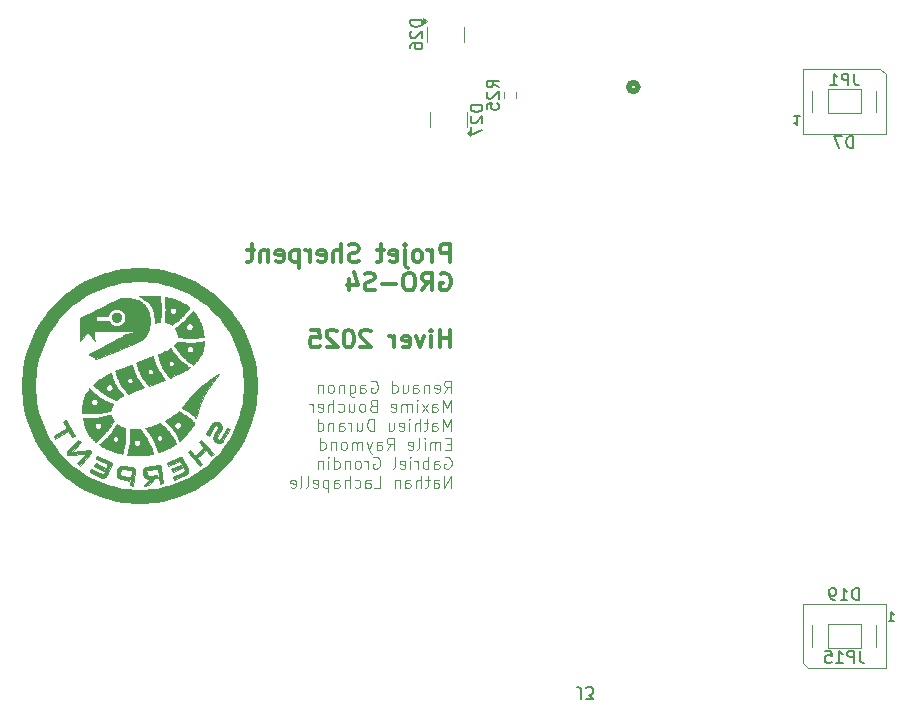
<source format=gbr>
%TF.GenerationSoftware,KiCad,Pcbnew,8.0.7*%
%TF.CreationDate,2025-02-05T21:47:47-05:00*%
%TF.ProjectId,SHERPENT20250113,53484552-5045-44e5-9432-303235303131,rev?*%
%TF.SameCoordinates,Original*%
%TF.FileFunction,Legend,Bot*%
%TF.FilePolarity,Positive*%
%FSLAX46Y46*%
G04 Gerber Fmt 4.6, Leading zero omitted, Abs format (unit mm)*
G04 Created by KiCad (PCBNEW 8.0.7) date 2025-02-05 21:47:47*
%MOMM*%
%LPD*%
G01*
G04 APERTURE LIST*
%ADD10C,0.001451*%
%ADD11C,0.000000*%
%ADD12C,0.021695*%
%ADD13C,0.060494*%
%ADD14C,1.209897*%
%ADD15C,0.150000*%
%ADD16C,0.375000*%
%ADD17C,0.100000*%
%ADD18C,0.508000*%
%ADD19C,0.120000*%
G04 APERTURE END LIST*
D10*
X140202308Y-109364823D02*
X140080761Y-109621241D01*
X139277253Y-109240364D01*
X139398799Y-108983946D01*
X140202308Y-109364823D01*
G36*
X140202308Y-109364823D02*
G01*
X140080761Y-109621241D01*
X139277253Y-109240364D01*
X139398799Y-108983946D01*
X140202308Y-109364823D01*
G37*
D11*
G36*
X141878529Y-107102479D02*
G01*
X141869783Y-107185607D01*
X141858359Y-107272728D01*
X141844703Y-107362553D01*
X141829264Y-107453789D01*
X141794824Y-107635333D01*
X141758618Y-107807031D01*
X141724226Y-107958553D01*
X141695228Y-108079572D01*
X141667734Y-108188782D01*
X141527375Y-108157819D01*
X141388770Y-108124023D01*
X141252038Y-108087474D01*
X141117294Y-108048250D01*
X140984656Y-108006431D01*
X140854241Y-107962095D01*
X140726167Y-107915321D01*
X140600549Y-107866187D01*
X140477506Y-107814774D01*
X140357154Y-107761158D01*
X140239611Y-107705420D01*
X140124993Y-107647639D01*
X140013417Y-107587892D01*
X139905001Y-107526259D01*
X139799862Y-107462819D01*
X139698116Y-107397651D01*
X139788956Y-107325522D01*
X139888272Y-107244558D01*
X140010867Y-107141837D01*
X140147251Y-107023491D01*
X140239392Y-106939763D01*
X140858834Y-106939763D01*
X140859144Y-106952044D01*
X140860066Y-106964164D01*
X140861584Y-106976107D01*
X140863682Y-106987859D01*
X140866347Y-106999405D01*
X140869563Y-107010730D01*
X140873315Y-107021819D01*
X140877589Y-107032656D01*
X140882368Y-107043228D01*
X140887638Y-107053518D01*
X140893385Y-107063512D01*
X140899593Y-107073195D01*
X140906246Y-107082551D01*
X140913331Y-107091567D01*
X140920832Y-107100226D01*
X140928734Y-107108515D01*
X140937023Y-107116417D01*
X140945682Y-107123918D01*
X140954698Y-107131003D01*
X140964055Y-107137657D01*
X140973737Y-107143864D01*
X140983732Y-107149611D01*
X140994022Y-107154881D01*
X141004593Y-107159661D01*
X141015431Y-107163934D01*
X141026519Y-107167686D01*
X141037844Y-107170902D01*
X141049390Y-107173567D01*
X141061142Y-107175666D01*
X141073086Y-107177183D01*
X141085205Y-107178105D01*
X141097486Y-107178416D01*
X141109767Y-107178105D01*
X141121886Y-107177183D01*
X141133830Y-107175666D01*
X141145582Y-107173567D01*
X141157128Y-107170902D01*
X141168453Y-107167686D01*
X141179542Y-107163934D01*
X141190379Y-107159661D01*
X141200950Y-107154881D01*
X141211241Y-107149611D01*
X141221235Y-107143864D01*
X141230918Y-107137657D01*
X141240274Y-107131003D01*
X141249290Y-107123918D01*
X141257949Y-107116417D01*
X141266238Y-107108515D01*
X141274140Y-107100226D01*
X141281641Y-107091567D01*
X141288726Y-107082551D01*
X141295379Y-107073195D01*
X141301587Y-107063512D01*
X141307334Y-107053518D01*
X141312604Y-107043228D01*
X141317383Y-107032656D01*
X141321656Y-107021819D01*
X141325409Y-107010730D01*
X141328625Y-106999405D01*
X141331289Y-106987859D01*
X141333388Y-106976107D01*
X141334906Y-106964164D01*
X141335828Y-106952044D01*
X141336138Y-106939763D01*
X141335828Y-106927482D01*
X141334906Y-106915363D01*
X141333388Y-106903419D01*
X141331289Y-106891667D01*
X141328625Y-106880121D01*
X141325409Y-106868796D01*
X141321656Y-106857707D01*
X141317383Y-106846869D01*
X141312604Y-106836298D01*
X141307334Y-106826007D01*
X141301587Y-106816013D01*
X141295379Y-106806330D01*
X141288726Y-106796973D01*
X141281641Y-106787958D01*
X141274140Y-106779298D01*
X141266238Y-106771010D01*
X141257949Y-106763108D01*
X141249290Y-106755607D01*
X141240274Y-106748522D01*
X141230918Y-106741868D01*
X141221235Y-106735660D01*
X141211241Y-106729914D01*
X141200950Y-106724643D01*
X141190379Y-106719864D01*
X141179542Y-106715591D01*
X141168453Y-106711839D01*
X141157128Y-106708623D01*
X141145582Y-106705958D01*
X141133830Y-106703859D01*
X141121886Y-106702341D01*
X141109767Y-106701420D01*
X141097486Y-106701109D01*
X141085205Y-106701420D01*
X141073086Y-106702341D01*
X141061142Y-106703859D01*
X141049390Y-106705958D01*
X141037844Y-106708623D01*
X141026519Y-106711839D01*
X141015431Y-106715591D01*
X141004593Y-106719864D01*
X140994022Y-106724643D01*
X140983732Y-106729914D01*
X140973737Y-106735660D01*
X140964055Y-106741868D01*
X140954698Y-106748522D01*
X140945682Y-106755607D01*
X140937023Y-106763108D01*
X140928734Y-106771010D01*
X140920832Y-106779298D01*
X140913331Y-106787958D01*
X140906246Y-106796973D01*
X140899593Y-106806330D01*
X140893385Y-106816013D01*
X140887638Y-106826007D01*
X140882368Y-106836298D01*
X140877589Y-106846869D01*
X140873315Y-106857707D01*
X140869563Y-106868796D01*
X140866347Y-106880121D01*
X140863682Y-106891667D01*
X140861584Y-106903419D01*
X140860066Y-106915363D01*
X140859144Y-106927482D01*
X140858834Y-106939763D01*
X140239392Y-106939763D01*
X140287935Y-106895652D01*
X140356924Y-106830089D01*
X140423430Y-106764452D01*
X140486266Y-106699508D01*
X140544246Y-106636023D01*
X140601160Y-106569223D01*
X140658889Y-106497289D01*
X140716814Y-106421522D01*
X140774316Y-106343226D01*
X140830775Y-106263705D01*
X140885572Y-106184261D01*
X140987706Y-106030820D01*
X141075765Y-105893328D01*
X141144796Y-105782211D01*
X141205964Y-105680806D01*
X141241766Y-105709532D01*
X141278373Y-105737231D01*
X141315770Y-105763910D01*
X141353945Y-105789575D01*
X141392882Y-105814234D01*
X141432570Y-105837893D01*
X141472994Y-105860558D01*
X141514141Y-105882235D01*
X141555996Y-105902931D01*
X141598546Y-105922653D01*
X141641778Y-105941407D01*
X141685678Y-105959200D01*
X141730232Y-105976037D01*
X141775426Y-105991927D01*
X141821247Y-106006874D01*
X141867682Y-106020886D01*
X141874698Y-106130721D01*
X141887295Y-106403911D01*
X141891725Y-106575368D01*
X141892797Y-106755988D01*
X141888926Y-106935211D01*
X141888643Y-106939763D01*
X141878529Y-107102479D01*
G37*
G36*
X141192958Y-96265990D02*
G01*
X141212240Y-96267456D01*
X141231241Y-96269870D01*
X141249938Y-96273209D01*
X141268307Y-96277449D01*
X141286324Y-96282565D01*
X141303965Y-96288534D01*
X141321207Y-96295332D01*
X141338025Y-96302936D01*
X141354395Y-96311320D01*
X141370295Y-96320462D01*
X141385700Y-96330338D01*
X141400585Y-96340923D01*
X141414928Y-96352195D01*
X141428704Y-96364128D01*
X141441890Y-96376699D01*
X141454462Y-96389885D01*
X141466395Y-96403662D01*
X141477666Y-96418004D01*
X141488252Y-96432890D01*
X141498128Y-96448295D01*
X141507270Y-96464194D01*
X141515654Y-96480565D01*
X141523258Y-96497383D01*
X141530056Y-96514625D01*
X141536025Y-96532266D01*
X141541141Y-96550283D01*
X141545381Y-96568652D01*
X141548720Y-96587349D01*
X141551134Y-96606350D01*
X141552600Y-96625632D01*
X141553094Y-96645170D01*
X141552600Y-96664708D01*
X141551134Y-96683989D01*
X141548720Y-96702990D01*
X141545381Y-96721687D01*
X141541141Y-96740056D01*
X141536025Y-96758073D01*
X141530056Y-96775714D01*
X141523258Y-96792956D01*
X141515654Y-96809774D01*
X141507270Y-96826145D01*
X141498128Y-96842045D01*
X141488252Y-96857449D01*
X141477666Y-96872335D01*
X141466395Y-96886678D01*
X141454462Y-96900454D01*
X141441890Y-96913640D01*
X141428704Y-96926212D01*
X141414928Y-96938145D01*
X141400585Y-96949416D01*
X141385700Y-96960002D01*
X141370295Y-96969877D01*
X141354395Y-96979019D01*
X141338025Y-96987404D01*
X141321207Y-96995007D01*
X141303965Y-97001806D01*
X141286324Y-97007775D01*
X141268307Y-97012891D01*
X141249938Y-97017130D01*
X141231241Y-97020469D01*
X141212240Y-97022884D01*
X141192958Y-97024350D01*
X141173420Y-97024844D01*
X141153882Y-97024350D01*
X141134601Y-97022884D01*
X141115600Y-97020469D01*
X141096903Y-97017130D01*
X141078534Y-97012891D01*
X141060517Y-97007775D01*
X141042876Y-97001806D01*
X141025634Y-96995007D01*
X141008816Y-96987404D01*
X140992445Y-96979019D01*
X140976545Y-96969877D01*
X140961141Y-96960002D01*
X140946255Y-96949416D01*
X140931912Y-96938145D01*
X140918136Y-96926212D01*
X140904950Y-96913640D01*
X140892379Y-96900454D01*
X140880445Y-96886678D01*
X140869174Y-96872335D01*
X140858589Y-96857449D01*
X140848713Y-96842045D01*
X140839571Y-96826145D01*
X140831186Y-96809774D01*
X140823583Y-96792956D01*
X140816785Y-96775714D01*
X140810816Y-96758073D01*
X140805699Y-96740056D01*
X140801460Y-96721687D01*
X140798121Y-96702990D01*
X140795707Y-96683989D01*
X140794240Y-96664708D01*
X140793746Y-96645170D01*
X140794240Y-96625632D01*
X140795707Y-96606350D01*
X140798121Y-96587349D01*
X140801460Y-96568652D01*
X140805699Y-96550283D01*
X140810816Y-96532266D01*
X140816785Y-96514625D01*
X140823583Y-96497383D01*
X140831186Y-96480565D01*
X140839571Y-96464194D01*
X140848713Y-96448295D01*
X140858589Y-96432890D01*
X140869174Y-96418004D01*
X140880445Y-96403662D01*
X140892379Y-96389885D01*
X140904950Y-96376699D01*
X140918136Y-96364128D01*
X140931912Y-96352195D01*
X140946255Y-96340923D01*
X140961141Y-96330338D01*
X140976545Y-96320462D01*
X140992445Y-96311320D01*
X141008816Y-96302936D01*
X141025634Y-96295332D01*
X141042876Y-96288534D01*
X141060517Y-96282565D01*
X141078534Y-96277449D01*
X141096903Y-96273209D01*
X141115600Y-96269870D01*
X141134601Y-96267456D01*
X141153882Y-96265990D01*
X141173420Y-96265496D01*
X141192958Y-96265990D01*
G37*
G36*
X140896693Y-103956609D02*
G01*
X140896692Y-103956609D01*
X140896692Y-103956610D01*
X140896691Y-103956610D01*
X140896693Y-103956608D01*
X140896693Y-103956609D01*
G37*
D10*
X149622844Y-105483946D02*
X149634968Y-105484243D01*
X149647230Y-105484821D01*
X149659422Y-105485814D01*
X149671706Y-105487266D01*
X149684082Y-105489175D01*
X149696550Y-105491543D01*
X149709109Y-105494370D01*
X149721761Y-105497654D01*
X149734504Y-105501397D01*
X149747338Y-105505597D01*
X149760265Y-105510256D01*
X149773283Y-105515373D01*
X149786394Y-105520949D01*
X149799595Y-105526982D01*
X149812889Y-105533474D01*
X149826275Y-105540424D01*
X149839752Y-105547832D01*
X149853321Y-105555699D01*
X149866717Y-105563865D01*
X149879673Y-105572175D01*
X149892191Y-105580626D01*
X149904269Y-105589221D01*
X149915908Y-105597957D01*
X149927107Y-105606837D01*
X149937868Y-105615858D01*
X149948190Y-105625023D01*
X149958072Y-105634329D01*
X149967516Y-105643779D01*
X149976520Y-105653370D01*
X149985085Y-105663105D01*
X149993211Y-105672981D01*
X150000898Y-105683001D01*
X150008145Y-105693162D01*
X150014954Y-105703467D01*
X150021318Y-105713965D01*
X150027369Y-105724474D01*
X150033109Y-105734995D01*
X150038537Y-105745527D01*
X150043653Y-105756070D01*
X150048457Y-105766625D01*
X150052949Y-105777191D01*
X150057129Y-105787769D01*
X150060997Y-105798358D01*
X150064553Y-105808958D01*
X150067798Y-105819570D01*
X150070730Y-105830193D01*
X150073350Y-105840828D01*
X150075659Y-105851474D01*
X150077655Y-105862131D01*
X150079340Y-105872800D01*
X150080679Y-105883569D01*
X150081779Y-105894294D01*
X150082639Y-105904974D01*
X150083260Y-105915611D01*
X150083641Y-105926204D01*
X150083782Y-105936752D01*
X150083684Y-105947257D01*
X150083346Y-105957717D01*
X150082768Y-105968134D01*
X150081951Y-105978506D01*
X150080894Y-105988835D01*
X150079598Y-105999119D01*
X150078062Y-106009359D01*
X150076286Y-106019556D01*
X150074271Y-106029708D01*
X150072016Y-106039816D01*
X150066801Y-106059515D01*
X150061118Y-106078542D01*
X150054969Y-106096897D01*
X150048352Y-106114581D01*
X150044869Y-106123172D01*
X150041269Y-106131594D01*
X150037552Y-106139849D01*
X150033718Y-106147935D01*
X150029768Y-106155854D01*
X150025701Y-106163605D01*
X150021517Y-106171188D01*
X150017216Y-106178603D01*
X149686200Y-106735308D01*
X149683768Y-106739498D01*
X149681453Y-106743689D01*
X149679256Y-106747881D01*
X149677176Y-106752073D01*
X149675214Y-106756267D01*
X149673369Y-106760462D01*
X149671642Y-106764658D01*
X149670033Y-106768854D01*
X149668541Y-106773052D01*
X149667167Y-106777251D01*
X149665910Y-106781450D01*
X149664771Y-106785651D01*
X149663749Y-106789852D01*
X149662845Y-106794055D01*
X149662059Y-106798258D01*
X149661390Y-106802463D01*
X149660769Y-106806769D01*
X149660263Y-106811046D01*
X149659874Y-106815294D01*
X149659600Y-106819512D01*
X149659443Y-106823701D01*
X149659402Y-106827860D01*
X149659476Y-106831990D01*
X149659667Y-106836090D01*
X149659973Y-106840160D01*
X149660396Y-106844202D01*
X149660934Y-106848213D01*
X149661589Y-106852196D01*
X149662359Y-106856148D01*
X149663246Y-106860072D01*
X149664248Y-106863965D01*
X149665366Y-106867830D01*
X149666524Y-106871777D01*
X149667784Y-106875686D01*
X149669144Y-106879556D01*
X149670607Y-106883389D01*
X149672170Y-106887183D01*
X149673835Y-106890939D01*
X149675601Y-106894658D01*
X149677469Y-106898338D01*
X149679438Y-106901979D01*
X149681509Y-106905583D01*
X149683681Y-106909149D01*
X149685955Y-106912676D01*
X149688330Y-106916165D01*
X149690806Y-106919616D01*
X149693384Y-106923029D01*
X149696063Y-106926404D01*
X149698838Y-106929733D01*
X149701705Y-106933008D01*
X149704663Y-106936228D01*
X149707712Y-106939395D01*
X149710852Y-106942507D01*
X149714084Y-106945566D01*
X149717407Y-106948570D01*
X149720821Y-106951520D01*
X149724326Y-106954417D01*
X149727922Y-106957259D01*
X149731610Y-106960047D01*
X149735389Y-106962782D01*
X149739259Y-106965462D01*
X149743220Y-106968088D01*
X149747273Y-106970660D01*
X149751416Y-106973178D01*
X149760009Y-106978081D01*
X149768566Y-106982548D01*
X149777085Y-106986581D01*
X149785569Y-106990178D01*
X149794015Y-106993340D01*
X149802426Y-106996066D01*
X149810799Y-106998358D01*
X149819136Y-107000214D01*
X149827437Y-107001635D01*
X149835701Y-107002620D01*
X149843928Y-107003171D01*
X149852119Y-107003286D01*
X149860273Y-107002966D01*
X149868391Y-107002211D01*
X149876472Y-107001021D01*
X149884517Y-106999396D01*
X149892387Y-106997450D01*
X149900085Y-106995067D01*
X149907609Y-106992247D01*
X149914961Y-106988989D01*
X149922140Y-106985293D01*
X149929145Y-106981160D01*
X149935978Y-106976589D01*
X149942638Y-106971581D01*
X149949125Y-106966135D01*
X149955438Y-106960252D01*
X149961579Y-106953931D01*
X149967547Y-106947172D01*
X149973342Y-106939976D01*
X149978964Y-106932342D01*
X149984413Y-106924271D01*
X149989688Y-106915762D01*
X150544888Y-105982024D01*
X150786933Y-106125943D01*
X150231735Y-107059682D01*
X150225734Y-107069443D01*
X150219355Y-107079177D01*
X150212600Y-107088883D01*
X150205467Y-107098562D01*
X150197956Y-107108213D01*
X150190068Y-107117836D01*
X150181803Y-107127432D01*
X150173160Y-107137000D01*
X150164048Y-107146664D01*
X150154650Y-107156079D01*
X150144967Y-107165245D01*
X150134998Y-107174163D01*
X150124743Y-107182832D01*
X150114204Y-107191253D01*
X150103379Y-107199426D01*
X150092268Y-107207350D01*
X150080867Y-107215002D01*
X150069168Y-107222359D01*
X150057171Y-107229422D01*
X150044878Y-107236189D01*
X150032288Y-107242662D01*
X150019400Y-107248840D01*
X150006215Y-107254724D01*
X149992732Y-107260312D01*
X149978993Y-107265473D01*
X149965037Y-107270070D01*
X149950863Y-107274106D01*
X149936473Y-107277579D01*
X149921866Y-107280490D01*
X149907041Y-107282839D01*
X149892000Y-107284626D01*
X149876741Y-107285850D01*
X149861283Y-107286483D01*
X149845643Y-107286497D01*
X149829820Y-107285889D01*
X149813815Y-107284661D01*
X149797627Y-107282813D01*
X149781256Y-107280345D01*
X149764704Y-107277256D01*
X149747969Y-107273547D01*
X149739359Y-107271479D01*
X149730726Y-107269201D01*
X149722071Y-107266713D01*
X149713393Y-107264014D01*
X149704693Y-107261105D01*
X149695970Y-107257985D01*
X149678456Y-107251116D01*
X149660852Y-107243405D01*
X149643157Y-107234852D01*
X149625372Y-107225459D01*
X149607497Y-107215224D01*
X149607498Y-107215215D01*
X149598637Y-107209853D01*
X149589974Y-107204421D01*
X149581510Y-107198921D01*
X149573245Y-107193352D01*
X149565178Y-107187713D01*
X149557310Y-107182006D01*
X149549640Y-107176230D01*
X149542168Y-107170384D01*
X149534896Y-107164470D01*
X149527821Y-107158487D01*
X149520946Y-107152435D01*
X149514268Y-107146313D01*
X149507790Y-107140123D01*
X149501510Y-107133864D01*
X149495428Y-107127535D01*
X149489545Y-107121138D01*
X149483842Y-107114686D01*
X149478302Y-107108192D01*
X149472924Y-107101657D01*
X149467708Y-107095081D01*
X149462655Y-107088464D01*
X149457765Y-107081805D01*
X149453036Y-107075105D01*
X149448470Y-107068364D01*
X149444066Y-107061581D01*
X149439825Y-107054757D01*
X149435746Y-107047892D01*
X149431829Y-107040986D01*
X149428075Y-107034038D01*
X149424483Y-107027049D01*
X149421054Y-107020018D01*
X149417787Y-107012946D01*
X149411567Y-106998971D01*
X149405927Y-106984946D01*
X149400867Y-106970873D01*
X149396388Y-106956751D01*
X149392488Y-106942580D01*
X149389170Y-106928360D01*
X149386431Y-106914092D01*
X149384273Y-106899775D01*
X149382390Y-106885326D01*
X149380942Y-106870939D01*
X149379930Y-106856614D01*
X149379354Y-106842351D01*
X149379213Y-106828151D01*
X149379508Y-106814012D01*
X149380238Y-106799936D01*
X149381404Y-106785921D01*
X149382833Y-106772261D01*
X149384628Y-106758778D01*
X149386790Y-106745474D01*
X149389318Y-106732348D01*
X149392212Y-106719401D01*
X149395473Y-106706632D01*
X149399100Y-106694042D01*
X149403093Y-106681630D01*
X149407139Y-106669329D01*
X149411390Y-106657345D01*
X149415845Y-106645681D01*
X149420505Y-106634334D01*
X149425368Y-106623307D01*
X149430437Y-106612597D01*
X149435710Y-106602206D01*
X149441187Y-106592134D01*
X149442293Y-106590281D01*
X149773309Y-106033576D01*
X149778203Y-106024988D01*
X149782647Y-106016447D01*
X149786639Y-106007953D01*
X149790181Y-105999505D01*
X149793271Y-105991105D01*
X149795910Y-105982750D01*
X149798098Y-105974443D01*
X149799835Y-105966183D01*
X149801121Y-105957969D01*
X149801955Y-105949802D01*
X149802339Y-105941682D01*
X149802271Y-105933609D01*
X149801752Y-105925582D01*
X149800782Y-105917602D01*
X149799361Y-105909670D01*
X149797489Y-105901783D01*
X149795004Y-105894050D01*
X149792117Y-105886481D01*
X149788826Y-105879076D01*
X149785133Y-105871835D01*
X149781038Y-105864758D01*
X149776539Y-105857845D01*
X149771638Y-105851096D01*
X149766334Y-105844512D01*
X149760627Y-105838092D01*
X149754517Y-105831835D01*
X149748005Y-105825743D01*
X149741090Y-105819815D01*
X149733772Y-105814051D01*
X149726051Y-105808451D01*
X149717927Y-105803016D01*
X149709401Y-105797744D01*
X149700807Y-105792836D01*
X149692246Y-105788351D01*
X149683719Y-105784289D01*
X149675225Y-105780652D01*
X149666765Y-105777438D01*
X149658339Y-105774647D01*
X149649946Y-105772280D01*
X149641587Y-105770337D01*
X149633261Y-105768817D01*
X149624969Y-105767721D01*
X149616711Y-105767049D01*
X149608486Y-105766800D01*
X149600295Y-105766975D01*
X149592138Y-105767574D01*
X149584014Y-105768596D01*
X149575924Y-105770042D01*
X149567875Y-105772029D01*
X149560016Y-105774444D01*
X149552346Y-105777286D01*
X149544864Y-105780556D01*
X149537571Y-105784253D01*
X149530468Y-105788377D01*
X149523553Y-105792928D01*
X149516827Y-105797907D01*
X149510290Y-105803313D01*
X149503942Y-105809147D01*
X149497783Y-105815408D01*
X149491813Y-105822096D01*
X149486031Y-105829212D01*
X149480439Y-105836755D01*
X149475035Y-105844725D01*
X149469821Y-105853123D01*
X148979939Y-106677010D01*
X148737893Y-106533090D01*
X149227775Y-105709202D01*
X149232239Y-105701884D01*
X149236914Y-105694593D01*
X149241799Y-105687329D01*
X149246895Y-105680091D01*
X149252202Y-105672880D01*
X149257719Y-105665696D01*
X149263446Y-105658539D01*
X149269384Y-105651408D01*
X149275533Y-105644304D01*
X149281892Y-105637227D01*
X149288462Y-105630176D01*
X149295242Y-105623153D01*
X149302233Y-105616156D01*
X149309434Y-105609185D01*
X149316845Y-105602242D01*
X149324468Y-105595325D01*
X149332163Y-105588451D01*
X149340025Y-105581776D01*
X149348056Y-105575298D01*
X149356254Y-105569019D01*
X149364619Y-105562938D01*
X149373153Y-105557055D01*
X149381854Y-105551371D01*
X149390722Y-105545884D01*
X149399759Y-105540596D01*
X149408963Y-105535506D01*
X149418334Y-105530613D01*
X149427874Y-105525919D01*
X149437581Y-105521424D01*
X149447456Y-105517126D01*
X149457498Y-105513026D01*
X149467708Y-105509125D01*
X149477886Y-105505510D01*
X149488203Y-105502174D01*
X149498658Y-105499118D01*
X149509253Y-105496341D01*
X149519987Y-105493843D01*
X149530860Y-105491626D01*
X149541871Y-105489687D01*
X149553022Y-105488029D01*
X149564312Y-105486649D01*
X149575740Y-105485550D01*
X149587308Y-105484729D01*
X149599014Y-105484189D01*
X149610860Y-105483927D01*
X149622844Y-105483946D01*
G36*
X149622844Y-105483946D02*
G01*
X149634968Y-105484243D01*
X149647230Y-105484821D01*
X149659422Y-105485814D01*
X149671706Y-105487266D01*
X149684082Y-105489175D01*
X149696550Y-105491543D01*
X149709109Y-105494370D01*
X149721761Y-105497654D01*
X149734504Y-105501397D01*
X149747338Y-105505597D01*
X149760265Y-105510256D01*
X149773283Y-105515373D01*
X149786394Y-105520949D01*
X149799595Y-105526982D01*
X149812889Y-105533474D01*
X149826275Y-105540424D01*
X149839752Y-105547832D01*
X149853321Y-105555699D01*
X149866717Y-105563865D01*
X149879673Y-105572175D01*
X149892191Y-105580626D01*
X149904269Y-105589221D01*
X149915908Y-105597957D01*
X149927107Y-105606837D01*
X149937868Y-105615858D01*
X149948190Y-105625023D01*
X149958072Y-105634329D01*
X149967516Y-105643779D01*
X149976520Y-105653370D01*
X149985085Y-105663105D01*
X149993211Y-105672981D01*
X150000898Y-105683001D01*
X150008145Y-105693162D01*
X150014954Y-105703467D01*
X150021318Y-105713965D01*
X150027369Y-105724474D01*
X150033109Y-105734995D01*
X150038537Y-105745527D01*
X150043653Y-105756070D01*
X150048457Y-105766625D01*
X150052949Y-105777191D01*
X150057129Y-105787769D01*
X150060997Y-105798358D01*
X150064553Y-105808958D01*
X150067798Y-105819570D01*
X150070730Y-105830193D01*
X150073350Y-105840828D01*
X150075659Y-105851474D01*
X150077655Y-105862131D01*
X150079340Y-105872800D01*
X150080679Y-105883569D01*
X150081779Y-105894294D01*
X150082639Y-105904974D01*
X150083260Y-105915611D01*
X150083641Y-105926204D01*
X150083782Y-105936752D01*
X150083684Y-105947257D01*
X150083346Y-105957717D01*
X150082768Y-105968134D01*
X150081951Y-105978506D01*
X150080894Y-105988835D01*
X150079598Y-105999119D01*
X150078062Y-106009359D01*
X150076286Y-106019556D01*
X150074271Y-106029708D01*
X150072016Y-106039816D01*
X150066801Y-106059515D01*
X150061118Y-106078542D01*
X150054969Y-106096897D01*
X150048352Y-106114581D01*
X150044869Y-106123172D01*
X150041269Y-106131594D01*
X150037552Y-106139849D01*
X150033718Y-106147935D01*
X150029768Y-106155854D01*
X150025701Y-106163605D01*
X150021517Y-106171188D01*
X150017216Y-106178603D01*
X149686200Y-106735308D01*
X149683768Y-106739498D01*
X149681453Y-106743689D01*
X149679256Y-106747881D01*
X149677176Y-106752073D01*
X149675214Y-106756267D01*
X149673369Y-106760462D01*
X149671642Y-106764658D01*
X149670033Y-106768854D01*
X149668541Y-106773052D01*
X149667167Y-106777251D01*
X149665910Y-106781450D01*
X149664771Y-106785651D01*
X149663749Y-106789852D01*
X149662845Y-106794055D01*
X149662059Y-106798258D01*
X149661390Y-106802463D01*
X149660769Y-106806769D01*
X149660263Y-106811046D01*
X149659874Y-106815294D01*
X149659600Y-106819512D01*
X149659443Y-106823701D01*
X149659402Y-106827860D01*
X149659476Y-106831990D01*
X149659667Y-106836090D01*
X149659973Y-106840160D01*
X149660396Y-106844202D01*
X149660934Y-106848213D01*
X149661589Y-106852196D01*
X149662359Y-106856148D01*
X149663246Y-106860072D01*
X149664248Y-106863965D01*
X149665366Y-106867830D01*
X149666524Y-106871777D01*
X149667784Y-106875686D01*
X149669144Y-106879556D01*
X149670607Y-106883389D01*
X149672170Y-106887183D01*
X149673835Y-106890939D01*
X149675601Y-106894658D01*
X149677469Y-106898338D01*
X149679438Y-106901979D01*
X149681509Y-106905583D01*
X149683681Y-106909149D01*
X149685955Y-106912676D01*
X149688330Y-106916165D01*
X149690806Y-106919616D01*
X149693384Y-106923029D01*
X149696063Y-106926404D01*
X149698838Y-106929733D01*
X149701705Y-106933008D01*
X149704663Y-106936228D01*
X149707712Y-106939395D01*
X149710852Y-106942507D01*
X149714084Y-106945566D01*
X149717407Y-106948570D01*
X149720821Y-106951520D01*
X149724326Y-106954417D01*
X149727922Y-106957259D01*
X149731610Y-106960047D01*
X149735389Y-106962782D01*
X149739259Y-106965462D01*
X149743220Y-106968088D01*
X149747273Y-106970660D01*
X149751416Y-106973178D01*
X149760009Y-106978081D01*
X149768566Y-106982548D01*
X149777085Y-106986581D01*
X149785569Y-106990178D01*
X149794015Y-106993340D01*
X149802426Y-106996066D01*
X149810799Y-106998358D01*
X149819136Y-107000214D01*
X149827437Y-107001635D01*
X149835701Y-107002620D01*
X149843928Y-107003171D01*
X149852119Y-107003286D01*
X149860273Y-107002966D01*
X149868391Y-107002211D01*
X149876472Y-107001021D01*
X149884517Y-106999396D01*
X149892387Y-106997450D01*
X149900085Y-106995067D01*
X149907609Y-106992247D01*
X149914961Y-106988989D01*
X149922140Y-106985293D01*
X149929145Y-106981160D01*
X149935978Y-106976589D01*
X149942638Y-106971581D01*
X149949125Y-106966135D01*
X149955438Y-106960252D01*
X149961579Y-106953931D01*
X149967547Y-106947172D01*
X149973342Y-106939976D01*
X149978964Y-106932342D01*
X149984413Y-106924271D01*
X149989688Y-106915762D01*
X150544888Y-105982024D01*
X150786933Y-106125943D01*
X150231735Y-107059682D01*
X150225734Y-107069443D01*
X150219355Y-107079177D01*
X150212600Y-107088883D01*
X150205467Y-107098562D01*
X150197956Y-107108213D01*
X150190068Y-107117836D01*
X150181803Y-107127432D01*
X150173160Y-107137000D01*
X150164048Y-107146664D01*
X150154650Y-107156079D01*
X150144967Y-107165245D01*
X150134998Y-107174163D01*
X150124743Y-107182832D01*
X150114204Y-107191253D01*
X150103379Y-107199426D01*
X150092268Y-107207350D01*
X150080867Y-107215002D01*
X150069168Y-107222359D01*
X150057171Y-107229422D01*
X150044878Y-107236189D01*
X150032288Y-107242662D01*
X150019400Y-107248840D01*
X150006215Y-107254724D01*
X149992732Y-107260312D01*
X149978993Y-107265473D01*
X149965037Y-107270070D01*
X149950863Y-107274106D01*
X149936473Y-107277579D01*
X149921866Y-107280490D01*
X149907041Y-107282839D01*
X149892000Y-107284626D01*
X149876741Y-107285850D01*
X149861283Y-107286483D01*
X149845643Y-107286497D01*
X149829820Y-107285889D01*
X149813815Y-107284661D01*
X149797627Y-107282813D01*
X149781256Y-107280345D01*
X149764704Y-107277256D01*
X149747969Y-107273547D01*
X149739359Y-107271479D01*
X149730726Y-107269201D01*
X149722071Y-107266713D01*
X149713393Y-107264014D01*
X149704693Y-107261105D01*
X149695970Y-107257985D01*
X149678456Y-107251116D01*
X149660852Y-107243405D01*
X149643157Y-107234852D01*
X149625372Y-107225459D01*
X149607497Y-107215224D01*
X149607498Y-107215215D01*
X149598637Y-107209853D01*
X149589974Y-107204421D01*
X149581510Y-107198921D01*
X149573245Y-107193352D01*
X149565178Y-107187713D01*
X149557310Y-107182006D01*
X149549640Y-107176230D01*
X149542168Y-107170384D01*
X149534896Y-107164470D01*
X149527821Y-107158487D01*
X149520946Y-107152435D01*
X149514268Y-107146313D01*
X149507790Y-107140123D01*
X149501510Y-107133864D01*
X149495428Y-107127535D01*
X149489545Y-107121138D01*
X149483842Y-107114686D01*
X149478302Y-107108192D01*
X149472924Y-107101657D01*
X149467708Y-107095081D01*
X149462655Y-107088464D01*
X149457765Y-107081805D01*
X149453036Y-107075105D01*
X149448470Y-107068364D01*
X149444066Y-107061581D01*
X149439825Y-107054757D01*
X149435746Y-107047892D01*
X149431829Y-107040986D01*
X149428075Y-107034038D01*
X149424483Y-107027049D01*
X149421054Y-107020018D01*
X149417787Y-107012946D01*
X149411567Y-106998971D01*
X149405927Y-106984946D01*
X149400867Y-106970873D01*
X149396388Y-106956751D01*
X149392488Y-106942580D01*
X149389170Y-106928360D01*
X149386431Y-106914092D01*
X149384273Y-106899775D01*
X149382390Y-106885326D01*
X149380942Y-106870939D01*
X149379930Y-106856614D01*
X149379354Y-106842351D01*
X149379213Y-106828151D01*
X149379508Y-106814012D01*
X149380238Y-106799936D01*
X149381404Y-106785921D01*
X149382833Y-106772261D01*
X149384628Y-106758778D01*
X149386790Y-106745474D01*
X149389318Y-106732348D01*
X149392212Y-106719401D01*
X149395473Y-106706632D01*
X149399100Y-106694042D01*
X149403093Y-106681630D01*
X149407139Y-106669329D01*
X149411390Y-106657345D01*
X149415845Y-106645681D01*
X149420505Y-106634334D01*
X149425368Y-106623307D01*
X149430437Y-106612597D01*
X149435710Y-106602206D01*
X149441187Y-106592134D01*
X149442293Y-106590281D01*
X149773309Y-106033576D01*
X149778203Y-106024988D01*
X149782647Y-106016447D01*
X149786639Y-106007953D01*
X149790181Y-105999505D01*
X149793271Y-105991105D01*
X149795910Y-105982750D01*
X149798098Y-105974443D01*
X149799835Y-105966183D01*
X149801121Y-105957969D01*
X149801955Y-105949802D01*
X149802339Y-105941682D01*
X149802271Y-105933609D01*
X149801752Y-105925582D01*
X149800782Y-105917602D01*
X149799361Y-105909670D01*
X149797489Y-105901783D01*
X149795004Y-105894050D01*
X149792117Y-105886481D01*
X149788826Y-105879076D01*
X149785133Y-105871835D01*
X149781038Y-105864758D01*
X149776539Y-105857845D01*
X149771638Y-105851096D01*
X149766334Y-105844512D01*
X149760627Y-105838092D01*
X149754517Y-105831835D01*
X149748005Y-105825743D01*
X149741090Y-105819815D01*
X149733772Y-105814051D01*
X149726051Y-105808451D01*
X149717927Y-105803016D01*
X149709401Y-105797744D01*
X149700807Y-105792836D01*
X149692246Y-105788351D01*
X149683719Y-105784289D01*
X149675225Y-105780652D01*
X149666765Y-105777438D01*
X149658339Y-105774647D01*
X149649946Y-105772280D01*
X149641587Y-105770337D01*
X149633261Y-105768817D01*
X149624969Y-105767721D01*
X149616711Y-105767049D01*
X149608486Y-105766800D01*
X149600295Y-105766975D01*
X149592138Y-105767574D01*
X149584014Y-105768596D01*
X149575924Y-105770042D01*
X149567875Y-105772029D01*
X149560016Y-105774444D01*
X149552346Y-105777286D01*
X149544864Y-105780556D01*
X149537571Y-105784253D01*
X149530468Y-105788377D01*
X149523553Y-105792928D01*
X149516827Y-105797907D01*
X149510290Y-105803313D01*
X149503942Y-105809147D01*
X149497783Y-105815408D01*
X149491813Y-105822096D01*
X149486031Y-105829212D01*
X149480439Y-105836755D01*
X149475035Y-105844725D01*
X149469821Y-105853123D01*
X148979939Y-106677010D01*
X148737893Y-106533090D01*
X149227775Y-105709202D01*
X149232239Y-105701884D01*
X149236914Y-105694593D01*
X149241799Y-105687329D01*
X149246895Y-105680091D01*
X149252202Y-105672880D01*
X149257719Y-105665696D01*
X149263446Y-105658539D01*
X149269384Y-105651408D01*
X149275533Y-105644304D01*
X149281892Y-105637227D01*
X149288462Y-105630176D01*
X149295242Y-105623153D01*
X149302233Y-105616156D01*
X149309434Y-105609185D01*
X149316845Y-105602242D01*
X149324468Y-105595325D01*
X149332163Y-105588451D01*
X149340025Y-105581776D01*
X149348056Y-105575298D01*
X149356254Y-105569019D01*
X149364619Y-105562938D01*
X149373153Y-105557055D01*
X149381854Y-105551371D01*
X149390722Y-105545884D01*
X149399759Y-105540596D01*
X149408963Y-105535506D01*
X149418334Y-105530613D01*
X149427874Y-105525919D01*
X149437581Y-105521424D01*
X149447456Y-105517126D01*
X149457498Y-105513026D01*
X149467708Y-105509125D01*
X149477886Y-105505510D01*
X149488203Y-105502174D01*
X149498658Y-105499118D01*
X149509253Y-105496341D01*
X149519987Y-105493843D01*
X149530860Y-105491626D01*
X149541871Y-105489687D01*
X149553022Y-105488029D01*
X149564312Y-105486649D01*
X149575740Y-105485550D01*
X149587308Y-105484729D01*
X149599014Y-105484189D01*
X149610860Y-105483927D01*
X149622844Y-105483946D01*
G37*
D12*
X147027505Y-100633438D02*
X147160867Y-100732864D01*
X147268837Y-100811014D01*
X147367533Y-100880446D01*
X147279521Y-100942968D01*
X147188901Y-101004320D01*
X147095726Y-101064560D01*
X147000047Y-101123743D01*
X146801381Y-101239169D01*
X146593315Y-101351055D01*
X146376260Y-101459856D01*
X146150627Y-101566028D01*
X145916827Y-101670028D01*
X145675271Y-101772312D01*
X145600936Y-101682385D01*
X145520639Y-101581925D01*
X145422807Y-101455088D01*
X145369944Y-101384267D01*
X145315853Y-101309840D01*
X145261585Y-101232800D01*
X145208191Y-101154146D01*
X145156725Y-101074870D01*
X145108236Y-100995971D01*
X145063778Y-100918443D01*
X145024401Y-100843282D01*
X144989040Y-100767667D01*
X144954924Y-100686832D01*
X144922197Y-100602169D01*
X144907536Y-100561238D01*
X145577641Y-100561238D01*
X145577951Y-100573518D01*
X145578873Y-100585638D01*
X145580391Y-100597581D01*
X145582490Y-100609334D01*
X145585154Y-100620880D01*
X145588370Y-100632205D01*
X145592123Y-100643293D01*
X145596396Y-100654131D01*
X145601175Y-100664702D01*
X145606445Y-100674992D01*
X145612192Y-100684986D01*
X145618400Y-100694669D01*
X145625053Y-100704026D01*
X145632138Y-100713042D01*
X145639639Y-100721701D01*
X145647542Y-100729989D01*
X145655830Y-100737892D01*
X145664489Y-100745393D01*
X145673505Y-100752477D01*
X145682862Y-100759131D01*
X145692544Y-100765339D01*
X145702539Y-100771085D01*
X145712829Y-100776356D01*
X145723400Y-100781135D01*
X145734238Y-100785408D01*
X145745326Y-100789160D01*
X145756651Y-100792376D01*
X145768197Y-100795041D01*
X145779949Y-100797140D01*
X145791893Y-100798658D01*
X145804012Y-100799579D01*
X145816293Y-100799890D01*
X145828574Y-100799579D01*
X145840693Y-100798658D01*
X145852637Y-100797140D01*
X145864389Y-100795041D01*
X145875935Y-100792376D01*
X145887260Y-100789160D01*
X145898349Y-100785408D01*
X145909186Y-100781135D01*
X145919758Y-100776356D01*
X145930048Y-100771085D01*
X145940042Y-100765339D01*
X145949725Y-100759131D01*
X145959081Y-100752477D01*
X145968097Y-100745393D01*
X145976757Y-100737892D01*
X145985045Y-100729989D01*
X145992947Y-100721701D01*
X146000448Y-100713042D01*
X146007533Y-100704026D01*
X146014187Y-100694669D01*
X146020394Y-100684986D01*
X146026141Y-100674992D01*
X146031412Y-100664702D01*
X146036191Y-100654131D01*
X146040464Y-100643293D01*
X146044216Y-100632205D01*
X146047432Y-100620880D01*
X146050097Y-100609334D01*
X146052196Y-100597581D01*
X146053714Y-100585638D01*
X146054635Y-100573518D01*
X146054946Y-100561238D01*
X146054635Y-100548957D01*
X146053714Y-100536837D01*
X146052196Y-100524894D01*
X146050097Y-100513142D01*
X146047432Y-100501596D01*
X146044216Y-100490271D01*
X146040464Y-100479182D01*
X146036191Y-100468345D01*
X146031412Y-100457774D01*
X146026141Y-100447483D01*
X146020394Y-100437489D01*
X146014187Y-100427806D01*
X146007533Y-100418450D01*
X146000448Y-100409434D01*
X145992947Y-100400775D01*
X145985045Y-100392486D01*
X145976757Y-100384584D01*
X145968097Y-100377083D01*
X145959081Y-100369998D01*
X145949725Y-100363344D01*
X145940042Y-100357137D01*
X145930048Y-100351390D01*
X145919758Y-100346120D01*
X145909186Y-100341340D01*
X145898349Y-100337067D01*
X145887260Y-100333315D01*
X145875935Y-100330099D01*
X145864389Y-100327434D01*
X145852637Y-100325335D01*
X145840693Y-100323818D01*
X145828574Y-100322896D01*
X145816293Y-100322585D01*
X145804012Y-100322896D01*
X145791893Y-100323818D01*
X145779949Y-100325335D01*
X145768197Y-100327434D01*
X145756651Y-100330099D01*
X145745326Y-100333315D01*
X145734238Y-100337067D01*
X145723400Y-100341340D01*
X145712829Y-100346120D01*
X145702539Y-100351390D01*
X145692544Y-100357137D01*
X145682862Y-100363344D01*
X145673505Y-100369998D01*
X145664489Y-100377083D01*
X145655830Y-100384584D01*
X145647542Y-100392486D01*
X145639639Y-100400775D01*
X145632138Y-100409434D01*
X145625053Y-100418450D01*
X145618400Y-100427806D01*
X145612192Y-100437489D01*
X145606445Y-100447483D01*
X145601175Y-100457774D01*
X145596396Y-100468345D01*
X145592123Y-100479182D01*
X145588370Y-100490271D01*
X145585154Y-100501596D01*
X145582490Y-100513142D01*
X145580391Y-100524894D01*
X145578873Y-100536837D01*
X145577951Y-100548957D01*
X145577641Y-100561238D01*
X144907536Y-100561238D01*
X144891000Y-100515072D01*
X144833774Y-100339151D01*
X144784387Y-100170217D01*
X144743985Y-100019417D01*
X144713710Y-99897901D01*
X144688118Y-99787310D01*
X144851588Y-99718452D01*
X145006717Y-99650815D01*
X145153499Y-99584141D01*
X145291930Y-99518169D01*
X145422006Y-99452644D01*
X145543721Y-99387305D01*
X145657072Y-99321895D01*
X145762054Y-99256156D01*
X145826066Y-99350092D01*
X145898094Y-99452959D01*
X145989703Y-99580154D01*
X146095570Y-99721975D01*
X146152186Y-99795339D01*
X146210370Y-99868721D01*
X146269455Y-99940908D01*
X146328777Y-100010687D01*
X146387669Y-100076846D01*
X146445467Y-100138172D01*
X146508998Y-100201057D01*
X146577731Y-100265103D01*
X146650383Y-100329590D01*
X146725670Y-100393797D01*
X146879017Y-100518496D01*
X146934233Y-100561238D01*
X147027505Y-100633438D01*
X143275122Y-101610285D02*
X143234508Y-101537542D01*
D11*
G36*
X147012280Y-96233305D02*
G01*
X146899517Y-96366109D01*
X146841983Y-96431724D01*
X146784625Y-96495393D01*
X146728152Y-96556049D01*
X146673272Y-96612626D01*
X146617131Y-96667762D01*
X146556929Y-96724515D01*
X146428584Y-96840019D01*
X146296717Y-96953424D01*
X146169810Y-97059019D01*
X145964794Y-97223929D01*
X145881379Y-97289054D01*
X145845506Y-97263027D01*
X145808937Y-97238892D01*
X145771723Y-97216586D01*
X145733914Y-97196043D01*
X145695561Y-97177201D01*
X145656715Y-97159995D01*
X145617426Y-97144360D01*
X145577743Y-97130233D01*
X145537719Y-97117550D01*
X145497403Y-97106245D01*
X145456845Y-97096256D01*
X145416097Y-97087517D01*
X145375209Y-97079965D01*
X145334230Y-97073536D01*
X145293212Y-97068165D01*
X145252205Y-97063788D01*
X145264070Y-96955462D01*
X145290173Y-96685796D01*
X145304114Y-96516386D01*
X145316276Y-96337753D01*
X145324878Y-96160268D01*
X145325892Y-96124474D01*
X145762053Y-96124474D01*
X145762364Y-96136755D01*
X145763285Y-96148874D01*
X145764803Y-96160818D01*
X145766902Y-96172570D01*
X145769567Y-96184116D01*
X145772783Y-96195441D01*
X145776535Y-96206530D01*
X145780808Y-96217368D01*
X145785588Y-96227939D01*
X145790858Y-96238229D01*
X145796605Y-96248223D01*
X145802812Y-96257906D01*
X145809466Y-96267263D01*
X145816551Y-96276278D01*
X145824052Y-96284938D01*
X145831954Y-96293226D01*
X145840243Y-96301128D01*
X145848902Y-96308629D01*
X145857918Y-96315714D01*
X145867274Y-96322368D01*
X145876957Y-96328575D01*
X145886951Y-96334322D01*
X145897242Y-96339592D01*
X145907813Y-96344371D01*
X145918650Y-96348644D01*
X145929739Y-96352396D01*
X145941064Y-96355612D01*
X145952610Y-96358277D01*
X145964362Y-96360376D01*
X145976306Y-96361894D01*
X145988425Y-96362815D01*
X146000706Y-96363126D01*
X146012987Y-96362815D01*
X146025106Y-96361894D01*
X146037050Y-96360376D01*
X146048802Y-96358277D01*
X146060348Y-96355612D01*
X146071673Y-96352396D01*
X146082761Y-96348644D01*
X146093599Y-96344371D01*
X146104170Y-96339592D01*
X146114460Y-96334322D01*
X146124454Y-96328575D01*
X146134137Y-96322368D01*
X146143494Y-96315714D01*
X146152510Y-96308629D01*
X146161169Y-96301128D01*
X146169457Y-96293226D01*
X146177360Y-96284938D01*
X146184861Y-96276278D01*
X146191946Y-96267263D01*
X146198599Y-96257906D01*
X146204807Y-96248223D01*
X146210554Y-96238229D01*
X146215824Y-96227939D01*
X146220603Y-96217368D01*
X146224877Y-96206530D01*
X146228629Y-96195441D01*
X146231845Y-96184116D01*
X146234510Y-96172570D01*
X146236608Y-96160818D01*
X146238126Y-96148874D01*
X146239048Y-96136755D01*
X146239358Y-96124474D01*
X146239048Y-96112193D01*
X146238126Y-96100073D01*
X146236608Y-96088129D01*
X146234510Y-96076377D01*
X146231845Y-96064831D01*
X146228629Y-96053506D01*
X146224877Y-96042417D01*
X146220603Y-96031580D01*
X146215824Y-96021008D01*
X146210554Y-96010718D01*
X146204807Y-96000724D01*
X146198599Y-95991041D01*
X146191946Y-95981684D01*
X146184861Y-95972669D01*
X146177360Y-95964009D01*
X146169458Y-95955721D01*
X146161169Y-95947819D01*
X146152510Y-95940318D01*
X146143494Y-95933233D01*
X146134138Y-95926579D01*
X146124455Y-95920372D01*
X146114461Y-95914625D01*
X146104170Y-95909355D01*
X146093599Y-95904576D01*
X146082762Y-95900303D01*
X146071673Y-95896551D01*
X146060348Y-95893335D01*
X146048802Y-95890670D01*
X146037050Y-95888571D01*
X146025106Y-95887053D01*
X146012987Y-95886132D01*
X146000706Y-95885821D01*
X145988425Y-95886132D01*
X145976306Y-95887053D01*
X145964362Y-95888571D01*
X145952610Y-95890670D01*
X145941064Y-95893335D01*
X145929739Y-95896551D01*
X145918650Y-95900303D01*
X145907813Y-95904576D01*
X145897242Y-95909355D01*
X145886951Y-95914625D01*
X145876957Y-95920372D01*
X145867274Y-95926579D01*
X145857918Y-95933233D01*
X145848902Y-95940318D01*
X145840243Y-95947819D01*
X145831954Y-95955721D01*
X145824052Y-95964009D01*
X145816551Y-95972669D01*
X145809466Y-95981684D01*
X145802812Y-95991041D01*
X145796605Y-96000724D01*
X145790858Y-96010718D01*
X145785588Y-96021008D01*
X145780808Y-96031580D01*
X145776535Y-96042417D01*
X145772783Y-96053506D01*
X145769567Y-96064831D01*
X145766902Y-96076377D01*
X145764803Y-96088129D01*
X145763285Y-96100073D01*
X145762364Y-96112193D01*
X145762053Y-96124474D01*
X145325892Y-96124474D01*
X145327288Y-96075196D01*
X145328141Y-95994300D01*
X145324878Y-95828297D01*
X145316276Y-95650774D01*
X145304114Y-95472104D01*
X145290173Y-95302659D01*
X145252205Y-94924588D01*
X145388888Y-94949366D01*
X145526008Y-94977369D01*
X145663304Y-95008788D01*
X145800517Y-95043814D01*
X145937386Y-95082638D01*
X146073652Y-95125452D01*
X146209053Y-95172447D01*
X146343329Y-95223815D01*
X146476221Y-95279746D01*
X146607468Y-95340433D01*
X146736811Y-95406066D01*
X146863987Y-95476837D01*
X146988739Y-95552938D01*
X147110804Y-95634560D01*
X147229924Y-95721893D01*
X147345837Y-95815130D01*
X147281134Y-95899103D01*
X147208756Y-95991270D01*
X147117249Y-96105515D01*
X147101676Y-96124474D01*
X147012280Y-96233305D01*
G37*
D12*
X143147725Y-106090965D02*
X143147725Y-106090966D01*
X143224333Y-106189653D01*
X143409868Y-106438424D01*
X143522723Y-106596924D01*
X143637897Y-106766345D01*
X143747087Y-106937820D01*
X143796842Y-107021556D01*
X143841987Y-107102481D01*
X143882714Y-107181240D01*
X143923350Y-107265118D01*
X143963547Y-107352709D01*
X144002954Y-107442606D01*
X144077997Y-107623683D01*
X144145677Y-107797090D01*
X144203193Y-107951564D01*
X144247745Y-108075844D01*
X144286747Y-108188782D01*
X144147899Y-108217624D01*
X144008797Y-108242951D01*
X143869531Y-108264822D01*
X143730190Y-108283298D01*
X143590863Y-108298438D01*
X143451639Y-108310302D01*
X143312606Y-108318951D01*
X143173855Y-108324443D01*
X143035473Y-108326840D01*
X142897551Y-108326201D01*
X142760176Y-108322586D01*
X142623438Y-108316054D01*
X142352230Y-108294482D01*
X142084638Y-108261963D01*
X142116185Y-108155542D01*
X142188652Y-107889687D01*
X142229836Y-107722005D01*
X142268775Y-107544506D01*
X142301312Y-107367204D01*
X142313881Y-107281756D01*
X142323290Y-107200112D01*
X142329704Y-107117533D01*
X142333702Y-107030582D01*
X142335562Y-106940598D01*
X142335559Y-106848920D01*
X142331070Y-106665831D01*
X142322444Y-106492022D01*
X142311890Y-106338200D01*
X142301616Y-106215072D01*
X142290747Y-106103721D01*
X142392476Y-106113388D01*
X142495954Y-106119740D01*
X142601077Y-106122826D01*
X142707741Y-106122694D01*
X142815842Y-106119392D01*
X142925275Y-106112971D01*
X143035938Y-106103479D01*
X143147725Y-106090964D01*
X143147725Y-106090965D01*
X142894627Y-100604145D02*
X142865683Y-100495390D01*
X143896226Y-102444204D02*
X143947190Y-102425741D01*
X143821149Y-102355924D02*
X143739947Y-102257429D01*
X143477208Y-101916048D02*
X143422850Y-101839365D01*
X144342613Y-100184453D02*
X144389765Y-100334582D01*
D11*
G36*
X144791121Y-101234655D02*
G01*
X144843026Y-101312795D01*
X144896604Y-101390274D01*
X144950840Y-101466120D01*
X145057235Y-101609019D01*
X145154101Y-101733710D01*
X145233330Y-101832411D01*
X145306444Y-101920710D01*
X144980511Y-102046112D01*
X144644781Y-102171485D01*
X143947190Y-102425742D01*
X143896226Y-102444205D01*
X143821149Y-102355924D01*
X143739947Y-102257429D01*
X143640877Y-102133235D01*
X143532367Y-101991246D01*
X143422850Y-101839365D01*
X143370347Y-101762186D01*
X143320753Y-101685496D01*
X143275122Y-101610286D01*
X143234508Y-101537543D01*
X143196751Y-101462463D01*
X143160095Y-101382347D01*
X143124725Y-101298560D01*
X143099227Y-101233803D01*
X143809443Y-101233803D01*
X143809753Y-101246084D01*
X143810675Y-101258204D01*
X143812193Y-101270147D01*
X143814292Y-101281899D01*
X143816957Y-101293445D01*
X143820173Y-101304770D01*
X143823925Y-101315859D01*
X143828198Y-101326696D01*
X143832977Y-101337268D01*
X143838248Y-101347558D01*
X143843994Y-101357552D01*
X143850202Y-101367235D01*
X143856856Y-101376592D01*
X143863941Y-101385607D01*
X143871442Y-101394267D01*
X143879344Y-101402555D01*
X143887633Y-101410457D01*
X143896292Y-101417958D01*
X143905308Y-101425043D01*
X143914664Y-101431697D01*
X143924347Y-101437904D01*
X143934341Y-101443651D01*
X143944632Y-101448921D01*
X143955203Y-101453701D01*
X143966041Y-101457974D01*
X143977129Y-101461726D01*
X143988454Y-101464942D01*
X144000000Y-101467607D01*
X144011752Y-101469705D01*
X144023696Y-101471223D01*
X144035815Y-101472145D01*
X144048096Y-101472455D01*
X144060377Y-101472145D01*
X144072496Y-101471223D01*
X144084440Y-101469705D01*
X144096192Y-101467607D01*
X144107738Y-101464942D01*
X144119063Y-101461726D01*
X144130152Y-101457974D01*
X144140989Y-101453701D01*
X144151561Y-101448921D01*
X144161851Y-101443651D01*
X144171845Y-101437904D01*
X144181528Y-101431697D01*
X144190884Y-101425043D01*
X144199900Y-101417958D01*
X144208559Y-101410457D01*
X144216848Y-101402555D01*
X144224750Y-101394267D01*
X144232251Y-101385607D01*
X144239336Y-101376592D01*
X144245990Y-101367235D01*
X144252197Y-101357552D01*
X144257944Y-101347558D01*
X144263214Y-101337268D01*
X144267993Y-101326696D01*
X144272267Y-101315859D01*
X144276019Y-101304770D01*
X144279235Y-101293445D01*
X144281900Y-101281899D01*
X144283998Y-101270147D01*
X144285516Y-101258204D01*
X144286438Y-101246084D01*
X144286748Y-101233803D01*
X144286438Y-101221522D01*
X144285516Y-101209403D01*
X144283998Y-101197460D01*
X144281900Y-101185707D01*
X144279235Y-101174161D01*
X144276019Y-101162836D01*
X144272267Y-101151748D01*
X144267993Y-101140910D01*
X144263214Y-101130339D01*
X144257944Y-101120049D01*
X144252197Y-101110055D01*
X144245990Y-101100372D01*
X144239336Y-101091015D01*
X144232251Y-101082000D01*
X144224750Y-101073340D01*
X144216848Y-101065052D01*
X144208559Y-101057150D01*
X144199900Y-101049649D01*
X144190884Y-101042564D01*
X144181528Y-101035910D01*
X144171845Y-101029702D01*
X144161851Y-101023956D01*
X144151561Y-101018685D01*
X144140989Y-101013906D01*
X144130152Y-101009633D01*
X144119063Y-101005881D01*
X144107738Y-101002665D01*
X144096192Y-101000000D01*
X144084440Y-100997901D01*
X144072496Y-100996383D01*
X144060377Y-100995461D01*
X144048096Y-100995151D01*
X144035815Y-100995461D01*
X144023696Y-100996383D01*
X144011752Y-100997901D01*
X144000000Y-101000000D01*
X143988454Y-101002665D01*
X143977129Y-101005881D01*
X143966041Y-101009633D01*
X143955203Y-101013906D01*
X143944632Y-101018685D01*
X143934341Y-101023956D01*
X143924347Y-101029702D01*
X143914664Y-101035910D01*
X143905308Y-101042564D01*
X143896292Y-101049649D01*
X143887633Y-101057150D01*
X143879344Y-101065052D01*
X143871442Y-101073340D01*
X143863941Y-101082000D01*
X143856856Y-101091015D01*
X143850202Y-101100372D01*
X143843994Y-101110055D01*
X143838248Y-101120049D01*
X143832977Y-101130339D01*
X143828198Y-101140910D01*
X143823925Y-101151748D01*
X143820173Y-101162836D01*
X143816957Y-101174161D01*
X143814292Y-101185707D01*
X143812193Y-101197460D01*
X143810675Y-101209403D01*
X143809753Y-101221522D01*
X143809443Y-101233803D01*
X143099227Y-101233803D01*
X143090824Y-101212463D01*
X143058578Y-101125421D01*
X143028169Y-101038796D01*
X142973602Y-100872251D01*
X142928597Y-100723732D01*
X142894627Y-100604146D01*
X142865683Y-100495391D01*
X143615767Y-100208631D01*
X143957088Y-100077694D01*
X144275901Y-99953520D01*
X144306735Y-100063529D01*
X144342614Y-100184454D01*
X144389765Y-100334583D01*
X144446413Y-100502859D01*
X144510782Y-100678225D01*
X144581094Y-100849624D01*
X144617925Y-100930381D01*
X144655575Y-101005999D01*
X144696382Y-101080284D01*
X144741902Y-101156827D01*
X144790582Y-101233803D01*
X144791121Y-101234655D01*
G37*
D12*
X144306735Y-100063528D02*
X144342613Y-100184453D01*
D11*
G36*
X140597275Y-105911463D02*
G01*
X140479856Y-106074036D01*
X140359083Y-106232259D01*
X140299174Y-106306472D01*
X140240507Y-106375675D01*
X140181756Y-106441166D01*
X140118402Y-106508561D01*
X140051604Y-106577015D01*
X139982520Y-106645682D01*
X139842126Y-106780270D01*
X139706484Y-106905560D01*
X139584858Y-107014785D01*
X139486512Y-107101180D01*
X139396718Y-107178416D01*
X139330696Y-107124031D01*
X139266978Y-107068870D01*
X139205617Y-107012968D01*
X139146664Y-106956360D01*
X139090171Y-106899081D01*
X139036190Y-106841165D01*
X138984771Y-106782648D01*
X138935967Y-106723563D01*
X138889830Y-106663947D01*
X138846411Y-106603833D01*
X138805762Y-106543256D01*
X138767935Y-106482252D01*
X138732981Y-106420855D01*
X138700951Y-106359100D01*
X138671899Y-106297022D01*
X138645874Y-106234655D01*
X138590270Y-106087985D01*
X138539478Y-105944151D01*
X138509472Y-105852311D01*
X139416071Y-105852311D01*
X139416382Y-105864592D01*
X139417303Y-105876712D01*
X139418821Y-105888655D01*
X139420920Y-105900407D01*
X139423585Y-105911953D01*
X139426801Y-105923278D01*
X139430553Y-105934367D01*
X139434826Y-105945204D01*
X139439605Y-105955776D01*
X139444876Y-105966066D01*
X139450622Y-105976060D01*
X139456830Y-105985743D01*
X139463484Y-105995099D01*
X139470569Y-106004115D01*
X139478070Y-106012775D01*
X139485972Y-106021063D01*
X139494260Y-106028965D01*
X139502919Y-106036466D01*
X139511935Y-106043551D01*
X139521292Y-106050205D01*
X139530975Y-106056412D01*
X139540969Y-106062159D01*
X139551259Y-106067429D01*
X139561830Y-106072209D01*
X139572668Y-106076482D01*
X139583756Y-106080234D01*
X139595081Y-106083450D01*
X139606627Y-106086115D01*
X139618380Y-106088214D01*
X139630323Y-106089732D01*
X139642443Y-106090653D01*
X139654723Y-106090964D01*
X139667004Y-106090653D01*
X139679124Y-106089732D01*
X139691067Y-106088214D01*
X139702819Y-106086115D01*
X139714365Y-106083450D01*
X139725690Y-106080234D01*
X139736779Y-106076482D01*
X139747616Y-106072209D01*
X139758188Y-106067429D01*
X139768478Y-106062159D01*
X139778472Y-106056412D01*
X139788155Y-106050205D01*
X139797511Y-106043551D01*
X139806527Y-106036466D01*
X139815187Y-106028965D01*
X139823475Y-106021063D01*
X139831377Y-106012775D01*
X139838878Y-106004115D01*
X139845963Y-105995099D01*
X139852617Y-105985743D01*
X139858824Y-105976060D01*
X139864571Y-105966066D01*
X139869841Y-105955776D01*
X139874621Y-105945204D01*
X139878894Y-105934367D01*
X139882646Y-105923278D01*
X139885862Y-105911953D01*
X139888527Y-105900407D01*
X139890626Y-105888655D01*
X139892144Y-105876712D01*
X139893065Y-105864592D01*
X139893376Y-105852311D01*
X139893065Y-105840031D01*
X139892144Y-105827911D01*
X139890626Y-105815968D01*
X139888527Y-105804215D01*
X139885862Y-105792669D01*
X139882646Y-105781344D01*
X139878894Y-105770256D01*
X139874621Y-105759418D01*
X139869841Y-105748847D01*
X139864571Y-105738557D01*
X139858824Y-105728563D01*
X139852617Y-105718880D01*
X139845963Y-105709523D01*
X139838878Y-105700507D01*
X139831377Y-105691848D01*
X139823475Y-105683560D01*
X139815187Y-105675658D01*
X139806527Y-105668157D01*
X139797511Y-105661072D01*
X139788155Y-105654418D01*
X139778472Y-105648210D01*
X139768478Y-105642464D01*
X139758188Y-105637193D01*
X139747616Y-105632414D01*
X139736779Y-105628141D01*
X139725690Y-105624389D01*
X139714365Y-105621173D01*
X139702819Y-105618508D01*
X139691067Y-105616409D01*
X139679124Y-105614891D01*
X139667004Y-105613970D01*
X139654723Y-105613659D01*
X139642443Y-105613970D01*
X139630323Y-105614891D01*
X139618380Y-105616409D01*
X139606627Y-105618508D01*
X139595081Y-105621173D01*
X139583756Y-105624389D01*
X139572668Y-105628141D01*
X139561830Y-105632414D01*
X139551259Y-105637193D01*
X139540969Y-105642464D01*
X139530975Y-105648210D01*
X139521292Y-105654418D01*
X139511935Y-105661072D01*
X139502919Y-105668157D01*
X139494260Y-105675658D01*
X139485972Y-105683560D01*
X139478070Y-105691848D01*
X139470569Y-105700507D01*
X139463484Y-105709523D01*
X139456830Y-105718880D01*
X139450622Y-105728563D01*
X139444876Y-105738557D01*
X139439605Y-105748847D01*
X139434826Y-105759418D01*
X139430553Y-105770256D01*
X139426801Y-105781344D01*
X139423585Y-105792669D01*
X139420920Y-105804215D01*
X139418821Y-105815968D01*
X139417303Y-105827911D01*
X139416382Y-105840031D01*
X139416071Y-105852311D01*
X138509472Y-105852311D01*
X138493402Y-105803123D01*
X138451948Y-105664871D01*
X138415022Y-105529365D01*
X138382529Y-105396575D01*
X138354374Y-105266471D01*
X138330464Y-105139023D01*
X138450738Y-105145985D01*
X138749798Y-105157589D01*
X138937421Y-105160780D01*
X139135000Y-105159910D01*
X139330954Y-105153238D01*
X139424703Y-105147182D01*
X139513703Y-105139023D01*
X139604330Y-105127762D01*
X139699228Y-105113310D01*
X139797000Y-105096209D01*
X139896252Y-105076999D01*
X140093608Y-105034413D01*
X140280126Y-104989876D01*
X140444637Y-104947710D01*
X140575973Y-104912239D01*
X140694445Y-104878675D01*
X140702133Y-104913206D01*
X140710841Y-104947219D01*
X140720541Y-104980690D01*
X140731203Y-105013593D01*
X140742799Y-105045903D01*
X140755300Y-105077594D01*
X140768676Y-105108643D01*
X140782898Y-105139023D01*
X140800393Y-105173955D01*
X140818508Y-105208199D01*
X140837235Y-105241757D01*
X140856569Y-105274633D01*
X140876501Y-105306829D01*
X140897025Y-105338349D01*
X140918135Y-105369195D01*
X140939822Y-105399371D01*
X140873915Y-105502220D01*
X140705792Y-105754997D01*
X140638300Y-105852311D01*
X140597275Y-105911463D01*
G37*
D12*
X143422850Y-101839365D02*
X143370347Y-101762185D01*
X142928597Y-100723731D02*
X142894627Y-100604145D01*
X143896225Y-102444204D02*
X143821149Y-102355924D01*
D11*
G36*
X148470365Y-99415007D02*
G01*
X148428234Y-99547064D01*
X148379187Y-99674804D01*
X148323363Y-99798382D01*
X148260902Y-99917953D01*
X148191945Y-100033672D01*
X148116629Y-100145693D01*
X148035096Y-100254170D01*
X147947485Y-100359260D01*
X147853935Y-100461115D01*
X147754586Y-100559891D01*
X147649577Y-100655743D01*
X147554511Y-100589203D01*
X147450479Y-100514273D01*
X147321940Y-100418900D01*
X147178760Y-100308580D01*
X147030807Y-100188810D01*
X146958125Y-100127100D01*
X146887950Y-100065088D01*
X146821515Y-100003463D01*
X146760055Y-99942911D01*
X146700719Y-99880147D01*
X146640178Y-99812153D01*
X146579124Y-99740208D01*
X146518254Y-99665594D01*
X146458262Y-99589590D01*
X146399842Y-99513477D01*
X146299974Y-99378823D01*
X147215663Y-99378823D01*
X147215974Y-99391104D01*
X147216895Y-99403223D01*
X147218413Y-99415167D01*
X147220512Y-99426919D01*
X147223177Y-99438465D01*
X147226393Y-99449790D01*
X147230145Y-99460879D01*
X147234418Y-99471716D01*
X147239197Y-99482288D01*
X147244468Y-99492578D01*
X147250214Y-99502572D01*
X147256422Y-99512255D01*
X147263076Y-99521612D01*
X147270161Y-99530627D01*
X147277662Y-99539287D01*
X147285564Y-99547575D01*
X147293852Y-99555477D01*
X147302512Y-99562978D01*
X147311527Y-99570063D01*
X147320884Y-99576717D01*
X147330567Y-99582925D01*
X147340561Y-99588671D01*
X147350851Y-99593942D01*
X147361422Y-99598721D01*
X147372260Y-99602994D01*
X147383349Y-99606746D01*
X147394674Y-99609962D01*
X147406220Y-99612627D01*
X147417972Y-99614726D01*
X147429915Y-99616244D01*
X147442035Y-99617165D01*
X147454315Y-99617476D01*
X147466596Y-99617165D01*
X147478716Y-99616244D01*
X147490659Y-99614726D01*
X147502411Y-99612627D01*
X147513957Y-99609962D01*
X147525282Y-99606746D01*
X147536371Y-99602994D01*
X147547209Y-99598721D01*
X147557780Y-99593942D01*
X147568070Y-99588671D01*
X147578064Y-99582925D01*
X147587747Y-99576717D01*
X147597104Y-99570063D01*
X147606119Y-99562978D01*
X147614779Y-99555477D01*
X147623067Y-99547575D01*
X147630969Y-99539287D01*
X147638470Y-99530627D01*
X147645555Y-99521612D01*
X147652209Y-99512255D01*
X147658417Y-99502572D01*
X147664163Y-99492578D01*
X147669434Y-99482288D01*
X147674213Y-99471716D01*
X147678486Y-99460879D01*
X147682238Y-99449790D01*
X147685454Y-99438465D01*
X147688119Y-99426919D01*
X147690218Y-99415167D01*
X147691736Y-99403223D01*
X147692657Y-99391104D01*
X147692968Y-99378823D01*
X147692657Y-99366542D01*
X147691736Y-99354423D01*
X147690218Y-99342479D01*
X147688119Y-99330727D01*
X147685454Y-99319181D01*
X147682238Y-99307856D01*
X147678486Y-99296768D01*
X147674213Y-99285930D01*
X147669434Y-99275359D01*
X147664163Y-99265069D01*
X147658417Y-99255075D01*
X147652209Y-99245392D01*
X147645555Y-99236035D01*
X147638470Y-99227020D01*
X147630969Y-99218360D01*
X147623067Y-99210072D01*
X147614779Y-99202170D01*
X147606119Y-99194669D01*
X147597104Y-99187584D01*
X147587747Y-99180930D01*
X147578064Y-99174722D01*
X147568070Y-99168976D01*
X147557780Y-99163705D01*
X147547209Y-99158926D01*
X147536371Y-99154653D01*
X147525282Y-99150901D01*
X147513957Y-99147685D01*
X147502411Y-99145020D01*
X147490659Y-99142921D01*
X147478716Y-99141404D01*
X147466596Y-99140482D01*
X147454315Y-99140171D01*
X147442035Y-99140482D01*
X147429915Y-99141404D01*
X147417972Y-99142921D01*
X147406220Y-99145020D01*
X147394674Y-99147685D01*
X147383349Y-99150901D01*
X147372260Y-99154653D01*
X147361422Y-99158926D01*
X147350851Y-99163705D01*
X147340561Y-99168976D01*
X147330567Y-99174722D01*
X147320884Y-99180930D01*
X147311527Y-99187584D01*
X147302512Y-99194669D01*
X147293852Y-99202170D01*
X147285564Y-99210072D01*
X147277662Y-99218360D01*
X147270161Y-99227020D01*
X147263076Y-99236035D01*
X147256422Y-99245392D01*
X147250214Y-99255075D01*
X147244468Y-99265069D01*
X147239197Y-99275359D01*
X147234418Y-99285930D01*
X147230145Y-99296768D01*
X147226393Y-99307856D01*
X147223177Y-99319181D01*
X147220512Y-99330727D01*
X147218413Y-99342479D01*
X147216895Y-99354423D01*
X147215974Y-99366542D01*
X147215663Y-99378823D01*
X146299974Y-99378823D01*
X146290498Y-99366047D01*
X146195779Y-99233548D01*
X146121243Y-99126222D01*
X146054945Y-99028069D01*
X146075077Y-99008395D01*
X146094539Y-98988599D01*
X146113333Y-98968675D01*
X146131457Y-98948618D01*
X146148912Y-98928421D01*
X146165697Y-98908080D01*
X146181812Y-98887587D01*
X146197257Y-98866939D01*
X146212033Y-98846127D01*
X146226137Y-98825148D01*
X146239572Y-98803994D01*
X146252335Y-98782660D01*
X146264428Y-98761141D01*
X146275849Y-98739430D01*
X146286599Y-98717522D01*
X146296678Y-98695410D01*
X146411502Y-98712631D01*
X146697538Y-98750373D01*
X146877368Y-98770414D01*
X147067129Y-98787753D01*
X147255866Y-98799782D01*
X147432620Y-98803889D01*
X147519172Y-98802230D01*
X147610087Y-98798207D01*
X147703992Y-98792159D01*
X147799515Y-98784429D01*
X147989923Y-98765284D01*
X148170333Y-98743501D01*
X148329765Y-98721809D01*
X148457238Y-98702935D01*
X148572393Y-98684562D01*
X148566936Y-98840522D01*
X148553866Y-98991391D01*
X148533321Y-99137325D01*
X148505441Y-99278479D01*
X148479661Y-99378823D01*
X148470365Y-99415007D01*
G37*
D12*
X143532367Y-101991246D02*
X143477208Y-101916048D01*
X149577037Y-101804689D02*
X149287090Y-102191290D01*
X149145669Y-102391289D01*
X149007229Y-102597131D01*
X148872232Y-102809848D01*
X148741139Y-103030473D01*
X148614411Y-103260039D01*
X148492508Y-103499579D01*
X148375891Y-103750125D01*
X148265022Y-104012712D01*
X148160360Y-104288370D01*
X148062366Y-104578134D01*
X147971503Y-104883037D01*
X147888229Y-105204110D01*
X147838747Y-105149648D01*
X147783246Y-105090299D01*
X147712885Y-105017296D01*
X147631898Y-104936457D01*
X147588744Y-104894917D01*
X147544521Y-104853600D01*
X147499759Y-104813234D01*
X147454987Y-104774545D01*
X147410735Y-104738261D01*
X147367533Y-104705109D01*
X147321749Y-104672715D01*
X147272535Y-104640293D01*
X147220772Y-104608137D01*
X147167340Y-104576537D01*
X147058996Y-104516178D01*
X146954548Y-104461553D01*
X146861043Y-104414999D01*
X146785530Y-104378852D01*
X146716663Y-104347130D01*
X146837088Y-104153231D01*
X146973769Y-103954787D01*
X147125419Y-103753101D01*
X147290750Y-103549476D01*
X147468476Y-103345216D01*
X147657310Y-103141623D01*
X147855963Y-102940001D01*
X148063150Y-102741652D01*
X148277583Y-102547879D01*
X148497974Y-102359986D01*
X148723038Y-102179275D01*
X148951486Y-102007050D01*
X149182031Y-101844613D01*
X149413387Y-101693268D01*
X149644267Y-101554317D01*
X149873382Y-101429063D01*
X149577037Y-101804689D01*
X144791121Y-101234654D02*
X144843026Y-101312794D01*
D13*
X143645186Y-93071949D02*
X144122307Y-93108230D01*
X144592491Y-93167976D01*
X145055148Y-93250598D01*
X145509687Y-93355505D01*
X145955518Y-93482107D01*
X146392051Y-93629813D01*
X146818695Y-93798034D01*
X147234860Y-93986178D01*
X147639956Y-94193656D01*
X148033393Y-94419877D01*
X148414579Y-94664251D01*
X148782926Y-94926188D01*
X149137842Y-95205097D01*
X149478737Y-95500388D01*
X149805021Y-95811470D01*
X150116104Y-96137754D01*
X150411395Y-96478650D01*
X150690304Y-96833566D01*
X150952240Y-97201912D01*
X151196614Y-97583099D01*
X151422835Y-97976535D01*
X151630313Y-98381631D01*
X151818457Y-98797796D01*
X151986678Y-99224441D01*
X152134384Y-99660973D01*
X152260986Y-100106805D01*
X152365893Y-100561344D01*
X152448515Y-101024001D01*
X152508261Y-101494185D01*
X152544542Y-101971306D01*
X152556767Y-102454774D01*
X152544542Y-102938242D01*
X152508261Y-103415364D01*
X152448515Y-103885548D01*
X152365893Y-104348205D01*
X152260986Y-104802744D01*
X152134384Y-105248575D01*
X151986678Y-105685108D01*
X151818457Y-106111752D01*
X151630313Y-106527917D01*
X151422835Y-106933014D01*
X151196614Y-107326450D01*
X150952240Y-107707637D01*
X150690304Y-108075983D01*
X150411395Y-108430899D01*
X150116104Y-108771794D01*
X149805021Y-109098079D01*
X149478737Y-109409161D01*
X149137842Y-109704452D01*
X148782926Y-109983361D01*
X148414579Y-110245298D01*
X148033393Y-110489672D01*
X147639956Y-110715893D01*
X147234860Y-110923371D01*
X146818695Y-111111516D01*
X146392051Y-111279736D01*
X145955518Y-111427442D01*
X145509687Y-111554044D01*
X145055148Y-111658951D01*
X144592491Y-111741573D01*
X144122307Y-111801320D01*
X143645186Y-111837600D01*
X143161718Y-111849825D01*
X142678250Y-111837600D01*
X142201129Y-111801320D01*
X141730945Y-111741573D01*
X141268288Y-111658951D01*
X140813749Y-111554044D01*
X140367918Y-111427442D01*
X139931385Y-111279736D01*
X139504741Y-111111516D01*
X139088576Y-110923371D01*
X138683480Y-110715893D01*
X138290043Y-110489672D01*
X137908856Y-110245298D01*
X137540510Y-109983361D01*
X137185594Y-109704452D01*
X136844699Y-109409161D01*
X136518415Y-109098079D01*
X136207332Y-108771794D01*
X135912041Y-108430899D01*
X135633132Y-108075983D01*
X135371195Y-107707637D01*
X135126821Y-107326450D01*
X134900600Y-106933014D01*
X134693122Y-106527917D01*
X134504977Y-106111752D01*
X134336757Y-105685108D01*
X134189051Y-105248575D01*
X134062449Y-104802744D01*
X133957542Y-104348205D01*
X133874920Y-103885548D01*
X133815173Y-103415364D01*
X133778892Y-102938242D01*
X133766668Y-102454774D01*
X133778892Y-101971306D01*
X133815173Y-101494185D01*
X133874920Y-101024001D01*
X133957542Y-100561344D01*
X134062449Y-100106805D01*
X134189051Y-99660973D01*
X134336757Y-99224441D01*
X134504977Y-98797796D01*
X134693122Y-98381631D01*
X134900600Y-97976535D01*
X135126821Y-97583099D01*
X135371195Y-97201912D01*
X135633132Y-96833566D01*
X135912041Y-96478650D01*
X136207332Y-96137754D01*
X136518415Y-95811470D01*
X136844699Y-95500388D01*
X137185594Y-95205097D01*
X137540510Y-94926188D01*
X137908856Y-94664251D01*
X138290043Y-94419877D01*
X138683480Y-94193656D01*
X139088576Y-93986178D01*
X139504741Y-93798034D01*
X139931385Y-93629813D01*
X140367918Y-93482107D01*
X140813749Y-93355505D01*
X141268288Y-93250598D01*
X141730945Y-93167976D01*
X142201129Y-93108230D01*
X142678250Y-93071949D01*
X143161718Y-93059724D01*
X143645186Y-93071949D01*
D12*
X143739947Y-102257429D02*
X143640877Y-102133235D01*
X144980511Y-102046111D02*
X144644781Y-102171484D01*
X140727212Y-101480454D02*
X140765330Y-101599684D01*
X140815411Y-101747545D01*
X140875562Y-101913041D01*
X140943887Y-102085174D01*
X140980524Y-102170294D01*
X141018493Y-102252949D01*
X141057559Y-102331765D01*
X141097485Y-102405368D01*
X141139690Y-102475752D01*
X141186671Y-102548048D01*
X141237394Y-102621366D01*
X141290824Y-102694815D01*
X141345927Y-102767506D01*
X141401667Y-102838547D01*
X141457010Y-102907049D01*
X141510920Y-102972120D01*
X141610306Y-103088410D01*
X141691545Y-103180293D01*
X141766470Y-103262348D01*
X141719690Y-103285415D01*
X141674100Y-103308796D01*
X141629691Y-103332481D01*
X141586450Y-103356460D01*
X141544367Y-103380725D01*
X141503431Y-103405265D01*
X141463631Y-103430071D01*
X141424957Y-103455134D01*
X141387396Y-103480443D01*
X141350940Y-103505990D01*
X141315576Y-103531764D01*
X141281293Y-103557757D01*
X141248081Y-103583958D01*
X141215930Y-103610358D01*
X141184827Y-103636948D01*
X141154762Y-103663718D01*
X141043170Y-103612508D01*
X140768340Y-103480151D01*
X140597810Y-103393514D01*
X140420190Y-103298556D01*
X140246719Y-103199265D01*
X140165052Y-103149242D01*
X140088637Y-103099632D01*
X140015052Y-103048568D01*
X139939110Y-102992911D01*
X139861793Y-102933749D01*
X139784079Y-102872171D01*
X139706949Y-102809265D01*
X139631384Y-102746120D01*
X139488868Y-102623463D01*
X139364371Y-102512907D01*
X139265736Y-102423159D01*
X139177418Y-102340912D01*
X139265272Y-102258755D01*
X139355296Y-102179876D01*
X139447224Y-102104188D01*
X139540790Y-102031607D01*
X139635728Y-101962047D01*
X139731772Y-101895423D01*
X139828655Y-101831650D01*
X139926111Y-101770641D01*
X140023874Y-101712313D01*
X140121678Y-101656578D01*
X140316342Y-101552551D01*
X140507974Y-101457878D01*
X140694444Y-101371874D01*
X140727212Y-101480454D01*
X143370347Y-101762185D02*
X143320753Y-101685496D01*
D11*
G36*
X143995991Y-96765854D02*
G01*
X144003688Y-96983995D01*
X143992697Y-97195461D01*
X143963813Y-97399285D01*
X143917832Y-97594495D01*
X143855547Y-97780124D01*
X143777753Y-97955202D01*
X143685245Y-98118759D01*
X143578816Y-98269826D01*
X143459262Y-98407434D01*
X143394812Y-98470888D01*
X143327378Y-98530614D01*
X143257059Y-98586490D01*
X143183956Y-98638395D01*
X143108168Y-98686209D01*
X143029793Y-98729810D01*
X142948932Y-98769077D01*
X142865683Y-98803889D01*
X142144673Y-99088001D01*
X141197554Y-99468050D01*
X139437767Y-100181563D01*
X139388599Y-100141749D01*
X139327015Y-100093781D01*
X139255788Y-100040384D01*
X139177688Y-99984282D01*
X139095487Y-99928199D01*
X139053714Y-99901017D01*
X139011955Y-99874860D01*
X138970556Y-99850071D01*
X138929864Y-99826989D01*
X138890224Y-99805955D01*
X138851984Y-99787310D01*
X139683291Y-99347869D01*
X140613198Y-98847174D01*
X141386591Y-98416111D01*
X141634872Y-98267592D01*
X141710456Y-98217243D01*
X141748355Y-98185562D01*
X141758352Y-98174503D01*
X141769977Y-98163699D01*
X141783143Y-98153155D01*
X141797764Y-98142870D01*
X141831017Y-98123089D01*
X141869038Y-98104373D01*
X141911126Y-98086737D01*
X141956583Y-98070198D01*
X142004710Y-98054771D01*
X142054807Y-98040472D01*
X142106175Y-98027318D01*
X142158116Y-98015323D01*
X142209929Y-98004504D01*
X142260916Y-97994877D01*
X142357614Y-97979262D01*
X142442618Y-97968605D01*
X142448692Y-97968885D01*
X142455997Y-97968324D01*
X142464426Y-97966862D01*
X142473870Y-97964439D01*
X142484221Y-97960994D01*
X142495370Y-97956468D01*
X142507211Y-97950800D01*
X142519634Y-97943929D01*
X142532533Y-97935795D01*
X142539126Y-97931236D01*
X142545797Y-97926339D01*
X142552533Y-97921095D01*
X142559320Y-97915498D01*
X142566145Y-97909540D01*
X142572994Y-97903214D01*
X142579854Y-97896511D01*
X142586710Y-97889425D01*
X142593550Y-97881948D01*
X142600360Y-97874072D01*
X142607127Y-97865790D01*
X142613837Y-97857094D01*
X142620476Y-97847977D01*
X142627032Y-97838431D01*
X141664899Y-97810291D01*
X140586557Y-97786901D01*
X139695880Y-97778428D01*
X139415879Y-97782963D01*
X139333830Y-97787979D01*
X139296748Y-97795040D01*
X139286747Y-97967859D01*
X139282827Y-98070770D01*
X139281831Y-98181765D01*
X139282946Y-98239611D01*
X139285412Y-98298659D01*
X139289435Y-98358634D01*
X139295221Y-98419265D01*
X139302978Y-98480276D01*
X139312912Y-98541396D01*
X139325230Y-98602350D01*
X139340138Y-98662866D01*
X139270241Y-98558005D01*
X139185726Y-98439330D01*
X139091295Y-98315944D01*
X139041830Y-98255329D01*
X138991651Y-98196949D01*
X138941345Y-98141943D01*
X138891500Y-98091447D01*
X138842703Y-98046599D01*
X138795543Y-98008538D01*
X138750607Y-97978401D01*
X138729158Y-97966659D01*
X138708485Y-97957325D01*
X138688662Y-97950541D01*
X138669762Y-97946449D01*
X138651860Y-97945191D01*
X138635028Y-97946910D01*
X138478074Y-98147524D01*
X138298746Y-98371600D01*
X138215311Y-98472985D01*
X138143825Y-98556896D01*
X138090137Y-98615551D01*
X138071795Y-98632977D01*
X138060094Y-98641171D01*
X138060091Y-96699409D01*
X138386060Y-96554591D01*
X139470311Y-96554591D01*
X139470311Y-96992300D01*
X140538757Y-96992300D01*
X140563158Y-97036007D01*
X140590375Y-97077824D01*
X140620277Y-97117623D01*
X140652739Y-97155276D01*
X140687630Y-97190654D01*
X140724822Y-97223629D01*
X140764188Y-97254072D01*
X140805600Y-97281856D01*
X140848928Y-97306852D01*
X140894044Y-97328931D01*
X140940821Y-97347965D01*
X140989129Y-97363827D01*
X141038841Y-97376387D01*
X141089828Y-97385517D01*
X141141962Y-97391090D01*
X141195115Y-97392976D01*
X141233076Y-97392016D01*
X141270537Y-97389167D01*
X141307454Y-97384476D01*
X141343780Y-97377989D01*
X141379469Y-97369751D01*
X141414474Y-97359811D01*
X141448748Y-97348213D01*
X141482246Y-97335005D01*
X141514922Y-97320232D01*
X141546728Y-97303942D01*
X141577619Y-97286179D01*
X141607547Y-97266992D01*
X141636468Y-97246425D01*
X141664334Y-97224526D01*
X141691100Y-97201341D01*
X141716718Y-97176915D01*
X141741142Y-97151297D01*
X141764327Y-97124531D01*
X141786225Y-97096664D01*
X141806791Y-97067743D01*
X141825977Y-97037813D01*
X141843739Y-97006922D01*
X141860029Y-96975116D01*
X141874801Y-96942440D01*
X141888008Y-96908942D01*
X141899605Y-96874667D01*
X141909545Y-96839663D01*
X141917782Y-96803975D01*
X141924269Y-96767649D01*
X141928960Y-96730733D01*
X141931808Y-96693272D01*
X141932768Y-96655312D01*
X141932769Y-96655312D01*
X141931809Y-96617353D01*
X141928961Y-96579892D01*
X141924270Y-96542975D01*
X141917783Y-96506649D01*
X141909546Y-96470961D01*
X141899606Y-96435957D01*
X141888009Y-96401682D01*
X141874802Y-96368184D01*
X141860030Y-96335509D01*
X141843740Y-96303703D01*
X141825978Y-96272812D01*
X141806791Y-96242883D01*
X141786226Y-96213963D01*
X141764327Y-96186097D01*
X141741143Y-96159331D01*
X141716718Y-96133713D01*
X141691100Y-96109288D01*
X141664335Y-96086103D01*
X141636469Y-96064205D01*
X141607548Y-96043639D01*
X141577619Y-96024452D01*
X141546728Y-96006690D01*
X141514922Y-95990400D01*
X141482247Y-95975628D01*
X141448749Y-95962420D01*
X141414474Y-95950823D01*
X141379470Y-95940883D01*
X141343781Y-95932646D01*
X141307455Y-95926159D01*
X141270538Y-95921468D01*
X141233076Y-95918619D01*
X141195116Y-95917660D01*
X141161603Y-95918407D01*
X141128473Y-95920629D01*
X141095758Y-95924294D01*
X141063491Y-95929369D01*
X141031702Y-95935823D01*
X141000425Y-95943624D01*
X140969690Y-95952741D01*
X140939530Y-95963140D01*
X140909976Y-95974792D01*
X140881060Y-95987662D01*
X140852815Y-96001721D01*
X140825271Y-96016936D01*
X140798461Y-96033275D01*
X140772416Y-96050707D01*
X140747168Y-96069199D01*
X140722750Y-96088720D01*
X140699193Y-96109237D01*
X140676528Y-96130720D01*
X140654788Y-96153137D01*
X140634004Y-96176454D01*
X140614209Y-96200641D01*
X140595434Y-96225667D01*
X140577710Y-96251498D01*
X140561071Y-96278103D01*
X140545546Y-96305450D01*
X140531170Y-96333508D01*
X140517972Y-96362245D01*
X140505985Y-96391629D01*
X140495242Y-96421628D01*
X140485772Y-96452209D01*
X140477610Y-96483343D01*
X140470785Y-96514995D01*
X140297499Y-96531840D01*
X140137850Y-96545082D01*
X140056386Y-96550628D01*
X139980159Y-96554591D01*
X139901131Y-96556932D01*
X139816563Y-96558031D01*
X139731411Y-96558174D01*
X139650629Y-96557649D01*
X139470311Y-96554591D01*
X138386060Y-96554591D01*
X138584035Y-96466637D01*
X139045595Y-96252243D01*
X139463488Y-96049877D01*
X139856434Y-95853193D01*
X140642352Y-95451473D01*
X141072761Y-95233742D01*
X141553094Y-94996299D01*
X141678291Y-94988579D01*
X141817631Y-94986405D01*
X141968614Y-94990745D01*
X142128738Y-95002570D01*
X142295502Y-95022849D01*
X142466406Y-95052551D01*
X142638948Y-95092645D01*
X142810626Y-95144101D01*
X142978940Y-95207887D01*
X143141389Y-95284974D01*
X143219632Y-95328808D01*
X143295470Y-95376331D01*
X143368592Y-95427663D01*
X143438684Y-95482926D01*
X143505434Y-95542241D01*
X143568528Y-95605730D01*
X143627656Y-95673512D01*
X143682503Y-95745711D01*
X143732757Y-95822446D01*
X143778105Y-95903838D01*
X143818235Y-95990010D01*
X143852835Y-96081082D01*
X143889781Y-96197666D01*
X143921360Y-96313429D01*
X143947671Y-96428250D01*
X143968814Y-96542009D01*
X143984887Y-96654584D01*
X143984960Y-96655312D01*
X143995991Y-96765854D01*
G37*
D12*
X143320753Y-101685496D02*
X143275122Y-101610285D01*
D11*
G36*
X143110420Y-102057529D02*
G01*
X143165563Y-102132106D01*
X143220359Y-102204071D01*
X143273775Y-102272477D01*
X143372334Y-102394829D01*
X143452970Y-102491594D01*
X143527400Y-102578088D01*
X143186907Y-102702911D01*
X142841559Y-102831632D01*
X142492001Y-102964970D01*
X142138877Y-103103644D01*
X142061554Y-103017823D01*
X141977879Y-102921788D01*
X141875731Y-102800327D01*
X141763763Y-102660935D01*
X141650627Y-102511106D01*
X141596326Y-102434619D01*
X141544977Y-102358332D01*
X141497662Y-102283183D01*
X141455464Y-102210108D01*
X141418346Y-102138603D01*
X141382165Y-102061997D01*
X141359912Y-102010963D01*
X142073790Y-102010963D01*
X142074100Y-102023244D01*
X142075022Y-102035363D01*
X142076540Y-102047307D01*
X142078639Y-102059059D01*
X142081304Y-102070605D01*
X142084520Y-102081930D01*
X142088272Y-102093018D01*
X142092545Y-102103856D01*
X142097324Y-102114427D01*
X142102595Y-102124718D01*
X142108341Y-102134712D01*
X142114549Y-102144394D01*
X142121203Y-102153751D01*
X142128288Y-102162767D01*
X142135789Y-102171426D01*
X142143691Y-102179715D01*
X142151980Y-102187617D01*
X142160639Y-102195118D01*
X142169655Y-102202203D01*
X142179012Y-102208856D01*
X142188694Y-102215064D01*
X142198689Y-102220811D01*
X142208979Y-102226081D01*
X142219550Y-102230860D01*
X142230388Y-102235133D01*
X142241476Y-102238886D01*
X142252801Y-102242101D01*
X142264347Y-102244766D01*
X142276099Y-102246865D01*
X142288043Y-102248383D01*
X142300162Y-102249305D01*
X142312443Y-102249615D01*
X142324724Y-102249305D01*
X142336844Y-102248383D01*
X142348787Y-102246865D01*
X142360539Y-102244766D01*
X142372085Y-102242101D01*
X142383410Y-102238886D01*
X142394499Y-102235133D01*
X142405336Y-102230860D01*
X142415908Y-102226081D01*
X142426198Y-102220811D01*
X142436192Y-102215064D01*
X142445875Y-102208856D01*
X142455232Y-102202203D01*
X142464247Y-102195118D01*
X142472907Y-102187617D01*
X142481195Y-102179715D01*
X142489097Y-102171426D01*
X142496598Y-102162767D01*
X142503683Y-102153751D01*
X142510337Y-102144394D01*
X142516544Y-102134712D01*
X142522291Y-102124718D01*
X142527561Y-102114427D01*
X142532341Y-102103856D01*
X142536614Y-102093018D01*
X142540366Y-102081930D01*
X142543582Y-102070605D01*
X142546247Y-102059059D01*
X142548345Y-102047307D01*
X142549863Y-102035363D01*
X142550785Y-102023244D01*
X142551095Y-102010963D01*
X142550785Y-101998682D01*
X142549863Y-101986563D01*
X142548345Y-101974619D01*
X142546247Y-101962867D01*
X142543582Y-101951321D01*
X142540366Y-101939996D01*
X142536614Y-101928907D01*
X142532341Y-101918070D01*
X142527561Y-101907498D01*
X142522291Y-101897208D01*
X142516544Y-101887214D01*
X142510337Y-101877531D01*
X142503683Y-101868174D01*
X142496598Y-101859159D01*
X142489097Y-101850499D01*
X142481195Y-101842211D01*
X142472907Y-101834309D01*
X142464247Y-101826808D01*
X142455232Y-101819723D01*
X142445875Y-101813069D01*
X142436192Y-101806861D01*
X142426198Y-101801115D01*
X142415908Y-101795844D01*
X142405336Y-101791065D01*
X142394499Y-101786791D01*
X142383410Y-101783039D01*
X142372085Y-101779823D01*
X142360539Y-101777158D01*
X142348787Y-101775060D01*
X142336844Y-101773542D01*
X142324724Y-101772620D01*
X142312443Y-101772310D01*
X142300162Y-101772620D01*
X142288043Y-101773542D01*
X142276099Y-101775060D01*
X142264347Y-101777158D01*
X142252801Y-101779823D01*
X142241476Y-101783039D01*
X142230388Y-101786791D01*
X142219550Y-101791065D01*
X142208979Y-101795844D01*
X142198689Y-101801115D01*
X142188694Y-101806861D01*
X142179012Y-101813069D01*
X142169655Y-101819723D01*
X142160639Y-101826808D01*
X142151980Y-101834309D01*
X142143691Y-101842211D01*
X142135789Y-101850499D01*
X142128288Y-101859159D01*
X142121203Y-101868174D01*
X142114549Y-101877531D01*
X142108341Y-101887214D01*
X142102595Y-101897208D01*
X142097324Y-101907498D01*
X142092545Y-101918070D01*
X142088272Y-101928907D01*
X142084520Y-101939996D01*
X142081304Y-101951321D01*
X142078639Y-101962867D01*
X142076540Y-101974619D01*
X142075022Y-101986563D01*
X142074100Y-101998682D01*
X142073790Y-102010963D01*
X141359912Y-102010963D01*
X141347122Y-101981631D01*
X141313418Y-101898844D01*
X141281254Y-101814978D01*
X141250831Y-101731373D01*
X141196014Y-101570306D01*
X141150576Y-101426366D01*
X141116128Y-101310275D01*
X141086638Y-101204536D01*
X141456513Y-101052019D01*
X141813041Y-100907804D01*
X142156210Y-100771367D01*
X142486008Y-100642184D01*
X142516705Y-100750690D01*
X142552463Y-100869923D01*
X142599506Y-101017898D01*
X142656091Y-101183683D01*
X142720477Y-101356344D01*
X142755051Y-101441837D01*
X142790922Y-101524949D01*
X142827871Y-101604313D01*
X142865683Y-101678563D01*
X142907055Y-101752013D01*
X142953248Y-101827581D01*
X143003229Y-101904320D01*
X143055964Y-101981285D01*
X143077161Y-102010963D01*
X143110420Y-102057529D01*
G37*
D10*
X146732667Y-109389965D02*
X145927661Y-109767668D01*
X145807127Y-109510773D01*
X146612134Y-109133070D01*
X146732667Y-109389965D01*
G36*
X146732667Y-109389965D02*
G01*
X145927661Y-109767668D01*
X145807127Y-109510773D01*
X146612134Y-109133070D01*
X146732667Y-109389965D01*
G37*
D11*
G36*
X140655845Y-103865121D02*
G01*
X140781867Y-103914054D01*
X140896691Y-103956610D01*
X140873292Y-103991862D01*
X140851298Y-104027204D01*
X140830689Y-104062614D01*
X140811444Y-104098075D01*
X140793540Y-104133567D01*
X140776957Y-104169071D01*
X140761672Y-104204570D01*
X140747666Y-104240044D01*
X140734915Y-104275474D01*
X140723398Y-104310842D01*
X140713095Y-104346130D01*
X140703983Y-104381317D01*
X140696041Y-104416386D01*
X140689248Y-104451319D01*
X140683582Y-104486095D01*
X140679021Y-104520697D01*
X140557593Y-104552449D01*
X140254486Y-104625257D01*
X140063480Y-104666534D01*
X139861469Y-104705448D01*
X139659922Y-104737789D01*
X139562908Y-104750180D01*
X139470311Y-104759349D01*
X139380550Y-104765255D01*
X139286066Y-104768877D01*
X139188308Y-104770477D01*
X139088728Y-104770318D01*
X138889905Y-104765775D01*
X138701205Y-104757348D01*
X138534233Y-104747136D01*
X138400598Y-104737241D01*
X138279761Y-104726805D01*
X138271813Y-104564152D01*
X138271177Y-104406404D01*
X138277589Y-104253476D01*
X138290788Y-104105285D01*
X138310509Y-103961745D01*
X138331749Y-103848130D01*
X139101484Y-103848130D01*
X139101794Y-103860410D01*
X139102716Y-103872530D01*
X139104234Y-103884473D01*
X139106332Y-103896226D01*
X139108997Y-103907772D01*
X139112213Y-103919097D01*
X139115965Y-103930185D01*
X139120239Y-103941023D01*
X139125018Y-103951594D01*
X139130288Y-103961884D01*
X139136035Y-103971878D01*
X139142243Y-103981561D01*
X139148896Y-103990918D01*
X139155981Y-103999934D01*
X139163482Y-104008593D01*
X139171385Y-104016881D01*
X139179673Y-104024783D01*
X139188332Y-104032284D01*
X139197348Y-104039369D01*
X139206705Y-104046023D01*
X139216388Y-104052231D01*
X139226382Y-104057977D01*
X139236672Y-104063248D01*
X139247243Y-104068027D01*
X139258081Y-104072300D01*
X139269169Y-104076052D01*
X139280494Y-104079268D01*
X139292040Y-104081933D01*
X139303792Y-104084032D01*
X139315736Y-104085550D01*
X139327855Y-104086471D01*
X139340136Y-104086782D01*
X139352417Y-104086471D01*
X139364536Y-104085550D01*
X139376480Y-104084032D01*
X139388232Y-104081933D01*
X139399778Y-104079268D01*
X139411103Y-104076052D01*
X139422192Y-104072300D01*
X139433029Y-104068027D01*
X139443601Y-104063248D01*
X139453891Y-104057977D01*
X139463885Y-104052231D01*
X139473568Y-104046023D01*
X139482925Y-104039369D01*
X139491940Y-104032284D01*
X139500600Y-104024783D01*
X139508888Y-104016881D01*
X139516790Y-104008593D01*
X139524291Y-103999934D01*
X139531376Y-103990918D01*
X139538030Y-103981561D01*
X139544238Y-103971878D01*
X139549984Y-103961884D01*
X139555255Y-103951594D01*
X139560034Y-103941023D01*
X139564307Y-103930185D01*
X139568059Y-103919097D01*
X139571275Y-103907772D01*
X139573940Y-103896226D01*
X139576039Y-103884473D01*
X139577557Y-103872530D01*
X139578479Y-103860410D01*
X139578789Y-103848130D01*
X139578479Y-103835849D01*
X139577557Y-103823729D01*
X139576039Y-103811786D01*
X139573940Y-103800034D01*
X139571275Y-103788488D01*
X139568059Y-103777163D01*
X139564307Y-103766074D01*
X139560034Y-103755237D01*
X139555255Y-103744665D01*
X139549984Y-103734375D01*
X139544238Y-103724381D01*
X139538030Y-103714698D01*
X139531376Y-103705342D01*
X139524291Y-103696326D01*
X139516790Y-103687667D01*
X139508888Y-103679378D01*
X139500600Y-103671476D01*
X139491940Y-103663975D01*
X139482925Y-103656890D01*
X139473568Y-103650236D01*
X139463885Y-103644029D01*
X139453891Y-103638282D01*
X139443601Y-103633012D01*
X139433029Y-103628232D01*
X139422192Y-103623959D01*
X139411103Y-103620207D01*
X139399778Y-103616991D01*
X139388232Y-103614326D01*
X139376480Y-103612227D01*
X139364536Y-103610710D01*
X139352417Y-103609788D01*
X139340136Y-103609477D01*
X139327855Y-103609788D01*
X139315736Y-103610710D01*
X139303792Y-103612227D01*
X139292040Y-103614326D01*
X139280494Y-103616991D01*
X139269169Y-103620207D01*
X139258081Y-103623959D01*
X139247243Y-103628232D01*
X139236672Y-103633012D01*
X139226382Y-103638282D01*
X139216388Y-103644029D01*
X139206705Y-103650236D01*
X139197348Y-103656890D01*
X139188332Y-103663975D01*
X139179673Y-103671476D01*
X139171385Y-103679378D01*
X139163482Y-103687667D01*
X139155981Y-103696326D01*
X139148896Y-103705342D01*
X139142243Y-103714698D01*
X139136035Y-103724381D01*
X139130288Y-103734375D01*
X139125018Y-103744665D01*
X139120239Y-103755237D01*
X139115965Y-103766074D01*
X139112213Y-103777163D01*
X139108997Y-103788488D01*
X139106332Y-103800034D01*
X139104234Y-103811786D01*
X139102716Y-103823729D01*
X139101794Y-103835849D01*
X139101484Y-103848130D01*
X138331749Y-103848130D01*
X138336489Y-103822774D01*
X138368467Y-103688285D01*
X138406179Y-103558195D01*
X138449362Y-103432420D01*
X138497753Y-103310875D01*
X138551089Y-103193476D01*
X138609108Y-103080139D01*
X138671546Y-102970778D01*
X138738141Y-102865311D01*
X138808629Y-102763651D01*
X138882748Y-102665716D01*
X138970766Y-102753506D01*
X139069434Y-102848883D01*
X139194450Y-102965814D01*
X139338243Y-103094727D01*
X139493244Y-103226046D01*
X139572582Y-103289617D01*
X139651884Y-103350199D01*
X139730203Y-103406595D01*
X139806593Y-103457610D01*
X139883878Y-103504712D01*
X139966752Y-103551351D01*
X140053755Y-103597171D01*
X140143430Y-103641816D01*
X140234315Y-103684930D01*
X140324953Y-103726160D01*
X140499650Y-103801543D01*
X140614101Y-103848130D01*
X140655845Y-103865121D01*
G37*
D12*
X144950840Y-101466119D02*
X145057235Y-101609018D01*
D10*
X138163236Y-107204254D02*
X137426415Y-108012792D01*
X138909883Y-107912513D01*
X138915301Y-107912265D01*
X138920662Y-107912217D01*
X138925967Y-107912369D01*
X138931215Y-107912721D01*
X138936407Y-107913274D01*
X138941542Y-107914027D01*
X138946620Y-107914980D01*
X138951642Y-107916133D01*
X138956608Y-107917487D01*
X138961517Y-107919041D01*
X138966369Y-107920796D01*
X138971164Y-107922751D01*
X138975903Y-107924906D01*
X138980586Y-107927261D01*
X138985212Y-107929817D01*
X138989781Y-107932573D01*
X138994341Y-107935395D01*
X138998758Y-107938349D01*
X139003031Y-107941436D01*
X139007161Y-107944655D01*
X139011147Y-107948007D01*
X139014989Y-107951491D01*
X139018688Y-107955108D01*
X139022243Y-107958857D01*
X139025654Y-107962739D01*
X139028922Y-107966753D01*
X139032047Y-107970900D01*
X139035027Y-107975179D01*
X139037864Y-107979590D01*
X139040558Y-107984134D01*
X139043108Y-107988811D01*
X139045514Y-107993619D01*
X139047472Y-107998431D01*
X139049257Y-108003281D01*
X139050871Y-108008168D01*
X139052312Y-108013094D01*
X139053582Y-108018057D01*
X139054679Y-108023058D01*
X139055605Y-108028097D01*
X139056359Y-108033174D01*
X139056940Y-108038290D01*
X139057350Y-108043442D01*
X139057588Y-108048633D01*
X139057654Y-108053862D01*
X139057548Y-108059129D01*
X139057270Y-108064433D01*
X139056820Y-108069776D01*
X139056198Y-108075157D01*
X139055390Y-108080327D01*
X139054399Y-108085423D01*
X139053224Y-108090443D01*
X139051867Y-108095387D01*
X139050326Y-108100257D01*
X139048601Y-108105051D01*
X139046694Y-108109769D01*
X139044603Y-108114412D01*
X139042330Y-108118980D01*
X139039873Y-108123473D01*
X139037232Y-108127890D01*
X139034409Y-108132232D01*
X139031403Y-108136498D01*
X139028213Y-108140690D01*
X139024840Y-108144805D01*
X139021284Y-108148846D01*
X138056120Y-109207953D01*
X137847981Y-109018277D01*
X138584803Y-108209735D01*
X137100604Y-108310815D01*
X137096895Y-108311035D01*
X137093217Y-108311158D01*
X137089571Y-108311183D01*
X137085956Y-108311111D01*
X137082372Y-108310942D01*
X137078820Y-108310675D01*
X137075299Y-108310312D01*
X137071809Y-108309851D01*
X137068351Y-108309292D01*
X137064925Y-108308637D01*
X137061529Y-108307884D01*
X137058166Y-108307034D01*
X137054833Y-108306086D01*
X137051532Y-108305042D01*
X137048263Y-108303900D01*
X137045024Y-108302660D01*
X137041731Y-108301256D01*
X137038495Y-108299801D01*
X137035317Y-108298295D01*
X137032196Y-108296739D01*
X137029133Y-108295132D01*
X137026127Y-108293475D01*
X137023179Y-108291767D01*
X137020288Y-108290008D01*
X137017455Y-108288199D01*
X137014679Y-108286340D01*
X137011961Y-108284429D01*
X137009300Y-108282469D01*
X137006697Y-108280457D01*
X137004151Y-108278395D01*
X137001663Y-108276283D01*
X136999233Y-108274120D01*
X136996569Y-108271635D01*
X136993980Y-108269105D01*
X136991468Y-108266529D01*
X136989031Y-108263908D01*
X136986670Y-108261241D01*
X136984385Y-108258529D01*
X136982175Y-108255771D01*
X136980042Y-108252968D01*
X136977984Y-108250119D01*
X136976002Y-108247225D01*
X136974095Y-108244286D01*
X136972265Y-108241301D01*
X136970510Y-108238270D01*
X136968831Y-108235194D01*
X136967229Y-108232073D01*
X136965701Y-108228906D01*
X136964255Y-108225715D01*
X136962892Y-108222520D01*
X136961612Y-108219321D01*
X136960416Y-108216118D01*
X136959304Y-108212912D01*
X136958275Y-108209701D01*
X136957329Y-108206487D01*
X136956467Y-108203269D01*
X136955689Y-108200047D01*
X136954994Y-108196821D01*
X136954383Y-108193591D01*
X136953855Y-108190357D01*
X136953411Y-108187119D01*
X136953050Y-108183877D01*
X136952773Y-108180631D01*
X136952579Y-108177382D01*
X136952461Y-108173943D01*
X136952428Y-108170513D01*
X136952478Y-108167090D01*
X136952613Y-108163676D01*
X136952832Y-108160270D01*
X136953136Y-108156871D01*
X136953523Y-108153481D01*
X136953995Y-108150099D01*
X136954551Y-108146725D01*
X136955192Y-108143359D01*
X136955916Y-108140001D01*
X136956725Y-108136651D01*
X136957618Y-108133310D01*
X136958596Y-108129976D01*
X136959657Y-108126651D01*
X136960803Y-108123333D01*
X136961937Y-108119947D01*
X136963162Y-108116599D01*
X136964479Y-108113288D01*
X136965887Y-108110015D01*
X136967387Y-108106780D01*
X136968979Y-108103582D01*
X136970662Y-108100423D01*
X136972437Y-108097300D01*
X136974303Y-108094216D01*
X136976261Y-108091169D01*
X136978311Y-108088160D01*
X136980452Y-108085189D01*
X136982685Y-108082255D01*
X136985009Y-108079359D01*
X136987425Y-108076500D01*
X136989932Y-108073679D01*
X137955097Y-107014576D01*
X138163236Y-107204254D01*
G36*
X138163236Y-107204254D02*
G01*
X137426415Y-108012792D01*
X138909883Y-107912513D01*
X138915301Y-107912265D01*
X138920662Y-107912217D01*
X138925967Y-107912369D01*
X138931215Y-107912721D01*
X138936407Y-107913274D01*
X138941542Y-107914027D01*
X138946620Y-107914980D01*
X138951642Y-107916133D01*
X138956608Y-107917487D01*
X138961517Y-107919041D01*
X138966369Y-107920796D01*
X138971164Y-107922751D01*
X138975903Y-107924906D01*
X138980586Y-107927261D01*
X138985212Y-107929817D01*
X138989781Y-107932573D01*
X138994341Y-107935395D01*
X138998758Y-107938349D01*
X139003031Y-107941436D01*
X139007161Y-107944655D01*
X139011147Y-107948007D01*
X139014989Y-107951491D01*
X139018688Y-107955108D01*
X139022243Y-107958857D01*
X139025654Y-107962739D01*
X139028922Y-107966753D01*
X139032047Y-107970900D01*
X139035027Y-107975179D01*
X139037864Y-107979590D01*
X139040558Y-107984134D01*
X139043108Y-107988811D01*
X139045514Y-107993619D01*
X139047472Y-107998431D01*
X139049257Y-108003281D01*
X139050871Y-108008168D01*
X139052312Y-108013094D01*
X139053582Y-108018057D01*
X139054679Y-108023058D01*
X139055605Y-108028097D01*
X139056359Y-108033174D01*
X139056940Y-108038290D01*
X139057350Y-108043442D01*
X139057588Y-108048633D01*
X139057654Y-108053862D01*
X139057548Y-108059129D01*
X139057270Y-108064433D01*
X139056820Y-108069776D01*
X139056198Y-108075157D01*
X139055390Y-108080327D01*
X139054399Y-108085423D01*
X139053224Y-108090443D01*
X139051867Y-108095387D01*
X139050326Y-108100257D01*
X139048601Y-108105051D01*
X139046694Y-108109769D01*
X139044603Y-108114412D01*
X139042330Y-108118980D01*
X139039873Y-108123473D01*
X139037232Y-108127890D01*
X139034409Y-108132232D01*
X139031403Y-108136498D01*
X139028213Y-108140690D01*
X139024840Y-108144805D01*
X139021284Y-108148846D01*
X138056120Y-109207953D01*
X137847981Y-109018277D01*
X138584803Y-108209735D01*
X137100604Y-108310815D01*
X137096895Y-108311035D01*
X137093217Y-108311158D01*
X137089571Y-108311183D01*
X137085956Y-108311111D01*
X137082372Y-108310942D01*
X137078820Y-108310675D01*
X137075299Y-108310312D01*
X137071809Y-108309851D01*
X137068351Y-108309292D01*
X137064925Y-108308637D01*
X137061529Y-108307884D01*
X137058166Y-108307034D01*
X137054833Y-108306086D01*
X137051532Y-108305042D01*
X137048263Y-108303900D01*
X137045024Y-108302660D01*
X137041731Y-108301256D01*
X137038495Y-108299801D01*
X137035317Y-108298295D01*
X137032196Y-108296739D01*
X137029133Y-108295132D01*
X137026127Y-108293475D01*
X137023179Y-108291767D01*
X137020288Y-108290008D01*
X137017455Y-108288199D01*
X137014679Y-108286340D01*
X137011961Y-108284429D01*
X137009300Y-108282469D01*
X137006697Y-108280457D01*
X137004151Y-108278395D01*
X137001663Y-108276283D01*
X136999233Y-108274120D01*
X136996569Y-108271635D01*
X136993980Y-108269105D01*
X136991468Y-108266529D01*
X136989031Y-108263908D01*
X136986670Y-108261241D01*
X136984385Y-108258529D01*
X136982175Y-108255771D01*
X136980042Y-108252968D01*
X136977984Y-108250119D01*
X136976002Y-108247225D01*
X136974095Y-108244286D01*
X136972265Y-108241301D01*
X136970510Y-108238270D01*
X136968831Y-108235194D01*
X136967229Y-108232073D01*
X136965701Y-108228906D01*
X136964255Y-108225715D01*
X136962892Y-108222520D01*
X136961612Y-108219321D01*
X136960416Y-108216118D01*
X136959304Y-108212912D01*
X136958275Y-108209701D01*
X136957329Y-108206487D01*
X136956467Y-108203269D01*
X136955689Y-108200047D01*
X136954994Y-108196821D01*
X136954383Y-108193591D01*
X136953855Y-108190357D01*
X136953411Y-108187119D01*
X136953050Y-108183877D01*
X136952773Y-108180631D01*
X136952579Y-108177382D01*
X136952461Y-108173943D01*
X136952428Y-108170513D01*
X136952478Y-108167090D01*
X136952613Y-108163676D01*
X136952832Y-108160270D01*
X136953136Y-108156871D01*
X136953523Y-108153481D01*
X136953995Y-108150099D01*
X136954551Y-108146725D01*
X136955192Y-108143359D01*
X136955916Y-108140001D01*
X136956725Y-108136651D01*
X136957618Y-108133310D01*
X136958596Y-108129976D01*
X136959657Y-108126651D01*
X136960803Y-108123333D01*
X136961937Y-108119947D01*
X136963162Y-108116599D01*
X136964479Y-108113288D01*
X136965887Y-108110015D01*
X136967387Y-108106780D01*
X136968979Y-108103582D01*
X136970662Y-108100423D01*
X136972437Y-108097300D01*
X136974303Y-108094216D01*
X136976261Y-108091169D01*
X136978311Y-108088160D01*
X136980452Y-108085189D01*
X136982685Y-108082255D01*
X136985009Y-108079359D01*
X136987425Y-108076500D01*
X136989932Y-108073679D01*
X137955097Y-107014576D01*
X138163236Y-107204254D01*
G37*
X146637064Y-108437083D02*
X146640520Y-108437218D01*
X146643959Y-108437437D01*
X146647381Y-108437738D01*
X146650786Y-108438121D01*
X146654174Y-108438588D01*
X146657544Y-108439138D01*
X146660897Y-108439770D01*
X146664233Y-108440486D01*
X146667552Y-108441284D01*
X146670853Y-108442165D01*
X146674137Y-108443129D01*
X146677404Y-108444176D01*
X146680654Y-108445305D01*
X146683757Y-108446570D01*
X146686828Y-108447905D01*
X146689866Y-108449312D01*
X146692873Y-108450790D01*
X146695847Y-108452339D01*
X146698790Y-108453958D01*
X146701700Y-108455649D01*
X146704578Y-108457411D01*
X146707425Y-108459245D01*
X146710239Y-108461149D01*
X146713021Y-108463124D01*
X146715771Y-108465170D01*
X146718489Y-108467288D01*
X146721175Y-108469476D01*
X146723829Y-108471736D01*
X146726451Y-108474066D01*
X146729024Y-108476462D01*
X146731531Y-108478917D01*
X146733972Y-108481431D01*
X146736347Y-108484004D01*
X146738657Y-108486636D01*
X146740901Y-108489326D01*
X146743079Y-108492076D01*
X146745191Y-108494884D01*
X146747237Y-108497751D01*
X146749218Y-108500677D01*
X146751132Y-108503662D01*
X146752981Y-108506706D01*
X146754764Y-108509809D01*
X146756482Y-108512971D01*
X146758133Y-108516192D01*
X146759719Y-108519472D01*
X147191248Y-109439198D01*
X147196862Y-109451523D01*
X147202090Y-109463740D01*
X147206930Y-109475849D01*
X147211383Y-109487850D01*
X147215449Y-109499743D01*
X147219127Y-109511528D01*
X147222419Y-109523205D01*
X147225323Y-109534773D01*
X147227840Y-109546234D01*
X147229970Y-109557586D01*
X147231712Y-109568830D01*
X147233068Y-109579967D01*
X147234036Y-109590995D01*
X147234617Y-109601915D01*
X147234811Y-109612727D01*
X147234618Y-109623431D01*
X147233941Y-109633950D01*
X147233044Y-109644339D01*
X147231927Y-109654598D01*
X147230589Y-109664726D01*
X147229032Y-109674724D01*
X147227255Y-109684592D01*
X147225257Y-109694329D01*
X147223040Y-109703935D01*
X147220602Y-109713412D01*
X147217944Y-109722758D01*
X147215067Y-109731973D01*
X147211969Y-109741058D01*
X147208651Y-109750013D01*
X147205113Y-109758837D01*
X147201355Y-109767531D01*
X147197377Y-109776095D01*
X147193031Y-109784452D01*
X147188530Y-109792658D01*
X147183873Y-109800712D01*
X147179062Y-109808615D01*
X147174095Y-109816366D01*
X147168973Y-109823966D01*
X147163696Y-109831414D01*
X147158264Y-109838711D01*
X147152676Y-109845856D01*
X147146933Y-109852850D01*
X147141035Y-109859693D01*
X147134982Y-109866384D01*
X147128774Y-109872923D01*
X147122411Y-109879311D01*
X147115892Y-109885547D01*
X147109218Y-109891632D01*
X147095732Y-109903288D01*
X147082278Y-109914217D01*
X147068859Y-109924421D01*
X147062161Y-109929250D01*
X147055472Y-109933898D01*
X147048791Y-109938365D01*
X147042118Y-109942650D01*
X147035454Y-109946753D01*
X147028798Y-109950675D01*
X147022151Y-109954416D01*
X147015511Y-109957975D01*
X147008880Y-109961352D01*
X147002258Y-109964548D01*
X146082531Y-110396078D01*
X145962918Y-110141140D01*
X146880683Y-109710532D01*
X146886912Y-109707483D01*
X146892853Y-109704317D01*
X146898505Y-109701034D01*
X146903868Y-109697634D01*
X146908943Y-109694117D01*
X146913729Y-109690484D01*
X146918227Y-109686733D01*
X146922437Y-109682865D01*
X146926357Y-109678881D01*
X146929989Y-109674779D01*
X146933333Y-109670560D01*
X146936388Y-109666225D01*
X146939154Y-109661772D01*
X146941632Y-109657203D01*
X146943822Y-109652516D01*
X146945722Y-109647713D01*
X146947332Y-109642808D01*
X146948649Y-109637816D01*
X146949673Y-109632737D01*
X146950404Y-109627572D01*
X146950842Y-109622319D01*
X146950986Y-109616980D01*
X146950838Y-109611553D01*
X146950396Y-109606040D01*
X146949662Y-109600440D01*
X146948634Y-109594754D01*
X146947313Y-109588980D01*
X146945699Y-109583120D01*
X146943793Y-109577173D01*
X146941592Y-109571139D01*
X146939099Y-109565019D01*
X146936313Y-109558812D01*
X146564131Y-108765572D01*
X145542430Y-109244946D01*
X145422816Y-108990012D01*
X146571004Y-108451290D01*
X146574438Y-108449727D01*
X146577878Y-108448254D01*
X146581323Y-108446872D01*
X146584773Y-108445581D01*
X146588229Y-108444381D01*
X146591690Y-108443272D01*
X146595156Y-108442253D01*
X146598628Y-108441326D01*
X146602105Y-108440489D01*
X146605587Y-108439743D01*
X146609075Y-108439087D01*
X146612567Y-108438523D01*
X146616065Y-108438050D01*
X146619569Y-108437667D01*
X146623078Y-108437375D01*
X146626592Y-108437174D01*
X146630100Y-108437061D01*
X146633590Y-108437031D01*
X146637064Y-108437083D01*
G36*
X146637064Y-108437083D02*
G01*
X146640520Y-108437218D01*
X146643959Y-108437437D01*
X146647381Y-108437738D01*
X146650786Y-108438121D01*
X146654174Y-108438588D01*
X146657544Y-108439138D01*
X146660897Y-108439770D01*
X146664233Y-108440486D01*
X146667552Y-108441284D01*
X146670853Y-108442165D01*
X146674137Y-108443129D01*
X146677404Y-108444176D01*
X146680654Y-108445305D01*
X146683757Y-108446570D01*
X146686828Y-108447905D01*
X146689866Y-108449312D01*
X146692873Y-108450790D01*
X146695847Y-108452339D01*
X146698790Y-108453958D01*
X146701700Y-108455649D01*
X146704578Y-108457411D01*
X146707425Y-108459245D01*
X146710239Y-108461149D01*
X146713021Y-108463124D01*
X146715771Y-108465170D01*
X146718489Y-108467288D01*
X146721175Y-108469476D01*
X146723829Y-108471736D01*
X146726451Y-108474066D01*
X146729024Y-108476462D01*
X146731531Y-108478917D01*
X146733972Y-108481431D01*
X146736347Y-108484004D01*
X146738657Y-108486636D01*
X146740901Y-108489326D01*
X146743079Y-108492076D01*
X146745191Y-108494884D01*
X146747237Y-108497751D01*
X146749218Y-108500677D01*
X146751132Y-108503662D01*
X146752981Y-108506706D01*
X146754764Y-108509809D01*
X146756482Y-108512971D01*
X146758133Y-108516192D01*
X146759719Y-108519472D01*
X147191248Y-109439198D01*
X147196862Y-109451523D01*
X147202090Y-109463740D01*
X147206930Y-109475849D01*
X147211383Y-109487850D01*
X147215449Y-109499743D01*
X147219127Y-109511528D01*
X147222419Y-109523205D01*
X147225323Y-109534773D01*
X147227840Y-109546234D01*
X147229970Y-109557586D01*
X147231712Y-109568830D01*
X147233068Y-109579967D01*
X147234036Y-109590995D01*
X147234617Y-109601915D01*
X147234811Y-109612727D01*
X147234618Y-109623431D01*
X147233941Y-109633950D01*
X147233044Y-109644339D01*
X147231927Y-109654598D01*
X147230589Y-109664726D01*
X147229032Y-109674724D01*
X147227255Y-109684592D01*
X147225257Y-109694329D01*
X147223040Y-109703935D01*
X147220602Y-109713412D01*
X147217944Y-109722758D01*
X147215067Y-109731973D01*
X147211969Y-109741058D01*
X147208651Y-109750013D01*
X147205113Y-109758837D01*
X147201355Y-109767531D01*
X147197377Y-109776095D01*
X147193031Y-109784452D01*
X147188530Y-109792658D01*
X147183873Y-109800712D01*
X147179062Y-109808615D01*
X147174095Y-109816366D01*
X147168973Y-109823966D01*
X147163696Y-109831414D01*
X147158264Y-109838711D01*
X147152676Y-109845856D01*
X147146933Y-109852850D01*
X147141035Y-109859693D01*
X147134982Y-109866384D01*
X147128774Y-109872923D01*
X147122411Y-109879311D01*
X147115892Y-109885547D01*
X147109218Y-109891632D01*
X147095732Y-109903288D01*
X147082278Y-109914217D01*
X147068859Y-109924421D01*
X147062161Y-109929250D01*
X147055472Y-109933898D01*
X147048791Y-109938365D01*
X147042118Y-109942650D01*
X147035454Y-109946753D01*
X147028798Y-109950675D01*
X147022151Y-109954416D01*
X147015511Y-109957975D01*
X147008880Y-109961352D01*
X147002258Y-109964548D01*
X146082531Y-110396078D01*
X145962918Y-110141140D01*
X146880683Y-109710532D01*
X146886912Y-109707483D01*
X146892853Y-109704317D01*
X146898505Y-109701034D01*
X146903868Y-109697634D01*
X146908943Y-109694117D01*
X146913729Y-109690484D01*
X146918227Y-109686733D01*
X146922437Y-109682865D01*
X146926357Y-109678881D01*
X146929989Y-109674779D01*
X146933333Y-109670560D01*
X146936388Y-109666225D01*
X146939154Y-109661772D01*
X146941632Y-109657203D01*
X146943822Y-109652516D01*
X146945722Y-109647713D01*
X146947332Y-109642808D01*
X146948649Y-109637816D01*
X146949673Y-109632737D01*
X146950404Y-109627572D01*
X146950842Y-109622319D01*
X146950986Y-109616980D01*
X146950838Y-109611553D01*
X146950396Y-109606040D01*
X146949662Y-109600440D01*
X146948634Y-109594754D01*
X146947313Y-109588980D01*
X146945699Y-109583120D01*
X146943793Y-109577173D01*
X146941592Y-109571139D01*
X146939099Y-109565019D01*
X146936313Y-109558812D01*
X146564131Y-108765572D01*
X145542430Y-109244946D01*
X145422816Y-108990012D01*
X146571004Y-108451290D01*
X146574438Y-108449727D01*
X146577878Y-108448254D01*
X146581323Y-108446872D01*
X146584773Y-108445581D01*
X146588229Y-108444381D01*
X146591690Y-108443272D01*
X146595156Y-108442253D01*
X146598628Y-108441326D01*
X146602105Y-108440489D01*
X146605587Y-108439743D01*
X146609075Y-108439087D01*
X146612567Y-108438523D01*
X146616065Y-108438050D01*
X146619569Y-108437667D01*
X146623078Y-108437375D01*
X146626592Y-108437174D01*
X146630100Y-108437061D01*
X146633590Y-108437031D01*
X146637064Y-108437083D01*
G37*
D12*
X143196751Y-101462461D02*
X143160095Y-101382346D01*
X143615767Y-100208631D02*
X144275900Y-99953519D01*
X145388888Y-94949366D02*
X145526008Y-94977369D01*
X145663304Y-95008788D01*
X145800517Y-95043814D01*
X145937386Y-95082638D01*
X146073652Y-95125452D01*
X146209053Y-95172447D01*
X146343329Y-95223815D01*
X146476221Y-95279746D01*
X146607468Y-95340433D01*
X146736811Y-95406066D01*
X146863987Y-95476837D01*
X146988739Y-95552938D01*
X147110804Y-95634560D01*
X147229924Y-95721893D01*
X147345837Y-95815130D01*
X147281134Y-95899103D01*
X147117249Y-96105515D01*
X147012280Y-96233305D01*
X146899517Y-96366109D01*
X146784625Y-96495393D01*
X146728152Y-96556049D01*
X146673272Y-96612626D01*
X146617130Y-96667762D01*
X146556929Y-96724516D01*
X146493726Y-96782173D01*
X146428583Y-96840019D01*
X146296717Y-96953424D01*
X146169810Y-97059019D01*
X146056342Y-97151091D01*
X145964794Y-97223929D01*
X145881379Y-97289054D01*
X145845506Y-97263027D01*
X145808937Y-97238892D01*
X145771723Y-97216586D01*
X145733914Y-97196043D01*
X145695561Y-97177201D01*
X145656715Y-97159995D01*
X145617426Y-97144360D01*
X145577743Y-97130233D01*
X145537719Y-97117550D01*
X145497403Y-97106245D01*
X145456845Y-97096256D01*
X145416097Y-97087517D01*
X145375209Y-97079965D01*
X145334230Y-97073536D01*
X145293212Y-97068165D01*
X145252205Y-97063788D01*
X145290173Y-96685796D01*
X145304114Y-96516386D01*
X145316276Y-96337753D01*
X145324878Y-96160268D01*
X145328141Y-95994300D01*
X145327288Y-95913387D01*
X145324878Y-95828297D01*
X145316276Y-95650774D01*
X145304114Y-95472104D01*
X145290173Y-95302659D01*
X145264070Y-95032936D01*
X145252205Y-94924588D01*
X145388888Y-94949366D01*
X145233330Y-101832410D02*
X145306444Y-101920709D01*
X147715506Y-96182454D02*
X147793040Y-96277113D01*
X147867779Y-96375999D01*
X147939597Y-96479205D01*
X148008372Y-96586821D01*
X148073976Y-96698939D01*
X148136286Y-96815652D01*
X148195178Y-96937051D01*
X148250525Y-97063227D01*
X148302204Y-97194272D01*
X148350089Y-97330278D01*
X148394056Y-97471337D01*
X148433981Y-97617540D01*
X148469737Y-97768979D01*
X148501202Y-97925745D01*
X148528249Y-98087931D01*
X148535788Y-98140205D01*
X148542614Y-98191979D01*
X148548729Y-98243256D01*
X148554138Y-98294040D01*
X148442928Y-98309350D01*
X148165926Y-98343003D01*
X147991797Y-98360953D01*
X147808074Y-98376582D01*
X147625374Y-98387589D01*
X147454315Y-98391671D01*
X147371770Y-98390510D01*
X147285033Y-98387363D01*
X147104238Y-98376251D01*
X146922436Y-98360608D01*
X146750131Y-98342709D01*
X146597830Y-98324828D01*
X146476036Y-98309240D01*
X146365996Y-98294040D01*
X146364410Y-98269255D01*
X146362241Y-98244198D01*
X146359489Y-98218867D01*
X146356154Y-98193256D01*
X146352236Y-98167361D01*
X146347736Y-98141178D01*
X146342653Y-98114703D01*
X146336988Y-98087931D01*
X146336989Y-98087931D01*
X146327753Y-98047932D01*
X146317985Y-98008949D01*
X146307695Y-97970971D01*
X146296891Y-97933985D01*
X146285585Y-97897979D01*
X146273786Y-97862939D01*
X146261505Y-97828854D01*
X146248750Y-97795710D01*
X146235532Y-97763496D01*
X146221861Y-97732198D01*
X146207748Y-97701805D01*
X146193201Y-97672303D01*
X146178230Y-97643681D01*
X146162847Y-97615924D01*
X146147060Y-97589022D01*
X146130880Y-97562961D01*
X146216641Y-97498945D01*
X146427376Y-97336559D01*
X146557788Y-97232383D01*
X146693259Y-97120302D01*
X146825061Y-97005877D01*
X146886859Y-96949523D01*
X146944467Y-96894670D01*
X147000982Y-96838028D01*
X147059097Y-96777201D01*
X147118086Y-96713270D01*
X147177228Y-96647317D01*
X147293070Y-96513674D01*
X147400833Y-96384923D01*
X147494728Y-96269719D01*
X147568964Y-96176717D01*
X147635301Y-96091930D01*
X147715506Y-96182454D01*
X145057235Y-101609018D02*
X145154101Y-101733709D01*
D11*
G36*
X143963547Y-107352709D02*
G01*
X144002954Y-107442606D01*
X144077997Y-107623683D01*
X144145677Y-107797090D01*
X144203193Y-107951564D01*
X144247745Y-108075844D01*
X144286747Y-108188782D01*
X144147899Y-108217624D01*
X144008797Y-108242951D01*
X143869531Y-108264822D01*
X143730190Y-108283298D01*
X143590863Y-108298438D01*
X143451639Y-108310302D01*
X143312606Y-108318951D01*
X143173855Y-108324443D01*
X143035473Y-108326840D01*
X142897551Y-108326201D01*
X142760176Y-108322586D01*
X142623438Y-108316054D01*
X142352230Y-108294482D01*
X142084638Y-108261963D01*
X142116185Y-108155542D01*
X142188652Y-107889687D01*
X142229836Y-107722005D01*
X142268775Y-107544506D01*
X142301312Y-107367204D01*
X142309934Y-107308589D01*
X142716004Y-107308589D01*
X142716314Y-107320870D01*
X142717236Y-107332990D01*
X142718754Y-107344933D01*
X142720852Y-107356685D01*
X142723517Y-107368231D01*
X142726733Y-107379556D01*
X142730485Y-107390645D01*
X142734759Y-107401483D01*
X142739538Y-107412054D01*
X142744808Y-107422344D01*
X142750555Y-107432338D01*
X142756763Y-107442021D01*
X142763416Y-107451378D01*
X142770501Y-107460393D01*
X142778002Y-107469053D01*
X142785905Y-107477341D01*
X142794193Y-107485243D01*
X142802852Y-107492744D01*
X142811868Y-107499829D01*
X142821225Y-107506483D01*
X142830908Y-107512690D01*
X142840902Y-107518437D01*
X142851192Y-107523707D01*
X142861763Y-107528487D01*
X142872601Y-107532760D01*
X142883689Y-107536512D01*
X142895014Y-107539728D01*
X142906560Y-107542393D01*
X142918312Y-107544492D01*
X142930256Y-107546009D01*
X142942375Y-107546931D01*
X142954656Y-107547242D01*
X142966939Y-107546931D01*
X142979060Y-107546009D01*
X142991005Y-107544492D01*
X143002758Y-107542393D01*
X143014305Y-107539728D01*
X143025631Y-107536512D01*
X143036720Y-107532760D01*
X143047558Y-107528487D01*
X143058130Y-107523707D01*
X143068420Y-107518437D01*
X143078415Y-107512690D01*
X143088097Y-107506483D01*
X143097454Y-107499829D01*
X143106469Y-107492744D01*
X143115128Y-107485243D01*
X143123416Y-107477341D01*
X143131318Y-107469053D01*
X143138818Y-107460393D01*
X143145902Y-107451378D01*
X143152555Y-107442021D01*
X143158762Y-107432338D01*
X143164508Y-107422344D01*
X143169778Y-107412054D01*
X143174556Y-107401483D01*
X143178829Y-107390645D01*
X143182581Y-107379556D01*
X143185796Y-107368231D01*
X143188460Y-107356685D01*
X143190559Y-107344933D01*
X143192076Y-107332990D01*
X143192998Y-107320870D01*
X143193308Y-107308589D01*
X143192998Y-107296308D01*
X143192076Y-107284189D01*
X143190559Y-107272245D01*
X143188460Y-107260493D01*
X143185796Y-107248947D01*
X143182581Y-107237622D01*
X143178829Y-107226533D01*
X143174556Y-107215696D01*
X143169778Y-107205124D01*
X143164508Y-107194834D01*
X143158762Y-107184840D01*
X143152555Y-107175157D01*
X143145902Y-107165800D01*
X143138818Y-107156785D01*
X143131318Y-107148126D01*
X143123416Y-107139837D01*
X143115128Y-107131935D01*
X143106469Y-107124434D01*
X143097454Y-107117349D01*
X143088097Y-107110696D01*
X143078415Y-107104488D01*
X143068420Y-107098741D01*
X143058130Y-107093471D01*
X143047558Y-107088692D01*
X143036720Y-107084419D01*
X143025631Y-107080667D01*
X143014305Y-107077451D01*
X143002758Y-107074786D01*
X142991005Y-107072687D01*
X142979060Y-107071169D01*
X142966939Y-107070248D01*
X142954656Y-107069937D01*
X142942375Y-107070248D01*
X142930256Y-107071169D01*
X142918312Y-107072687D01*
X142906560Y-107074786D01*
X142895014Y-107077451D01*
X142883689Y-107080667D01*
X142872601Y-107084419D01*
X142861763Y-107088692D01*
X142851192Y-107093471D01*
X142840902Y-107098741D01*
X142830908Y-107104488D01*
X142821225Y-107110696D01*
X142811868Y-107117349D01*
X142802852Y-107124434D01*
X142794193Y-107131935D01*
X142785905Y-107139837D01*
X142778002Y-107148126D01*
X142770501Y-107156785D01*
X142763416Y-107165800D01*
X142756763Y-107175157D01*
X142750555Y-107184840D01*
X142744808Y-107194834D01*
X142739538Y-107205124D01*
X142734759Y-107215696D01*
X142730485Y-107226533D01*
X142726733Y-107237622D01*
X142723517Y-107248947D01*
X142720852Y-107260493D01*
X142718754Y-107272245D01*
X142717236Y-107284189D01*
X142716314Y-107296308D01*
X142716004Y-107308589D01*
X142309934Y-107308589D01*
X142313881Y-107281756D01*
X142323290Y-107200112D01*
X142329704Y-107117533D01*
X142333702Y-107030582D01*
X142335562Y-106940598D01*
X142335559Y-106848920D01*
X142331070Y-106665831D01*
X142322444Y-106492022D01*
X142311890Y-106338200D01*
X142301616Y-106215072D01*
X142290747Y-106103721D01*
X142392476Y-106113388D01*
X142495954Y-106119740D01*
X142601077Y-106122826D01*
X142707741Y-106122694D01*
X142815842Y-106119392D01*
X142925275Y-106112971D01*
X143035938Y-106103479D01*
X143147725Y-106090964D01*
X143147725Y-106090965D01*
X143147725Y-106090966D01*
X143224333Y-106189653D01*
X143409868Y-106438424D01*
X143522723Y-106596924D01*
X143637897Y-106766345D01*
X143747087Y-106937820D01*
X143796842Y-107021556D01*
X143841987Y-107102481D01*
X143882714Y-107181240D01*
X143923350Y-107265118D01*
X143943300Y-107308589D01*
X143963547Y-107352709D01*
G37*
G36*
X148394056Y-97471336D02*
G01*
X148433981Y-97617539D01*
X148469737Y-97768978D01*
X148501202Y-97925745D01*
X148528249Y-98087931D01*
X148535788Y-98140205D01*
X148542614Y-98191978D01*
X148548729Y-98243255D01*
X148554138Y-98294040D01*
X148442928Y-98309350D01*
X148319842Y-98325034D01*
X148165926Y-98343002D01*
X147991797Y-98360951D01*
X147808074Y-98376580D01*
X147715933Y-98382805D01*
X147625374Y-98387587D01*
X147537726Y-98390638D01*
X147454315Y-98391670D01*
X147285033Y-98387362D01*
X147104238Y-98376249D01*
X146922436Y-98360606D01*
X146750131Y-98342708D01*
X146476036Y-98309239D01*
X146365996Y-98294040D01*
X146364410Y-98269254D01*
X146362241Y-98244198D01*
X146359489Y-98218866D01*
X146356154Y-98193255D01*
X146352236Y-98167361D01*
X146347736Y-98141178D01*
X146342653Y-98114703D01*
X146336988Y-98087931D01*
X146317985Y-98008948D01*
X146296891Y-97933984D01*
X146273786Y-97862938D01*
X146248749Y-97795709D01*
X146221861Y-97732198D01*
X146193200Y-97672303D01*
X146162846Y-97615924D01*
X146130880Y-97562961D01*
X146216641Y-97498944D01*
X146255162Y-97469605D01*
X147157996Y-97469605D01*
X147158307Y-97481886D01*
X147159228Y-97494005D01*
X147160746Y-97505949D01*
X147162845Y-97517701D01*
X147165510Y-97529247D01*
X147168726Y-97540572D01*
X147172478Y-97551660D01*
X147176751Y-97562498D01*
X147181530Y-97573069D01*
X147186801Y-97583359D01*
X147192547Y-97593353D01*
X147198755Y-97603036D01*
X147205409Y-97612393D01*
X147212494Y-97621409D01*
X147219995Y-97630068D01*
X147227897Y-97638356D01*
X147236185Y-97646259D01*
X147244844Y-97653760D01*
X147253860Y-97660844D01*
X147263217Y-97667498D01*
X147272900Y-97673706D01*
X147282894Y-97679452D01*
X147293184Y-97684723D01*
X147303755Y-97689502D01*
X147314593Y-97693775D01*
X147325681Y-97697527D01*
X147337006Y-97700743D01*
X147348552Y-97703408D01*
X147360305Y-97705507D01*
X147372248Y-97707025D01*
X147384367Y-97707947D01*
X147396648Y-97708257D01*
X147408929Y-97707947D01*
X147421049Y-97707025D01*
X147432992Y-97705507D01*
X147444744Y-97703408D01*
X147456290Y-97700743D01*
X147467615Y-97697527D01*
X147478704Y-97693775D01*
X147489541Y-97689502D01*
X147500113Y-97684723D01*
X147510403Y-97679452D01*
X147520397Y-97673706D01*
X147530080Y-97667498D01*
X147539436Y-97660844D01*
X147548452Y-97653760D01*
X147557111Y-97646259D01*
X147565400Y-97638356D01*
X147573302Y-97630068D01*
X147580803Y-97621409D01*
X147587888Y-97612393D01*
X147594542Y-97603036D01*
X147600749Y-97593353D01*
X147606496Y-97583359D01*
X147611766Y-97573069D01*
X147616546Y-97562498D01*
X147620819Y-97551660D01*
X147624571Y-97540572D01*
X147627787Y-97529247D01*
X147630452Y-97517701D01*
X147632551Y-97505949D01*
X147634068Y-97494005D01*
X147634990Y-97481886D01*
X147635300Y-97469605D01*
X147634990Y-97457324D01*
X147634068Y-97445204D01*
X147632551Y-97433261D01*
X147630452Y-97421509D01*
X147627787Y-97409963D01*
X147624571Y-97398638D01*
X147620819Y-97387549D01*
X147616546Y-97376712D01*
X147611766Y-97366140D01*
X147606496Y-97355850D01*
X147600749Y-97345856D01*
X147594542Y-97336173D01*
X147587888Y-97326817D01*
X147580803Y-97317801D01*
X147573302Y-97309142D01*
X147565400Y-97300853D01*
X147557111Y-97292951D01*
X147548452Y-97285450D01*
X147539436Y-97278365D01*
X147530080Y-97271711D01*
X147520397Y-97265504D01*
X147510403Y-97259757D01*
X147500113Y-97254487D01*
X147489541Y-97249707D01*
X147478704Y-97245434D01*
X147467615Y-97241682D01*
X147456290Y-97238466D01*
X147444744Y-97235801D01*
X147432992Y-97233702D01*
X147421049Y-97232185D01*
X147408929Y-97231263D01*
X147396648Y-97230953D01*
X147384367Y-97231263D01*
X147372248Y-97232185D01*
X147360305Y-97233702D01*
X147348552Y-97235801D01*
X147337006Y-97238466D01*
X147325681Y-97241682D01*
X147314593Y-97245434D01*
X147303755Y-97249707D01*
X147293184Y-97254487D01*
X147282894Y-97259757D01*
X147272900Y-97265504D01*
X147263217Y-97271711D01*
X147253860Y-97278365D01*
X147244844Y-97285450D01*
X147236185Y-97292951D01*
X147227897Y-97300853D01*
X147219995Y-97309142D01*
X147212494Y-97317801D01*
X147205409Y-97326817D01*
X147198755Y-97336173D01*
X147192547Y-97345856D01*
X147186801Y-97355850D01*
X147181530Y-97366140D01*
X147176751Y-97376712D01*
X147172478Y-97387549D01*
X147168726Y-97398638D01*
X147165510Y-97409963D01*
X147162845Y-97421509D01*
X147160746Y-97433261D01*
X147159228Y-97445204D01*
X147158307Y-97457324D01*
X147157996Y-97469605D01*
X146255162Y-97469605D01*
X146310751Y-97427267D01*
X146427376Y-97336559D01*
X146557788Y-97232383D01*
X146693259Y-97120302D01*
X146760164Y-97063034D01*
X146825061Y-97005877D01*
X146886859Y-96949523D01*
X146944467Y-96894670D01*
X147000982Y-96838028D01*
X147059097Y-96777201D01*
X147177228Y-96647317D01*
X147293070Y-96513673D01*
X147400833Y-96384922D01*
X147568964Y-96176716D01*
X147635301Y-96091930D01*
X147715506Y-96182453D01*
X147793040Y-96277112D01*
X147867779Y-96375999D01*
X147939597Y-96479204D01*
X148008372Y-96586820D01*
X148073976Y-96698939D01*
X148136286Y-96815652D01*
X148195178Y-96937050D01*
X148250525Y-97063226D01*
X148302204Y-97194271D01*
X148350089Y-97330278D01*
X148393517Y-97469605D01*
X148394056Y-97471336D01*
G37*
D14*
X143645186Y-93071949D02*
X144122307Y-93108230D01*
X144592491Y-93167976D01*
X145055148Y-93250598D01*
X145509687Y-93355505D01*
X145955518Y-93482107D01*
X146392051Y-93629813D01*
X146818695Y-93798034D01*
X147234860Y-93986178D01*
X147639956Y-94193656D01*
X148033393Y-94419877D01*
X148414579Y-94664251D01*
X148782926Y-94926188D01*
X149137842Y-95205097D01*
X149478737Y-95500388D01*
X149805021Y-95811470D01*
X150116104Y-96137754D01*
X150411395Y-96478650D01*
X150690304Y-96833566D01*
X150952240Y-97201912D01*
X151196614Y-97583099D01*
X151422835Y-97976535D01*
X151630313Y-98381631D01*
X151818457Y-98797796D01*
X151986678Y-99224441D01*
X152134384Y-99660973D01*
X152260986Y-100106805D01*
X152365893Y-100561344D01*
X152448515Y-101024001D01*
X152508261Y-101494185D01*
X152544542Y-101971306D01*
X152556767Y-102454774D01*
X152544542Y-102938242D01*
X152508261Y-103415364D01*
X152448515Y-103885548D01*
X152365893Y-104348205D01*
X152260986Y-104802744D01*
X152134384Y-105248575D01*
X151986678Y-105685108D01*
X151818457Y-106111752D01*
X151630313Y-106527917D01*
X151422835Y-106933014D01*
X151196614Y-107326450D01*
X150952240Y-107707637D01*
X150690304Y-108075983D01*
X150411395Y-108430899D01*
X150116104Y-108771794D01*
X149805021Y-109098079D01*
X149478737Y-109409161D01*
X149137842Y-109704452D01*
X148782926Y-109983361D01*
X148414579Y-110245298D01*
X148033393Y-110489672D01*
X147639956Y-110715893D01*
X147234860Y-110923371D01*
X146818695Y-111111516D01*
X146392051Y-111279736D01*
X145955518Y-111427442D01*
X145509687Y-111554044D01*
X145055148Y-111658951D01*
X144592491Y-111741573D01*
X144122307Y-111801320D01*
X143645186Y-111837600D01*
X143161718Y-111849825D01*
X142678250Y-111837600D01*
X142201129Y-111801320D01*
X141730945Y-111741573D01*
X141268288Y-111658951D01*
X140813749Y-111554044D01*
X140367918Y-111427442D01*
X139931385Y-111279736D01*
X139504741Y-111111516D01*
X139088576Y-110923371D01*
X138683480Y-110715893D01*
X138290043Y-110489672D01*
X137908856Y-110245298D01*
X137540510Y-109983361D01*
X137185594Y-109704452D01*
X136844699Y-109409161D01*
X136518415Y-109098079D01*
X136207332Y-108771794D01*
X135912041Y-108430899D01*
X135633132Y-108075983D01*
X135371195Y-107707637D01*
X135126821Y-107326450D01*
X134900600Y-106933014D01*
X134693122Y-106527917D01*
X134504977Y-106111752D01*
X134336757Y-105685108D01*
X134189051Y-105248575D01*
X134062449Y-104802744D01*
X133957542Y-104348205D01*
X133874920Y-103885548D01*
X133815173Y-103415364D01*
X133778892Y-102938242D01*
X133766668Y-102454774D01*
X133778892Y-101971306D01*
X133815173Y-101494185D01*
X133874920Y-101024001D01*
X133957542Y-100561344D01*
X134062449Y-100106805D01*
X134189051Y-99660973D01*
X134336757Y-99224441D01*
X134504977Y-98797796D01*
X134693122Y-98381631D01*
X134900600Y-97976535D01*
X135126821Y-97583099D01*
X135371195Y-97201912D01*
X135633132Y-96833566D01*
X135912041Y-96478650D01*
X136207332Y-96137754D01*
X136518415Y-95811470D01*
X136844699Y-95500388D01*
X137185594Y-95205097D01*
X137540510Y-94926188D01*
X137908856Y-94664251D01*
X138290043Y-94419877D01*
X138683480Y-94193656D01*
X139088576Y-93986178D01*
X139504741Y-93798034D01*
X139931385Y-93629813D01*
X140367918Y-93482107D01*
X140813749Y-93355505D01*
X141268288Y-93250598D01*
X141730945Y-93167976D01*
X142201129Y-93108230D01*
X142678250Y-93071949D01*
X143161718Y-93059724D01*
X143645186Y-93071949D01*
D12*
X144477743Y-100590346D02*
X144510782Y-100678224D01*
X143640877Y-102133235D02*
X143587275Y-102063971D01*
X144275900Y-99953519D02*
X144306735Y-100063528D01*
X144741902Y-101156826D02*
X144791121Y-101234654D01*
D11*
G36*
X146025585Y-106979790D02*
G01*
X146101610Y-107121768D01*
X146160793Y-107236478D01*
X146212868Y-107341133D01*
X146122526Y-107404030D01*
X146031367Y-107464629D01*
X145939423Y-107522953D01*
X145846730Y-107579024D01*
X145753319Y-107632864D01*
X145659226Y-107684497D01*
X145564483Y-107733946D01*
X145469124Y-107781232D01*
X145373183Y-107826379D01*
X145276693Y-107869409D01*
X145179689Y-107910345D01*
X145082203Y-107949209D01*
X144984269Y-107986024D01*
X144885921Y-108020814D01*
X144787193Y-108053599D01*
X144688118Y-108084404D01*
X144654419Y-107971929D01*
X144615525Y-107848211D01*
X144564806Y-107694507D01*
X144504415Y-107522068D01*
X144436506Y-107342145D01*
X144400406Y-107252893D01*
X144363233Y-107165990D01*
X144325257Y-107082840D01*
X144286748Y-107004852D01*
X144243488Y-106924763D01*
X144206763Y-106861636D01*
X144590488Y-106861636D01*
X144590798Y-106873917D01*
X144591720Y-106886037D01*
X144593238Y-106897981D01*
X144595336Y-106909733D01*
X144598001Y-106921279D01*
X144601217Y-106932604D01*
X144604969Y-106943693D01*
X144609243Y-106954531D01*
X144614022Y-106965102D01*
X144619292Y-106975392D01*
X144625039Y-106985386D01*
X144631246Y-106995069D01*
X144637900Y-107004426D01*
X144644985Y-107013441D01*
X144652486Y-107022101D01*
X144660388Y-107030389D01*
X144668677Y-107038291D01*
X144677336Y-107045792D01*
X144686352Y-107052877D01*
X144695708Y-107059531D01*
X144705391Y-107065738D01*
X144715385Y-107071485D01*
X144725675Y-107076755D01*
X144736247Y-107081534D01*
X144747084Y-107085807D01*
X144758173Y-107089559D01*
X144769498Y-107092775D01*
X144781044Y-107095440D01*
X144792796Y-107097539D01*
X144804740Y-107099057D01*
X144816859Y-107099978D01*
X144829140Y-107100289D01*
X144841421Y-107099978D01*
X144853540Y-107099057D01*
X144865484Y-107097539D01*
X144877236Y-107095440D01*
X144888782Y-107092775D01*
X144900107Y-107089559D01*
X144911195Y-107085807D01*
X144922033Y-107081534D01*
X144932604Y-107076755D01*
X144942894Y-107071485D01*
X144952888Y-107065738D01*
X144962571Y-107059531D01*
X144971928Y-107052877D01*
X144980944Y-107045792D01*
X144989603Y-107038291D01*
X144997891Y-107030389D01*
X145005794Y-107022101D01*
X145013295Y-107013441D01*
X145020380Y-107004426D01*
X145027033Y-106995069D01*
X145033241Y-106985386D01*
X145038988Y-106975392D01*
X145044258Y-106965102D01*
X145049037Y-106954531D01*
X145053311Y-106943693D01*
X145057063Y-106932604D01*
X145060279Y-106921279D01*
X145062944Y-106909733D01*
X145065042Y-106897981D01*
X145066560Y-106886037D01*
X145067482Y-106873917D01*
X145067792Y-106861636D01*
X145067482Y-106849354D01*
X145066560Y-106837233D01*
X145065042Y-106825288D01*
X145062944Y-106813534D01*
X145060279Y-106801987D01*
X145057063Y-106790662D01*
X145053311Y-106779572D01*
X145049037Y-106768734D01*
X145044258Y-106758163D01*
X145038988Y-106747872D01*
X145033241Y-106737878D01*
X145027033Y-106728196D01*
X145020380Y-106718839D01*
X145013295Y-106709824D01*
X145005794Y-106701165D01*
X144997891Y-106692877D01*
X144989603Y-106684975D01*
X144980944Y-106677475D01*
X144971928Y-106670391D01*
X144962571Y-106663737D01*
X144952888Y-106657530D01*
X144942894Y-106651785D01*
X144932604Y-106646515D01*
X144922033Y-106641736D01*
X144911195Y-106637464D01*
X144900107Y-106633712D01*
X144888782Y-106630497D01*
X144877236Y-106627832D01*
X144865484Y-106625734D01*
X144853540Y-106624216D01*
X144841421Y-106623295D01*
X144829140Y-106622984D01*
X144816859Y-106623295D01*
X144804740Y-106624216D01*
X144792796Y-106625734D01*
X144781044Y-106627832D01*
X144769498Y-106630497D01*
X144758173Y-106633712D01*
X144747084Y-106637464D01*
X144736247Y-106641736D01*
X144725675Y-106646515D01*
X144715385Y-106651785D01*
X144705391Y-106657531D01*
X144695708Y-106663738D01*
X144686352Y-106670391D01*
X144677336Y-106677475D01*
X144668677Y-106684976D01*
X144660388Y-106692878D01*
X144652486Y-106701165D01*
X144644985Y-106709825D01*
X144637900Y-106718840D01*
X144631246Y-106728196D01*
X144625039Y-106737879D01*
X144619292Y-106747873D01*
X144614022Y-106758164D01*
X144609243Y-106768735D01*
X144604969Y-106779573D01*
X144601217Y-106790662D01*
X144598001Y-106801988D01*
X144595336Y-106813535D01*
X144593238Y-106825288D01*
X144591720Y-106837233D01*
X144590798Y-106849354D01*
X144590488Y-106861636D01*
X144206763Y-106861636D01*
X144195385Y-106842079D01*
X144143494Y-106757871D01*
X144088867Y-106673210D01*
X143975618Y-106506813D01*
X143864065Y-106351455D01*
X143762635Y-106215707D01*
X143679752Y-106108135D01*
X143603335Y-106011795D01*
X143759433Y-105974963D01*
X143916379Y-105933213D01*
X144073920Y-105886662D01*
X144231801Y-105835431D01*
X144389771Y-105779638D01*
X144547577Y-105719403D01*
X144704965Y-105654846D01*
X144861683Y-105586085D01*
X144945278Y-105658983D01*
X145036474Y-105740767D01*
X145148785Y-105844472D01*
X145273345Y-105963872D01*
X145337448Y-106027512D01*
X145401290Y-106092741D01*
X145463762Y-106158781D01*
X145523757Y-106224853D01*
X145580165Y-106290179D01*
X145631880Y-106353980D01*
X145683761Y-106423177D01*
X145735865Y-106497638D01*
X145787700Y-106576022D01*
X145838772Y-106656985D01*
X145936659Y-106821282D01*
X145959299Y-106861636D01*
X146025585Y-106979790D01*
G37*
D12*
X144389765Y-100334582D02*
X144446413Y-100502858D01*
X143896225Y-102444204D02*
X143947190Y-102425741D01*
X144545306Y-100765111D02*
X144581094Y-100849623D01*
X143587275Y-102063971D02*
X143532367Y-101991246D01*
X143995991Y-96765854D02*
X144003688Y-96983995D01*
X143992697Y-97195461D01*
X143963813Y-97399285D01*
X143917832Y-97594495D01*
X143855547Y-97780124D01*
X143777753Y-97955202D01*
X143685245Y-98118759D01*
X143578816Y-98269826D01*
X143459262Y-98407434D01*
X143394812Y-98470888D01*
X143327378Y-98530614D01*
X143257059Y-98586490D01*
X143183956Y-98638395D01*
X143108168Y-98686209D01*
X143029793Y-98729810D01*
X142948932Y-98769077D01*
X142865683Y-98803889D01*
X142144673Y-99088001D01*
X141197554Y-99468050D01*
X139437767Y-100181563D01*
X139388599Y-100141749D01*
X139327015Y-100093781D01*
X139255788Y-100040384D01*
X139177688Y-99984282D01*
X139095487Y-99928199D01*
X139053714Y-99901017D01*
X139011955Y-99874860D01*
X138970556Y-99850071D01*
X138929864Y-99826989D01*
X138890224Y-99805955D01*
X138851984Y-99787310D01*
X139683291Y-99347869D01*
X140613198Y-98847174D01*
X141386591Y-98416111D01*
X141634872Y-98267592D01*
X141710456Y-98217243D01*
X141748355Y-98185562D01*
X141758352Y-98174503D01*
X141769977Y-98163699D01*
X141783143Y-98153155D01*
X141797764Y-98142870D01*
X141831017Y-98123089D01*
X141869038Y-98104373D01*
X141911126Y-98086737D01*
X141956583Y-98070198D01*
X142004710Y-98054771D01*
X142054807Y-98040472D01*
X142106175Y-98027318D01*
X142158116Y-98015323D01*
X142209929Y-98004504D01*
X142260916Y-97994877D01*
X142357614Y-97979262D01*
X142442618Y-97968605D01*
X142448692Y-97968885D01*
X142455997Y-97968324D01*
X142464426Y-97966862D01*
X142473870Y-97964439D01*
X142484221Y-97960994D01*
X142495370Y-97956468D01*
X142507211Y-97950800D01*
X142519634Y-97943929D01*
X142532533Y-97935795D01*
X142539126Y-97931236D01*
X142545797Y-97926339D01*
X142552533Y-97921095D01*
X142559320Y-97915498D01*
X142566145Y-97909540D01*
X142572994Y-97903214D01*
X142579854Y-97896511D01*
X142586710Y-97889425D01*
X142593550Y-97881948D01*
X142600360Y-97874072D01*
X142607127Y-97865790D01*
X142613837Y-97857094D01*
X142620476Y-97847977D01*
X142627032Y-97838431D01*
X141664899Y-97810291D01*
X140586557Y-97786901D01*
X139695880Y-97778428D01*
X139415879Y-97782963D01*
X139333830Y-97787979D01*
X139296748Y-97795040D01*
X139286747Y-97967859D01*
X139282827Y-98070770D01*
X139281831Y-98181765D01*
X139282946Y-98239611D01*
X139285412Y-98298659D01*
X139289435Y-98358634D01*
X139295221Y-98419265D01*
X139302978Y-98480276D01*
X139312912Y-98541396D01*
X139325230Y-98602350D01*
X139340138Y-98662866D01*
X139270241Y-98558005D01*
X139185726Y-98439330D01*
X139091295Y-98315944D01*
X139041830Y-98255329D01*
X138991651Y-98196949D01*
X138941345Y-98141943D01*
X138891500Y-98091447D01*
X138842703Y-98046599D01*
X138795543Y-98008538D01*
X138750607Y-97978401D01*
X138729158Y-97966659D01*
X138708485Y-97957325D01*
X138688662Y-97950541D01*
X138669762Y-97946449D01*
X138651860Y-97945191D01*
X138635028Y-97946910D01*
X138478074Y-98147524D01*
X138298746Y-98371600D01*
X138215311Y-98472985D01*
X138143825Y-98556896D01*
X138090137Y-98615551D01*
X138071795Y-98632977D01*
X138060094Y-98641171D01*
X138060091Y-96699409D01*
X138386060Y-96554591D01*
X139470311Y-96554591D01*
X139470311Y-96992300D01*
X140538757Y-96992300D01*
X140550598Y-97014382D01*
X140563158Y-97036007D01*
X140576423Y-97057160D01*
X140590375Y-97077824D01*
X140604999Y-97097984D01*
X140620278Y-97117623D01*
X140636197Y-97136726D01*
X140652739Y-97155276D01*
X140669889Y-97173257D01*
X140687630Y-97190654D01*
X140705947Y-97207450D01*
X140724823Y-97223629D01*
X140744243Y-97239175D01*
X140764189Y-97254072D01*
X140784647Y-97268305D01*
X140805600Y-97281856D01*
X140827033Y-97294710D01*
X140848928Y-97306852D01*
X140871271Y-97318264D01*
X140894045Y-97328931D01*
X140917234Y-97338837D01*
X140940821Y-97347965D01*
X140964792Y-97356301D01*
X140989130Y-97363827D01*
X141013818Y-97370528D01*
X141038842Y-97376387D01*
X141064184Y-97381389D01*
X141089829Y-97385517D01*
X141115761Y-97388756D01*
X141141963Y-97391090D01*
X141168421Y-97392501D01*
X141195116Y-97392976D01*
X141233076Y-97392016D01*
X141270538Y-97389167D01*
X141307455Y-97384476D01*
X141343781Y-97377989D01*
X141379470Y-97369751D01*
X141414474Y-97359811D01*
X141448749Y-97348213D01*
X141482247Y-97335005D01*
X141514922Y-97320232D01*
X141546728Y-97303942D01*
X141577619Y-97286179D01*
X141607548Y-97266992D01*
X141636469Y-97246425D01*
X141664335Y-97224526D01*
X141691100Y-97201341D01*
X141716718Y-97176915D01*
X141741143Y-97151297D01*
X141764327Y-97124531D01*
X141786226Y-97096664D01*
X141806791Y-97067743D01*
X141825978Y-97037813D01*
X141843740Y-97006922D01*
X141860030Y-96975116D01*
X141874802Y-96942440D01*
X141888009Y-96908942D01*
X141899606Y-96874667D01*
X141909546Y-96839663D01*
X141917783Y-96803975D01*
X141924270Y-96767649D01*
X141928961Y-96730733D01*
X141931809Y-96693272D01*
X141932769Y-96655312D01*
X141931809Y-96617353D01*
X141928961Y-96579892D01*
X141924270Y-96542975D01*
X141917783Y-96506650D01*
X141909546Y-96470961D01*
X141899606Y-96435957D01*
X141888009Y-96401683D01*
X141874802Y-96368185D01*
X141860030Y-96335509D01*
X141843740Y-96303703D01*
X141825978Y-96272813D01*
X141806791Y-96242884D01*
X141786226Y-96213963D01*
X141764327Y-96186097D01*
X141741143Y-96159331D01*
X141716718Y-96133713D01*
X141691100Y-96109288D01*
X141664335Y-96086104D01*
X141636469Y-96064205D01*
X141607548Y-96043639D01*
X141577619Y-96024452D01*
X141546728Y-96006690D01*
X141514922Y-95990400D01*
X141482247Y-95975628D01*
X141448749Y-95962420D01*
X141414474Y-95950823D01*
X141379470Y-95940883D01*
X141343781Y-95932646D01*
X141307455Y-95926159D01*
X141270538Y-95921468D01*
X141233076Y-95918620D01*
X141195116Y-95917660D01*
X141161603Y-95918408D01*
X141128473Y-95920630D01*
X141095758Y-95924294D01*
X141063491Y-95929370D01*
X141031702Y-95935824D01*
X141000425Y-95943625D01*
X140969690Y-95952741D01*
X140939530Y-95963141D01*
X140909976Y-95974792D01*
X140881060Y-95987663D01*
X140852815Y-96001722D01*
X140825271Y-96016936D01*
X140798461Y-96033275D01*
X140772416Y-96050707D01*
X140747168Y-96069199D01*
X140722750Y-96088720D01*
X140676528Y-96130721D01*
X140634004Y-96176454D01*
X140614209Y-96200642D01*
X140595434Y-96225667D01*
X140577710Y-96251498D01*
X140561071Y-96278103D01*
X140545546Y-96305451D01*
X140531170Y-96333509D01*
X140517972Y-96362246D01*
X140505985Y-96391629D01*
X140495242Y-96421628D01*
X140485772Y-96452210D01*
X140477610Y-96483343D01*
X140470785Y-96514996D01*
X140297499Y-96531841D01*
X140219803Y-96538603D01*
X140137850Y-96545082D01*
X140056386Y-96550629D01*
X139980159Y-96554591D01*
X139901131Y-96556932D01*
X139816563Y-96558031D01*
X139650629Y-96557649D01*
X139470311Y-96554591D01*
X138386060Y-96554591D01*
X138584035Y-96466637D01*
X139045595Y-96252243D01*
X139463488Y-96049877D01*
X139856434Y-95853193D01*
X140642352Y-95451473D01*
X141072761Y-95233742D01*
X141553094Y-94996299D01*
X141678291Y-94988579D01*
X141817631Y-94986405D01*
X141968614Y-94990745D01*
X142128738Y-95002570D01*
X142295502Y-95022849D01*
X142466406Y-95052551D01*
X142638948Y-95092645D01*
X142810626Y-95144101D01*
X142978940Y-95207887D01*
X143141389Y-95284974D01*
X143219632Y-95328808D01*
X143295470Y-95376331D01*
X143368592Y-95427663D01*
X143438684Y-95482926D01*
X143505434Y-95542241D01*
X143568528Y-95605730D01*
X143627656Y-95673512D01*
X143682503Y-95745711D01*
X143732757Y-95822446D01*
X143778105Y-95903838D01*
X143818235Y-95990010D01*
X143852835Y-96081082D01*
X143889781Y-96197666D01*
X143921360Y-96313429D01*
X143947671Y-96428250D01*
X143968814Y-96542009D01*
X143984887Y-96654584D01*
X143984960Y-96655312D01*
X143995991Y-96765854D01*
D11*
G36*
X149577037Y-101804689D02*
G01*
X149287090Y-102191290D01*
X149145669Y-102391289D01*
X149007229Y-102597131D01*
X148872232Y-102809848D01*
X148741139Y-103030473D01*
X148614411Y-103260039D01*
X148492508Y-103499579D01*
X148375891Y-103750125D01*
X148265022Y-104012712D01*
X148160360Y-104288370D01*
X148062366Y-104578134D01*
X147971503Y-104883037D01*
X147888229Y-105204110D01*
X147838747Y-105149648D01*
X147783246Y-105090299D01*
X147712885Y-105017296D01*
X147631898Y-104936457D01*
X147544521Y-104853600D01*
X147499759Y-104813234D01*
X147454987Y-104774545D01*
X147410735Y-104738261D01*
X147367533Y-104705109D01*
X147321749Y-104672715D01*
X147272535Y-104640294D01*
X147220772Y-104608138D01*
X147167340Y-104576538D01*
X147113121Y-104545788D01*
X147058996Y-104516179D01*
X146954548Y-104461554D01*
X146861043Y-104414999D01*
X146785530Y-104378852D01*
X146716663Y-104347130D01*
X146837088Y-104153231D01*
X146973769Y-103954787D01*
X147125419Y-103753101D01*
X147290750Y-103549476D01*
X147468476Y-103345216D01*
X147657310Y-103141623D01*
X147855963Y-102940001D01*
X148063150Y-102741652D01*
X148277583Y-102547879D01*
X148497974Y-102359986D01*
X148723038Y-102179275D01*
X148951486Y-102007050D01*
X149182031Y-101844613D01*
X149413387Y-101693268D01*
X149644267Y-101554317D01*
X149873382Y-101429063D01*
X149577037Y-101804689D01*
G37*
D12*
X143863458Y-94810239D02*
X144092113Y-94815324D01*
X144332395Y-94825493D01*
X144582341Y-94842188D01*
X144839988Y-94866853D01*
X144876133Y-95259111D01*
X144902008Y-95619136D01*
X144911265Y-95802119D01*
X144915922Y-95972604D01*
X144915122Y-96142533D01*
X144909975Y-96323540D01*
X144901854Y-96505229D01*
X144892131Y-96677199D01*
X144873371Y-96950396D01*
X144864678Y-97059947D01*
X144798385Y-97064076D01*
X144734098Y-97068806D01*
X144612653Y-97078649D01*
X144556052Y-97083052D01*
X144502569Y-97086637D01*
X144452484Y-97089048D01*
X144406076Y-97089931D01*
X144406903Y-97067724D01*
X144408058Y-97005402D01*
X144408136Y-96961211D01*
X144407549Y-96909409D01*
X144406048Y-96850801D01*
X144403385Y-96786192D01*
X144396437Y-96677063D01*
X144385244Y-96558589D01*
X144368900Y-96433690D01*
X144358514Y-96369745D01*
X144346501Y-96305290D01*
X144332749Y-96240691D01*
X144317143Y-96176312D01*
X144299572Y-96112519D01*
X144279921Y-96049677D01*
X144258079Y-95988152D01*
X144233932Y-95928309D01*
X144207366Y-95870514D01*
X144178270Y-95815130D01*
X144151640Y-95770381D01*
X144122100Y-95725436D01*
X144089897Y-95680402D01*
X144055277Y-95635385D01*
X144018485Y-95590490D01*
X143979769Y-95545823D01*
X143897549Y-95457600D01*
X143810584Y-95371563D01*
X143720846Y-95288559D01*
X143630305Y-95209436D01*
X143540930Y-95135043D01*
X143454692Y-95066227D01*
X143373561Y-95003836D01*
X143234498Y-94901719D01*
X143104335Y-94811887D01*
X143448872Y-94809551D01*
X143863458Y-94810239D01*
X141884643Y-107021001D02*
X141878529Y-107102481D01*
X141869783Y-107185608D01*
X141858359Y-107272730D01*
X141829264Y-107453790D01*
X141794823Y-107635334D01*
X141758617Y-107807032D01*
X141695228Y-108079575D01*
X141667734Y-108188785D01*
X141667734Y-108188782D01*
X141527375Y-108157819D01*
X141388770Y-108124023D01*
X141252037Y-108087474D01*
X141117293Y-108048250D01*
X140984656Y-108006431D01*
X140854241Y-107962095D01*
X140726166Y-107915321D01*
X140600549Y-107866187D01*
X140477506Y-107814774D01*
X140357154Y-107761158D01*
X140239611Y-107705420D01*
X140124993Y-107647639D01*
X140013417Y-107587892D01*
X139905001Y-107526259D01*
X139799862Y-107462819D01*
X139698116Y-107397651D01*
X139788956Y-107325522D01*
X139888272Y-107244558D01*
X140010867Y-107141838D01*
X140147251Y-107023492D01*
X140217649Y-106960376D01*
X140240034Y-106939763D01*
X140858834Y-106939763D01*
X140859144Y-106952044D01*
X140860066Y-106964164D01*
X140861584Y-106976107D01*
X140863682Y-106987859D01*
X140866347Y-106999405D01*
X140869563Y-107010730D01*
X140873315Y-107021819D01*
X140877589Y-107032656D01*
X140882368Y-107043228D01*
X140887638Y-107053518D01*
X140893385Y-107063512D01*
X140899593Y-107073195D01*
X140906246Y-107082551D01*
X140913331Y-107091567D01*
X140920832Y-107100226D01*
X140928734Y-107108515D01*
X140937023Y-107116417D01*
X140945682Y-107123918D01*
X140954698Y-107131003D01*
X140964055Y-107137657D01*
X140973737Y-107143864D01*
X140983732Y-107149611D01*
X140994022Y-107154881D01*
X141004593Y-107159661D01*
X141015431Y-107163934D01*
X141026519Y-107167686D01*
X141037844Y-107170902D01*
X141049390Y-107173567D01*
X141061142Y-107175666D01*
X141073086Y-107177183D01*
X141085205Y-107178105D01*
X141097486Y-107178416D01*
X141109767Y-107178105D01*
X141121886Y-107177183D01*
X141133830Y-107175666D01*
X141145582Y-107173567D01*
X141157128Y-107170902D01*
X141168453Y-107167686D01*
X141179542Y-107163934D01*
X141190379Y-107159661D01*
X141200950Y-107154881D01*
X141211241Y-107149611D01*
X141221235Y-107143864D01*
X141230918Y-107137657D01*
X141240274Y-107131003D01*
X141249290Y-107123918D01*
X141257949Y-107116417D01*
X141266238Y-107108515D01*
X141274140Y-107100226D01*
X141281641Y-107091567D01*
X141288726Y-107082551D01*
X141295379Y-107073195D01*
X141301587Y-107063512D01*
X141307334Y-107053518D01*
X141312604Y-107043228D01*
X141317383Y-107032656D01*
X141321656Y-107021819D01*
X141325409Y-107010730D01*
X141328625Y-106999405D01*
X141331289Y-106987859D01*
X141333388Y-106976107D01*
X141334906Y-106964164D01*
X141335828Y-106952044D01*
X141336138Y-106939763D01*
X141335828Y-106927482D01*
X141334906Y-106915363D01*
X141333388Y-106903419D01*
X141331289Y-106891667D01*
X141328625Y-106880121D01*
X141325409Y-106868796D01*
X141321656Y-106857707D01*
X141317383Y-106846869D01*
X141312604Y-106836298D01*
X141307334Y-106826007D01*
X141301587Y-106816013D01*
X141295379Y-106806330D01*
X141288726Y-106796973D01*
X141281641Y-106787958D01*
X141274140Y-106779298D01*
X141266238Y-106771010D01*
X141257949Y-106763108D01*
X141249290Y-106755607D01*
X141240274Y-106748522D01*
X141230918Y-106741868D01*
X141221235Y-106735660D01*
X141211241Y-106729914D01*
X141200950Y-106724643D01*
X141190379Y-106719864D01*
X141179542Y-106715591D01*
X141168453Y-106711839D01*
X141157128Y-106708623D01*
X141145582Y-106705958D01*
X141133830Y-106703859D01*
X141121886Y-106702341D01*
X141109767Y-106701420D01*
X141097486Y-106701109D01*
X141085205Y-106701420D01*
X141073086Y-106702341D01*
X141061142Y-106703859D01*
X141049390Y-106705958D01*
X141037844Y-106708623D01*
X141026519Y-106711839D01*
X141015431Y-106715591D01*
X141004593Y-106719864D01*
X140994022Y-106724643D01*
X140983732Y-106729914D01*
X140973737Y-106735660D01*
X140964055Y-106741868D01*
X140954698Y-106748522D01*
X140945682Y-106755607D01*
X140937023Y-106763108D01*
X140928734Y-106771010D01*
X140920832Y-106779298D01*
X140913331Y-106787958D01*
X140906246Y-106796973D01*
X140899593Y-106806330D01*
X140893385Y-106816013D01*
X140887638Y-106826007D01*
X140882368Y-106836298D01*
X140877589Y-106846869D01*
X140873315Y-106857707D01*
X140869563Y-106868796D01*
X140866347Y-106880121D01*
X140863682Y-106891667D01*
X140861584Y-106903419D01*
X140860066Y-106915363D01*
X140859144Y-106927482D01*
X140858834Y-106939763D01*
X140240034Y-106939763D01*
X140287935Y-106895654D01*
X140356924Y-106830091D01*
X140423430Y-106764454D01*
X140486266Y-106699510D01*
X140544246Y-106636025D01*
X140601160Y-106569225D01*
X140658889Y-106497291D01*
X140774316Y-106343228D01*
X140885572Y-106184263D01*
X140987706Y-106030822D01*
X141075765Y-105893330D01*
X141144796Y-105782213D01*
X141205964Y-105680808D01*
X141241766Y-105709533D01*
X141278373Y-105737232D01*
X141315770Y-105763911D01*
X141353945Y-105789576D01*
X141392882Y-105814235D01*
X141432570Y-105837893D01*
X141472994Y-105860558D01*
X141514141Y-105882235D01*
X141555996Y-105902932D01*
X141598546Y-105922654D01*
X141641778Y-105941408D01*
X141685678Y-105959201D01*
X141730232Y-105976039D01*
X141775426Y-105991928D01*
X141821247Y-106006876D01*
X141867682Y-106020888D01*
X141874698Y-106130723D01*
X141881091Y-106252178D01*
X141887295Y-106403913D01*
X141891725Y-106575370D01*
X141892797Y-106755990D01*
X141891579Y-106846436D01*
X141888926Y-106935213D01*
X141888699Y-106939763D01*
X141884643Y-107021001D01*
X143165562Y-102132107D02*
X143273774Y-102272478D01*
X143372333Y-102394830D01*
X143452969Y-102491595D01*
X143527399Y-102578089D01*
X143186907Y-102702911D01*
X142841559Y-102831632D01*
X142492001Y-102964970D01*
X142138877Y-103103644D01*
X142061554Y-103017823D01*
X141977878Y-102921788D01*
X141875730Y-102800328D01*
X141820433Y-102732405D01*
X141763762Y-102660936D01*
X141706800Y-102586857D01*
X141650627Y-102511106D01*
X141596325Y-102434619D01*
X141544976Y-102358332D01*
X141497662Y-102283183D01*
X141455464Y-102210108D01*
X141418346Y-102138603D01*
X141382165Y-102061997D01*
X141359912Y-102010963D01*
X142073790Y-102010963D01*
X142074100Y-102023244D01*
X142075022Y-102035363D01*
X142076540Y-102047307D01*
X142078639Y-102059059D01*
X142081304Y-102070605D01*
X142084520Y-102081930D01*
X142088272Y-102093019D01*
X142092545Y-102103856D01*
X142097324Y-102114427D01*
X142102595Y-102124718D01*
X142108341Y-102134712D01*
X142114549Y-102144395D01*
X142121203Y-102153751D01*
X142128288Y-102162767D01*
X142135789Y-102171426D01*
X142143691Y-102179715D01*
X142151979Y-102187617D01*
X142160639Y-102195118D01*
X142169654Y-102202203D01*
X142179011Y-102208856D01*
X142188694Y-102215064D01*
X142198688Y-102220811D01*
X142208978Y-102226081D01*
X142219549Y-102230860D01*
X142230387Y-102235133D01*
X142241475Y-102238886D01*
X142252800Y-102242101D01*
X142264346Y-102244766D01*
X142276099Y-102246865D01*
X142288042Y-102248383D01*
X142300161Y-102249305D01*
X142312442Y-102249615D01*
X142324723Y-102249305D01*
X142336843Y-102248383D01*
X142348786Y-102246865D01*
X142360538Y-102244766D01*
X142372084Y-102242101D01*
X142383409Y-102238886D01*
X142394498Y-102235133D01*
X142405335Y-102230860D01*
X142415907Y-102226081D01*
X142426197Y-102220811D01*
X142436191Y-102215064D01*
X142445874Y-102208856D01*
X142455231Y-102202203D01*
X142464246Y-102195118D01*
X142472906Y-102187617D01*
X142481194Y-102179715D01*
X142489096Y-102171426D01*
X142496597Y-102162767D01*
X142503682Y-102153751D01*
X142510336Y-102144395D01*
X142516543Y-102134712D01*
X142522290Y-102124718D01*
X142527560Y-102114427D01*
X142532340Y-102103856D01*
X142536613Y-102093019D01*
X142540365Y-102081930D01*
X142543581Y-102070605D01*
X142546246Y-102059059D01*
X142548344Y-102047307D01*
X142549862Y-102035363D01*
X142550784Y-102023244D01*
X142551094Y-102010963D01*
X142550784Y-101998682D01*
X142549862Y-101986563D01*
X142548344Y-101974619D01*
X142546246Y-101962867D01*
X142543581Y-101951321D01*
X142540365Y-101939996D01*
X142536613Y-101928907D01*
X142532340Y-101918070D01*
X142527560Y-101907498D01*
X142522290Y-101897208D01*
X142516543Y-101887214D01*
X142510336Y-101877531D01*
X142503682Y-101868174D01*
X142496597Y-101859159D01*
X142489096Y-101850499D01*
X142481194Y-101842211D01*
X142472906Y-101834309D01*
X142464246Y-101826808D01*
X142455231Y-101819723D01*
X142445874Y-101813069D01*
X142436191Y-101806861D01*
X142426197Y-101801115D01*
X142415907Y-101795844D01*
X142405335Y-101791065D01*
X142394498Y-101786791D01*
X142383409Y-101783039D01*
X142372084Y-101779823D01*
X142360538Y-101777158D01*
X142348786Y-101775060D01*
X142336843Y-101773542D01*
X142324723Y-101772620D01*
X142312442Y-101772310D01*
X142300161Y-101772620D01*
X142288042Y-101773542D01*
X142276099Y-101775060D01*
X142264346Y-101777158D01*
X142252800Y-101779823D01*
X142241475Y-101783039D01*
X142230387Y-101786791D01*
X142219549Y-101791065D01*
X142208978Y-101795844D01*
X142198688Y-101801115D01*
X142188694Y-101806861D01*
X142179011Y-101813069D01*
X142169654Y-101819723D01*
X142160639Y-101826808D01*
X142151979Y-101834309D01*
X142143691Y-101842211D01*
X142135789Y-101850499D01*
X142128288Y-101859159D01*
X142121203Y-101868174D01*
X142114549Y-101877531D01*
X142108341Y-101887214D01*
X142102595Y-101897208D01*
X142097324Y-101907498D01*
X142092545Y-101918070D01*
X142088272Y-101928907D01*
X142084520Y-101939996D01*
X142081304Y-101951321D01*
X142078639Y-101962867D01*
X142076540Y-101974619D01*
X142075022Y-101986563D01*
X142074100Y-101998682D01*
X142073790Y-102010963D01*
X141359912Y-102010963D01*
X141347122Y-101981631D01*
X141313418Y-101898844D01*
X141250830Y-101731373D01*
X141196013Y-101570306D01*
X141150576Y-101426366D01*
X141116127Y-101310275D01*
X141086637Y-101204536D01*
X141456512Y-101052019D01*
X141813040Y-100907804D01*
X142486007Y-100642185D01*
X142516704Y-100750691D01*
X142552463Y-100869924D01*
X142599505Y-101017899D01*
X142656090Y-101183684D01*
X142687417Y-101269838D01*
X142720476Y-101356345D01*
X142755050Y-101441837D01*
X142790921Y-101524949D01*
X142827871Y-101604313D01*
X142865682Y-101678563D01*
X142907054Y-101752013D01*
X142953247Y-101827581D01*
X143003228Y-101904320D01*
X143055963Y-101981285D01*
X143077529Y-102010963D01*
X143165562Y-102132107D01*
X145306444Y-101920709D02*
X144980511Y-102046111D01*
D10*
X144785380Y-109168988D02*
X144788972Y-109169103D01*
X144792542Y-109169305D01*
X144796091Y-109169597D01*
X144799619Y-109169977D01*
X144803126Y-109170446D01*
X144806612Y-109171004D01*
X144810076Y-109171650D01*
X144813520Y-109172385D01*
X144816942Y-109173209D01*
X144820333Y-109174114D01*
X144823683Y-109175093D01*
X144826994Y-109176147D01*
X144830263Y-109177275D01*
X144833493Y-109178478D01*
X144836682Y-109179754D01*
X144839831Y-109181106D01*
X144842939Y-109182531D01*
X144846007Y-109184031D01*
X144849034Y-109185605D01*
X144852021Y-109187254D01*
X144854968Y-109188977D01*
X144857874Y-109190774D01*
X144860740Y-109192646D01*
X144863565Y-109194591D01*
X144866350Y-109196612D01*
X144868956Y-109198718D01*
X144871510Y-109200883D01*
X144874013Y-109203107D01*
X144876465Y-109205390D01*
X144878865Y-109207731D01*
X144881214Y-109210132D01*
X144883512Y-109212591D01*
X144885759Y-109215109D01*
X144887955Y-109217687D01*
X144890099Y-109220322D01*
X144892192Y-109223017D01*
X144894234Y-109225771D01*
X144896224Y-109228583D01*
X144898163Y-109231455D01*
X144900051Y-109234385D01*
X144901888Y-109237374D01*
X144903660Y-109240411D01*
X144905351Y-109243485D01*
X144906962Y-109246597D01*
X144908493Y-109249746D01*
X144909944Y-109252933D01*
X144911315Y-109256157D01*
X144912606Y-109259419D01*
X144913817Y-109262718D01*
X144914948Y-109266054D01*
X144915999Y-109269427D01*
X144916970Y-109272838D01*
X144917861Y-109276287D01*
X144918671Y-109279772D01*
X144919402Y-109283295D01*
X144920053Y-109286856D01*
X144920623Y-109290453D01*
X145125500Y-110686758D01*
X144846881Y-110727639D01*
X144662289Y-109469572D01*
X143742853Y-109604483D01*
X143740695Y-109604816D01*
X143738509Y-109605188D01*
X143736294Y-109605598D01*
X143734051Y-109606047D01*
X143731779Y-109606534D01*
X143729479Y-109607060D01*
X143727150Y-109607624D01*
X143724793Y-109608227D01*
X143723484Y-109608578D01*
X143722199Y-109608967D01*
X143720936Y-109609397D01*
X143719696Y-109609865D01*
X143718479Y-109610373D01*
X143717285Y-109610920D01*
X143716114Y-109611507D01*
X143714965Y-109612133D01*
X143713840Y-109612798D01*
X143712738Y-109613503D01*
X143711658Y-109614247D01*
X143710601Y-109615031D01*
X143709568Y-109615854D01*
X143708557Y-109616716D01*
X143707569Y-109617618D01*
X143706604Y-109618559D01*
X143705518Y-109619433D01*
X143704474Y-109620360D01*
X143703472Y-109621340D01*
X143702511Y-109622375D01*
X143701594Y-109623463D01*
X143700718Y-109624605D01*
X143699884Y-109625800D01*
X143699092Y-109627050D01*
X143698343Y-109628352D01*
X143697635Y-109629709D01*
X143696970Y-109631120D01*
X143696347Y-109632584D01*
X143695766Y-109634102D01*
X143695227Y-109635673D01*
X143694730Y-109637298D01*
X143694275Y-109638977D01*
X143693719Y-109640611D01*
X143693227Y-109642330D01*
X143692799Y-109644133D01*
X143692434Y-109646021D01*
X143692133Y-109647994D01*
X143691896Y-109650051D01*
X143691723Y-109652193D01*
X143691614Y-109654420D01*
X143691568Y-109656731D01*
X143691586Y-109659127D01*
X143691667Y-109661608D01*
X143691813Y-109664174D01*
X143692022Y-109666824D01*
X143692295Y-109669559D01*
X143693032Y-109675284D01*
X143718817Y-109851025D01*
X143719880Y-109857801D01*
X143721063Y-109864465D01*
X143722367Y-109871017D01*
X143723791Y-109877458D01*
X143725335Y-109883786D01*
X143727000Y-109890003D01*
X143728785Y-109896109D01*
X143730691Y-109902102D01*
X143732717Y-109907984D01*
X143734864Y-109913754D01*
X143737131Y-109919412D01*
X143739518Y-109924959D01*
X143742026Y-109930394D01*
X143744654Y-109935717D01*
X143747402Y-109940928D01*
X143750271Y-109946028D01*
X143753233Y-109950883D01*
X143756298Y-109955628D01*
X143759467Y-109960264D01*
X143762740Y-109964791D01*
X143766116Y-109969208D01*
X143769597Y-109973516D01*
X143773180Y-109977715D01*
X143776868Y-109981805D01*
X143780659Y-109985786D01*
X143784554Y-109989657D01*
X143788553Y-109993419D01*
X143792655Y-109997072D01*
X143796861Y-110000615D01*
X143801170Y-110004049D01*
X143805584Y-110007374D01*
X143810101Y-110010590D01*
X143814579Y-110013718D01*
X143819144Y-110016738D01*
X143823796Y-110019652D01*
X143828536Y-110022459D01*
X143833362Y-110025159D01*
X143838275Y-110027753D01*
X143843275Y-110030239D01*
X143848362Y-110032618D01*
X143853535Y-110034891D01*
X143858796Y-110037057D01*
X143864144Y-110039115D01*
X143869579Y-110041067D01*
X143875101Y-110042912D01*
X143880710Y-110044650D01*
X143886406Y-110046282D01*
X143892188Y-110047806D01*
X143903655Y-110050298D01*
X143915363Y-110052343D01*
X143927314Y-110053942D01*
X143939508Y-110055096D01*
X143951944Y-110055803D01*
X143964622Y-110056064D01*
X143977543Y-110055878D01*
X143990706Y-110055247D01*
X144620811Y-109962792D01*
X144661692Y-110241412D01*
X144461301Y-110270813D01*
X143954233Y-110858616D01*
X143523446Y-110921826D01*
X144031587Y-110333863D01*
X144018600Y-110335580D01*
X144005358Y-110336959D01*
X143991861Y-110337998D01*
X143978110Y-110338699D01*
X143964103Y-110339061D01*
X143949842Y-110339084D01*
X143935325Y-110338767D01*
X143920554Y-110338112D01*
X143905388Y-110337105D01*
X143890226Y-110335653D01*
X143875066Y-110333756D01*
X143859910Y-110331413D01*
X143844757Y-110328624D01*
X143829607Y-110325391D01*
X143814460Y-110321713D01*
X143799317Y-110317589D01*
X143783919Y-110312784D01*
X143768625Y-110307519D01*
X143753434Y-110301794D01*
X143738347Y-110295609D01*
X143723364Y-110288965D01*
X143708484Y-110281860D01*
X143693708Y-110274296D01*
X143679035Y-110266272D01*
X143671766Y-110262075D01*
X143664579Y-110257737D01*
X143657473Y-110253259D01*
X143650450Y-110248641D01*
X143643508Y-110243883D01*
X143636649Y-110238984D01*
X143629872Y-110233945D01*
X143623177Y-110228765D01*
X143616563Y-110223446D01*
X143610032Y-110217985D01*
X143603583Y-110212385D01*
X143597216Y-110206644D01*
X143590931Y-110200763D01*
X143584729Y-110194742D01*
X143578608Y-110188580D01*
X143572569Y-110182278D01*
X143566475Y-110175715D01*
X143560495Y-110168997D01*
X143554629Y-110162127D01*
X143548877Y-110155103D01*
X143543240Y-110147925D01*
X143537717Y-110140593D01*
X143532309Y-110133108D01*
X143527014Y-110125470D01*
X143521834Y-110117677D01*
X143516769Y-110109731D01*
X143506980Y-110093379D01*
X143497649Y-110076412D01*
X143488776Y-110058831D01*
X143480452Y-110040570D01*
X143472771Y-110021566D01*
X143465734Y-110001817D01*
X143459340Y-109981323D01*
X143453590Y-109960085D01*
X143448483Y-109938103D01*
X143444020Y-109915376D01*
X143440199Y-109891905D01*
X143414110Y-109714016D01*
X143412487Y-109700998D01*
X143411400Y-109687661D01*
X143410849Y-109674007D01*
X143410832Y-109660035D01*
X143411351Y-109645745D01*
X143412406Y-109631137D01*
X143413996Y-109616211D01*
X143416121Y-109600968D01*
X143417280Y-109593306D01*
X143418633Y-109585683D01*
X143420180Y-109578101D01*
X143421922Y-109570559D01*
X143423857Y-109563057D01*
X143425986Y-109555595D01*
X143428310Y-109548173D01*
X143430827Y-109540791D01*
X143433538Y-109533449D01*
X143436443Y-109526147D01*
X143439543Y-109518884D01*
X143442836Y-109511662D01*
X143446323Y-109504480D01*
X143450005Y-109497337D01*
X143453880Y-109490234D01*
X143457949Y-109483172D01*
X143462068Y-109476072D01*
X143466401Y-109469086D01*
X143470948Y-109462215D01*
X143475708Y-109455457D01*
X143480681Y-109448814D01*
X143485867Y-109442284D01*
X143491268Y-109435869D01*
X143496881Y-109429567D01*
X143502708Y-109423380D01*
X143508749Y-109417307D01*
X143515003Y-109411348D01*
X143521470Y-109405503D01*
X143528151Y-109399772D01*
X143535045Y-109394155D01*
X143542153Y-109388652D01*
X143549474Y-109383263D01*
X143557015Y-109377915D01*
X143564821Y-109372801D01*
X143572892Y-109367922D01*
X143581229Y-109363278D01*
X143589831Y-109358869D01*
X143598699Y-109354694D01*
X143607831Y-109350755D01*
X143617230Y-109347050D01*
X143626893Y-109343579D01*
X143636822Y-109340344D01*
X143647016Y-109337343D01*
X143657476Y-109334577D01*
X143668201Y-109332045D01*
X143679191Y-109329749D01*
X143690447Y-109327687D01*
X143701968Y-109325859D01*
X144759645Y-109170670D01*
X144763385Y-109170164D01*
X144767104Y-109169746D01*
X144770801Y-109169417D01*
X144774478Y-109169177D01*
X144778133Y-109169026D01*
X144781767Y-109168963D01*
X144785380Y-109168988D01*
G36*
X144785380Y-109168988D02*
G01*
X144788972Y-109169103D01*
X144792542Y-109169305D01*
X144796091Y-109169597D01*
X144799619Y-109169977D01*
X144803126Y-109170446D01*
X144806612Y-109171004D01*
X144810076Y-109171650D01*
X144813520Y-109172385D01*
X144816942Y-109173209D01*
X144820333Y-109174114D01*
X144823683Y-109175093D01*
X144826994Y-109176147D01*
X144830263Y-109177275D01*
X144833493Y-109178478D01*
X144836682Y-109179754D01*
X144839831Y-109181106D01*
X144842939Y-109182531D01*
X144846007Y-109184031D01*
X144849034Y-109185605D01*
X144852021Y-109187254D01*
X144854968Y-109188977D01*
X144857874Y-109190774D01*
X144860740Y-109192646D01*
X144863565Y-109194591D01*
X144866350Y-109196612D01*
X144868956Y-109198718D01*
X144871510Y-109200883D01*
X144874013Y-109203107D01*
X144876465Y-109205390D01*
X144878865Y-109207731D01*
X144881214Y-109210132D01*
X144883512Y-109212591D01*
X144885759Y-109215109D01*
X144887955Y-109217687D01*
X144890099Y-109220322D01*
X144892192Y-109223017D01*
X144894234Y-109225771D01*
X144896224Y-109228583D01*
X144898163Y-109231455D01*
X144900051Y-109234385D01*
X144901888Y-109237374D01*
X144903660Y-109240411D01*
X144905351Y-109243485D01*
X144906962Y-109246597D01*
X144908493Y-109249746D01*
X144909944Y-109252933D01*
X144911315Y-109256157D01*
X144912606Y-109259419D01*
X144913817Y-109262718D01*
X144914948Y-109266054D01*
X144915999Y-109269427D01*
X144916970Y-109272838D01*
X144917861Y-109276287D01*
X144918671Y-109279772D01*
X144919402Y-109283295D01*
X144920053Y-109286856D01*
X144920623Y-109290453D01*
X145125500Y-110686758D01*
X144846881Y-110727639D01*
X144662289Y-109469572D01*
X143742853Y-109604483D01*
X143740695Y-109604816D01*
X143738509Y-109605188D01*
X143736294Y-109605598D01*
X143734051Y-109606047D01*
X143731779Y-109606534D01*
X143729479Y-109607060D01*
X143727150Y-109607624D01*
X143724793Y-109608227D01*
X143723484Y-109608578D01*
X143722199Y-109608967D01*
X143720936Y-109609397D01*
X143719696Y-109609865D01*
X143718479Y-109610373D01*
X143717285Y-109610920D01*
X143716114Y-109611507D01*
X143714965Y-109612133D01*
X143713840Y-109612798D01*
X143712738Y-109613503D01*
X143711658Y-109614247D01*
X143710601Y-109615031D01*
X143709568Y-109615854D01*
X143708557Y-109616716D01*
X143707569Y-109617618D01*
X143706604Y-109618559D01*
X143705518Y-109619433D01*
X143704474Y-109620360D01*
X143703472Y-109621340D01*
X143702511Y-109622375D01*
X143701594Y-109623463D01*
X143700718Y-109624605D01*
X143699884Y-109625800D01*
X143699092Y-109627050D01*
X143698343Y-109628352D01*
X143697635Y-109629709D01*
X143696970Y-109631120D01*
X143696347Y-109632584D01*
X143695766Y-109634102D01*
X143695227Y-109635673D01*
X143694730Y-109637298D01*
X143694275Y-109638977D01*
X143693719Y-109640611D01*
X143693227Y-109642330D01*
X143692799Y-109644133D01*
X143692434Y-109646021D01*
X143692133Y-109647994D01*
X143691896Y-109650051D01*
X143691723Y-109652193D01*
X143691614Y-109654420D01*
X143691568Y-109656731D01*
X143691586Y-109659127D01*
X143691667Y-109661608D01*
X143691813Y-109664174D01*
X143692022Y-109666824D01*
X143692295Y-109669559D01*
X143693032Y-109675284D01*
X143718817Y-109851025D01*
X143719880Y-109857801D01*
X143721063Y-109864465D01*
X143722367Y-109871017D01*
X143723791Y-109877458D01*
X143725335Y-109883786D01*
X143727000Y-109890003D01*
X143728785Y-109896109D01*
X143730691Y-109902102D01*
X143732717Y-109907984D01*
X143734864Y-109913754D01*
X143737131Y-109919412D01*
X143739518Y-109924959D01*
X143742026Y-109930394D01*
X143744654Y-109935717D01*
X143747402Y-109940928D01*
X143750271Y-109946028D01*
X143753233Y-109950883D01*
X143756298Y-109955628D01*
X143759467Y-109960264D01*
X143762740Y-109964791D01*
X143766116Y-109969208D01*
X143769597Y-109973516D01*
X143773180Y-109977715D01*
X143776868Y-109981805D01*
X143780659Y-109985786D01*
X143784554Y-109989657D01*
X143788553Y-109993419D01*
X143792655Y-109997072D01*
X143796861Y-110000615D01*
X143801170Y-110004049D01*
X143805584Y-110007374D01*
X143810101Y-110010590D01*
X143814579Y-110013718D01*
X143819144Y-110016738D01*
X143823796Y-110019652D01*
X143828536Y-110022459D01*
X143833362Y-110025159D01*
X143838275Y-110027753D01*
X143843275Y-110030239D01*
X143848362Y-110032618D01*
X143853535Y-110034891D01*
X143858796Y-110037057D01*
X143864144Y-110039115D01*
X143869579Y-110041067D01*
X143875101Y-110042912D01*
X143880710Y-110044650D01*
X143886406Y-110046282D01*
X143892188Y-110047806D01*
X143903655Y-110050298D01*
X143915363Y-110052343D01*
X143927314Y-110053942D01*
X143939508Y-110055096D01*
X143951944Y-110055803D01*
X143964622Y-110056064D01*
X143977543Y-110055878D01*
X143990706Y-110055247D01*
X144620811Y-109962792D01*
X144661692Y-110241412D01*
X144461301Y-110270813D01*
X143954233Y-110858616D01*
X143523446Y-110921826D01*
X144031587Y-110333863D01*
X144018600Y-110335580D01*
X144005358Y-110336959D01*
X143991861Y-110337998D01*
X143978110Y-110338699D01*
X143964103Y-110339061D01*
X143949842Y-110339084D01*
X143935325Y-110338767D01*
X143920554Y-110338112D01*
X143905388Y-110337105D01*
X143890226Y-110335653D01*
X143875066Y-110333756D01*
X143859910Y-110331413D01*
X143844757Y-110328624D01*
X143829607Y-110325391D01*
X143814460Y-110321713D01*
X143799317Y-110317589D01*
X143783919Y-110312784D01*
X143768625Y-110307519D01*
X143753434Y-110301794D01*
X143738347Y-110295609D01*
X143723364Y-110288965D01*
X143708484Y-110281860D01*
X143693708Y-110274296D01*
X143679035Y-110266272D01*
X143671766Y-110262075D01*
X143664579Y-110257737D01*
X143657473Y-110253259D01*
X143650450Y-110248641D01*
X143643508Y-110243883D01*
X143636649Y-110238984D01*
X143629872Y-110233945D01*
X143623177Y-110228765D01*
X143616563Y-110223446D01*
X143610032Y-110217985D01*
X143603583Y-110212385D01*
X143597216Y-110206644D01*
X143590931Y-110200763D01*
X143584729Y-110194742D01*
X143578608Y-110188580D01*
X143572569Y-110182278D01*
X143566475Y-110175715D01*
X143560495Y-110168997D01*
X143554629Y-110162127D01*
X143548877Y-110155103D01*
X143543240Y-110147925D01*
X143537717Y-110140593D01*
X143532309Y-110133108D01*
X143527014Y-110125470D01*
X143521834Y-110117677D01*
X143516769Y-110109731D01*
X143506980Y-110093379D01*
X143497649Y-110076412D01*
X143488776Y-110058831D01*
X143480452Y-110040570D01*
X143472771Y-110021566D01*
X143465734Y-110001817D01*
X143459340Y-109981323D01*
X143453590Y-109960085D01*
X143448483Y-109938103D01*
X143444020Y-109915376D01*
X143440199Y-109891905D01*
X143414110Y-109714016D01*
X143412487Y-109700998D01*
X143411400Y-109687661D01*
X143410849Y-109674007D01*
X143410832Y-109660035D01*
X143411351Y-109645745D01*
X143412406Y-109631137D01*
X143413996Y-109616211D01*
X143416121Y-109600968D01*
X143417280Y-109593306D01*
X143418633Y-109585683D01*
X143420180Y-109578101D01*
X143421922Y-109570559D01*
X143423857Y-109563057D01*
X143425986Y-109555595D01*
X143428310Y-109548173D01*
X143430827Y-109540791D01*
X143433538Y-109533449D01*
X143436443Y-109526147D01*
X143439543Y-109518884D01*
X143442836Y-109511662D01*
X143446323Y-109504480D01*
X143450005Y-109497337D01*
X143453880Y-109490234D01*
X143457949Y-109483172D01*
X143462068Y-109476072D01*
X143466401Y-109469086D01*
X143470948Y-109462215D01*
X143475708Y-109455457D01*
X143480681Y-109448814D01*
X143485867Y-109442284D01*
X143491268Y-109435869D01*
X143496881Y-109429567D01*
X143502708Y-109423380D01*
X143508749Y-109417307D01*
X143515003Y-109411348D01*
X143521470Y-109405503D01*
X143528151Y-109399772D01*
X143535045Y-109394155D01*
X143542153Y-109388652D01*
X143549474Y-109383263D01*
X143557015Y-109377915D01*
X143564821Y-109372801D01*
X143572892Y-109367922D01*
X143581229Y-109363278D01*
X143589831Y-109358869D01*
X143598699Y-109354694D01*
X143607831Y-109350755D01*
X143617230Y-109347050D01*
X143626893Y-109343579D01*
X143636822Y-109340344D01*
X143647016Y-109337343D01*
X143657476Y-109334577D01*
X143668201Y-109332045D01*
X143679191Y-109329749D01*
X143690447Y-109327687D01*
X143701968Y-109325859D01*
X144759645Y-109170670D01*
X144763385Y-109170164D01*
X144767104Y-109169746D01*
X144770801Y-109169417D01*
X144774478Y-109169177D01*
X144778133Y-109169026D01*
X144781767Y-109168963D01*
X144785380Y-109168988D01*
G37*
D11*
G36*
X147027505Y-100633438D02*
G01*
X147160867Y-100732864D01*
X147268837Y-100811014D01*
X147367533Y-100880446D01*
X147188901Y-101004320D01*
X147000047Y-101123743D01*
X146801381Y-101239169D01*
X146593315Y-101351055D01*
X146376260Y-101459856D01*
X146150627Y-101566028D01*
X145916827Y-101670028D01*
X145675271Y-101772312D01*
X145675271Y-101772310D01*
X145600936Y-101682383D01*
X145520639Y-101581924D01*
X145422807Y-101455087D01*
X145315853Y-101309839D01*
X145208191Y-101154145D01*
X145156725Y-101074870D01*
X145108236Y-100995970D01*
X145063778Y-100918442D01*
X145024401Y-100843281D01*
X144989040Y-100767667D01*
X144954924Y-100686831D01*
X144922197Y-100602169D01*
X144907536Y-100561237D01*
X145577641Y-100561237D01*
X145577951Y-100573518D01*
X145578873Y-100585637D01*
X145580391Y-100597581D01*
X145582490Y-100609333D01*
X145585154Y-100620879D01*
X145588370Y-100632204D01*
X145592123Y-100643293D01*
X145596396Y-100654130D01*
X145601175Y-100664701D01*
X145606445Y-100674992D01*
X145612192Y-100684986D01*
X145618400Y-100694669D01*
X145625053Y-100704025D01*
X145632138Y-100713041D01*
X145639639Y-100721701D01*
X145647542Y-100729989D01*
X145655830Y-100737891D01*
X145664489Y-100745392D01*
X145673505Y-100752477D01*
X145682862Y-100759131D01*
X145692544Y-100765339D01*
X145702539Y-100771085D01*
X145712829Y-100776356D01*
X145723400Y-100781135D01*
X145734238Y-100785408D01*
X145745326Y-100789160D01*
X145756651Y-100792376D01*
X145768197Y-100795041D01*
X145779949Y-100797140D01*
X145791893Y-100798658D01*
X145804012Y-100799579D01*
X145816293Y-100799890D01*
X145828574Y-100799579D01*
X145840693Y-100798658D01*
X145852637Y-100797140D01*
X145864389Y-100795041D01*
X145875935Y-100792376D01*
X145887260Y-100789160D01*
X145898349Y-100785408D01*
X145909186Y-100781135D01*
X145919757Y-100776356D01*
X145930048Y-100771085D01*
X145940042Y-100765339D01*
X145949725Y-100759131D01*
X145959081Y-100752477D01*
X145968097Y-100745392D01*
X145976756Y-100737891D01*
X145985045Y-100729989D01*
X145992947Y-100721701D01*
X146000448Y-100713041D01*
X146007533Y-100704025D01*
X146014186Y-100694669D01*
X146020394Y-100684986D01*
X146026141Y-100674992D01*
X146031411Y-100664701D01*
X146036190Y-100654130D01*
X146040464Y-100643293D01*
X146044216Y-100632204D01*
X146047432Y-100620879D01*
X146050097Y-100609333D01*
X146052195Y-100597581D01*
X146053713Y-100585637D01*
X146054635Y-100573518D01*
X146054945Y-100561237D01*
X146054635Y-100548956D01*
X146053713Y-100536836D01*
X146052195Y-100524893D01*
X146050097Y-100513141D01*
X146047432Y-100501595D01*
X146044216Y-100490270D01*
X146040464Y-100479181D01*
X146036190Y-100468344D01*
X146031411Y-100457773D01*
X146026141Y-100447482D01*
X146020394Y-100437488D01*
X146014186Y-100427806D01*
X146007533Y-100418449D01*
X146000448Y-100409433D01*
X145992947Y-100400774D01*
X145985045Y-100392486D01*
X145976756Y-100384583D01*
X145968097Y-100377082D01*
X145959081Y-100369998D01*
X145949725Y-100363344D01*
X145940042Y-100357136D01*
X145930048Y-100351390D01*
X145919757Y-100346119D01*
X145909186Y-100341340D01*
X145898349Y-100337067D01*
X145887260Y-100333315D01*
X145875935Y-100330099D01*
X145864389Y-100327434D01*
X145852637Y-100325335D01*
X145840693Y-100323817D01*
X145828574Y-100322895D01*
X145816293Y-100322585D01*
X145804012Y-100322895D01*
X145791893Y-100323817D01*
X145779949Y-100325335D01*
X145768197Y-100327434D01*
X145756651Y-100330099D01*
X145745326Y-100333315D01*
X145734238Y-100337067D01*
X145723400Y-100341340D01*
X145712829Y-100346119D01*
X145702539Y-100351390D01*
X145692544Y-100357136D01*
X145682862Y-100363344D01*
X145673505Y-100369998D01*
X145664489Y-100377082D01*
X145655830Y-100384583D01*
X145647542Y-100392486D01*
X145639639Y-100400774D01*
X145632138Y-100409433D01*
X145625053Y-100418449D01*
X145618400Y-100427806D01*
X145612192Y-100437488D01*
X145606445Y-100447482D01*
X145601175Y-100457773D01*
X145596396Y-100468344D01*
X145592123Y-100479181D01*
X145588370Y-100490270D01*
X145585154Y-100501595D01*
X145582490Y-100513141D01*
X145580391Y-100524893D01*
X145578873Y-100536836D01*
X145577951Y-100548956D01*
X145577641Y-100561237D01*
X144907536Y-100561237D01*
X144891000Y-100515072D01*
X144861478Y-100426935D01*
X144833774Y-100339151D01*
X144784387Y-100170217D01*
X144743985Y-100019417D01*
X144713710Y-99897901D01*
X144688118Y-99787310D01*
X144851588Y-99718452D01*
X145006717Y-99650815D01*
X145153499Y-99584141D01*
X145291930Y-99518169D01*
X145422006Y-99452644D01*
X145543721Y-99387305D01*
X145657072Y-99321895D01*
X145762054Y-99256156D01*
X145826066Y-99350092D01*
X145898094Y-99452959D01*
X145989703Y-99580154D01*
X146095570Y-99721975D01*
X146210370Y-99868721D01*
X146328777Y-100010687D01*
X146387669Y-100076846D01*
X146445467Y-100138172D01*
X146508998Y-100201057D01*
X146577731Y-100265103D01*
X146650383Y-100329590D01*
X146725670Y-100393797D01*
X146802309Y-100457006D01*
X146879017Y-100518496D01*
X146934232Y-100561237D01*
X147027505Y-100633438D01*
G37*
D12*
X145154101Y-101733709D02*
X145233330Y-101832410D01*
D11*
G36*
X147568073Y-105933058D02*
G01*
X147494502Y-106040168D01*
X147419485Y-106144468D01*
X147343058Y-106245984D01*
X147265257Y-106344739D01*
X147186119Y-106440757D01*
X147105680Y-106534064D01*
X147023975Y-106624684D01*
X146941042Y-106712641D01*
X146856916Y-106797958D01*
X146771634Y-106880662D01*
X146685231Y-106960775D01*
X146597744Y-107038323D01*
X146509209Y-107113329D01*
X146463652Y-107012080D01*
X146411618Y-106901114D01*
X146344446Y-106763781D01*
X146265410Y-106610479D01*
X146177784Y-106451604D01*
X146131772Y-106373325D01*
X146084842Y-106297551D01*
X146037400Y-106225583D01*
X145989858Y-106158718D01*
X145940614Y-106095188D01*
X145886597Y-106030263D01*
X145828906Y-105964702D01*
X145768636Y-105899263D01*
X145706884Y-105834704D01*
X145695734Y-105823413D01*
X146152576Y-105823413D01*
X146152886Y-105835694D01*
X146153808Y-105847813D01*
X146155326Y-105859757D01*
X146157425Y-105871509D01*
X146160089Y-105883055D01*
X146163305Y-105894380D01*
X146167058Y-105905469D01*
X146171331Y-105916306D01*
X146176110Y-105926877D01*
X146181381Y-105937168D01*
X146187127Y-105947162D01*
X146193335Y-105956844D01*
X146199989Y-105966201D01*
X146207073Y-105975217D01*
X146214575Y-105983876D01*
X146222477Y-105992165D01*
X146230765Y-106000067D01*
X146239425Y-106007568D01*
X146248440Y-106014653D01*
X146257797Y-106021307D01*
X146267480Y-106027514D01*
X146277474Y-106033261D01*
X146287764Y-106038531D01*
X146298335Y-106043311D01*
X146309173Y-106047584D01*
X146320262Y-106051336D01*
X146331587Y-106054552D01*
X146343133Y-106057217D01*
X146354885Y-106059316D01*
X146366828Y-106060833D01*
X146378948Y-106061755D01*
X146391229Y-106062065D01*
X146403509Y-106061755D01*
X146415629Y-106060833D01*
X146427572Y-106059316D01*
X146439324Y-106057217D01*
X146450870Y-106054552D01*
X146462195Y-106051336D01*
X146473284Y-106047584D01*
X146484121Y-106043311D01*
X146494693Y-106038531D01*
X146504983Y-106033261D01*
X146514977Y-106027514D01*
X146524660Y-106021307D01*
X146534017Y-106014653D01*
X146543032Y-106007568D01*
X146551692Y-106000067D01*
X146559980Y-105992165D01*
X146567882Y-105983876D01*
X146575383Y-105975217D01*
X146582468Y-105966201D01*
X146589122Y-105956844D01*
X146595329Y-105947162D01*
X146601076Y-105937168D01*
X146606346Y-105926877D01*
X146611126Y-105916306D01*
X146615399Y-105905469D01*
X146619151Y-105894380D01*
X146622367Y-105883055D01*
X146625032Y-105871509D01*
X146627131Y-105859757D01*
X146628649Y-105847813D01*
X146629570Y-105835694D01*
X146629881Y-105823413D01*
X146629570Y-105811132D01*
X146628649Y-105799013D01*
X146627131Y-105787069D01*
X146625032Y-105775317D01*
X146622367Y-105763771D01*
X146619151Y-105752446D01*
X146615399Y-105741358D01*
X146611126Y-105730520D01*
X146606347Y-105719949D01*
X146601076Y-105709658D01*
X146595330Y-105699664D01*
X146589122Y-105689982D01*
X146582468Y-105680625D01*
X146575383Y-105671609D01*
X146567882Y-105662950D01*
X146559980Y-105654662D01*
X146551692Y-105646759D01*
X146543032Y-105639258D01*
X146534017Y-105632173D01*
X146524660Y-105625520D01*
X146514977Y-105619312D01*
X146504983Y-105613566D01*
X146494693Y-105608295D01*
X146484122Y-105603516D01*
X146473284Y-105599243D01*
X146462195Y-105595491D01*
X146450870Y-105592275D01*
X146439324Y-105589610D01*
X146427572Y-105587511D01*
X146415629Y-105585993D01*
X146403509Y-105585072D01*
X146391229Y-105584761D01*
X146378948Y-105585072D01*
X146366828Y-105585993D01*
X146354885Y-105587511D01*
X146343133Y-105589610D01*
X146331587Y-105592275D01*
X146320262Y-105595491D01*
X146309173Y-105599243D01*
X146298335Y-105603516D01*
X146287764Y-105608295D01*
X146277474Y-105613566D01*
X146267480Y-105619312D01*
X146257797Y-105625520D01*
X146248440Y-105632173D01*
X146239425Y-105639258D01*
X146230765Y-105646759D01*
X146222477Y-105654662D01*
X146214575Y-105662950D01*
X146207073Y-105671609D01*
X146199989Y-105680625D01*
X146193335Y-105689982D01*
X146187127Y-105699664D01*
X146181381Y-105709658D01*
X146176110Y-105719949D01*
X146171331Y-105730520D01*
X146167058Y-105741358D01*
X146163305Y-105752446D01*
X146160089Y-105763771D01*
X146157425Y-105775317D01*
X146155326Y-105787069D01*
X146153808Y-105799013D01*
X146152886Y-105811132D01*
X146152576Y-105823413D01*
X145695734Y-105823413D01*
X145644747Y-105771782D01*
X145523708Y-105653883D01*
X145414291Y-105551629D01*
X145325272Y-105471084D01*
X145243527Y-105399371D01*
X145404269Y-105312331D01*
X145562993Y-105221211D01*
X145719402Y-105126151D01*
X145873198Y-105027290D01*
X146024084Y-104924769D01*
X146171764Y-104818725D01*
X146315940Y-104709299D01*
X146456315Y-104596631D01*
X146525624Y-104635239D01*
X146697188Y-104734843D01*
X146804269Y-104799913D01*
X146916457Y-104871107D01*
X147026933Y-104945382D01*
X147079399Y-104982725D01*
X147128880Y-105019698D01*
X147180256Y-105060020D01*
X147233620Y-105103403D01*
X147288241Y-105149066D01*
X147343388Y-105196227D01*
X147452329Y-105291918D01*
X147554590Y-105384227D01*
X147644317Y-105466904D01*
X147715655Y-105533697D01*
X147779751Y-105594632D01*
X147710734Y-105710315D01*
X147640163Y-105823115D01*
X147639967Y-105823413D01*
X147568073Y-105933058D01*
G37*
D12*
X141192958Y-96265990D02*
X141212240Y-96267456D01*
X141231241Y-96269870D01*
X141249938Y-96273209D01*
X141268307Y-96277449D01*
X141286324Y-96282565D01*
X141303965Y-96288534D01*
X141321207Y-96295332D01*
X141338025Y-96302936D01*
X141354395Y-96311320D01*
X141370295Y-96320462D01*
X141385700Y-96330338D01*
X141400585Y-96340923D01*
X141414928Y-96352195D01*
X141428704Y-96364128D01*
X141441890Y-96376699D01*
X141454462Y-96389885D01*
X141466395Y-96403662D01*
X141477666Y-96418004D01*
X141488252Y-96432890D01*
X141498128Y-96448295D01*
X141507270Y-96464194D01*
X141515654Y-96480565D01*
X141523258Y-96497383D01*
X141530056Y-96514625D01*
X141536025Y-96532266D01*
X141541141Y-96550283D01*
X141545381Y-96568652D01*
X141548720Y-96587349D01*
X141551134Y-96606350D01*
X141552600Y-96625632D01*
X141553094Y-96645170D01*
X141552600Y-96664708D01*
X141551134Y-96683989D01*
X141548720Y-96702990D01*
X141545381Y-96721687D01*
X141541141Y-96740056D01*
X141536025Y-96758073D01*
X141530056Y-96775714D01*
X141523258Y-96792956D01*
X141515654Y-96809774D01*
X141507270Y-96826145D01*
X141498128Y-96842045D01*
X141488252Y-96857449D01*
X141477666Y-96872335D01*
X141466395Y-96886678D01*
X141454462Y-96900454D01*
X141441890Y-96913640D01*
X141428704Y-96926212D01*
X141414928Y-96938145D01*
X141400585Y-96949416D01*
X141385700Y-96960002D01*
X141370295Y-96969877D01*
X141354395Y-96979019D01*
X141338025Y-96987404D01*
X141321207Y-96995007D01*
X141303965Y-97001806D01*
X141286324Y-97007775D01*
X141268307Y-97012891D01*
X141249938Y-97017130D01*
X141231241Y-97020469D01*
X141212240Y-97022884D01*
X141192958Y-97024350D01*
X141173420Y-97024844D01*
X141153882Y-97024350D01*
X141134601Y-97022884D01*
X141115600Y-97020469D01*
X141096903Y-97017130D01*
X141078534Y-97012891D01*
X141060517Y-97007775D01*
X141042876Y-97001806D01*
X141025634Y-96995007D01*
X141008816Y-96987404D01*
X140992445Y-96979019D01*
X140976545Y-96969877D01*
X140961141Y-96960002D01*
X140946255Y-96949416D01*
X140931912Y-96938145D01*
X140918136Y-96926212D01*
X140904950Y-96913640D01*
X140892379Y-96900454D01*
X140880445Y-96886678D01*
X140869174Y-96872335D01*
X140858589Y-96857449D01*
X140848713Y-96842045D01*
X140839571Y-96826145D01*
X140831186Y-96809774D01*
X140823583Y-96792956D01*
X140816785Y-96775714D01*
X140810816Y-96758073D01*
X140805699Y-96740056D01*
X140801460Y-96721687D01*
X140798121Y-96702990D01*
X140795707Y-96683989D01*
X140794240Y-96664708D01*
X140793746Y-96645170D01*
X140794240Y-96625632D01*
X140795707Y-96606350D01*
X140798121Y-96587349D01*
X140801460Y-96568652D01*
X140805699Y-96550283D01*
X140810816Y-96532266D01*
X140816785Y-96514625D01*
X140823583Y-96497383D01*
X140831186Y-96480565D01*
X140839571Y-96464194D01*
X140848713Y-96448295D01*
X140858589Y-96432890D01*
X140869174Y-96418004D01*
X140880445Y-96403662D01*
X140892379Y-96389885D01*
X140904950Y-96376699D01*
X140918136Y-96364128D01*
X140931912Y-96352195D01*
X140946255Y-96340923D01*
X140961141Y-96330338D01*
X140976545Y-96320462D01*
X140992445Y-96311320D01*
X141008816Y-96302936D01*
X141025634Y-96295332D01*
X141042876Y-96288534D01*
X141060517Y-96282565D01*
X141078534Y-96277449D01*
X141096903Y-96273209D01*
X141115600Y-96269870D01*
X141134601Y-96267456D01*
X141153882Y-96265990D01*
X141173420Y-96265496D01*
X141192958Y-96265990D01*
D10*
X149393004Y-108185564D02*
X149184165Y-108374470D01*
X148758399Y-107903781D01*
X148025054Y-108567133D01*
X148450821Y-109037823D01*
X148241982Y-109226731D01*
X147200090Y-108074905D01*
X147408929Y-107885999D01*
X147834695Y-108356689D01*
X148568040Y-107693337D01*
X148142273Y-107222645D01*
X148351112Y-107033738D01*
X149393004Y-108185564D01*
G36*
X149393004Y-108185564D02*
G01*
X149184165Y-108374470D01*
X148758399Y-107903781D01*
X148025054Y-108567133D01*
X148450821Y-109037823D01*
X148241982Y-109226731D01*
X147200090Y-108074905D01*
X147408929Y-107885999D01*
X147834695Y-108356689D01*
X148568040Y-107693337D01*
X148142273Y-107222645D01*
X148351112Y-107033738D01*
X149393004Y-108185564D01*
G37*
D12*
X146025585Y-106979790D02*
X146101610Y-107121768D01*
X146160793Y-107236478D01*
X146212868Y-107341133D01*
X146122526Y-107404030D01*
X146031367Y-107464629D01*
X145939423Y-107522953D01*
X145846730Y-107579024D01*
X145753319Y-107632864D01*
X145659226Y-107684497D01*
X145564483Y-107733946D01*
X145469124Y-107781232D01*
X145373183Y-107826379D01*
X145276693Y-107869409D01*
X145179689Y-107910345D01*
X145082203Y-107949209D01*
X144984269Y-107986024D01*
X144885921Y-108020814D01*
X144787193Y-108053599D01*
X144688118Y-108084404D01*
X144654419Y-107971929D01*
X144615525Y-107848211D01*
X144564806Y-107694507D01*
X144504415Y-107522068D01*
X144436506Y-107342145D01*
X144400406Y-107252893D01*
X144363233Y-107165990D01*
X144325257Y-107082840D01*
X144286748Y-107004852D01*
X144243488Y-106924763D01*
X144206763Y-106861636D01*
X144590488Y-106861636D01*
X144590798Y-106873917D01*
X144591720Y-106886037D01*
X144593238Y-106897981D01*
X144595336Y-106909733D01*
X144598001Y-106921279D01*
X144601217Y-106932604D01*
X144604970Y-106943693D01*
X144609243Y-106954531D01*
X144614022Y-106965102D01*
X144619293Y-106975392D01*
X144625039Y-106985386D01*
X144631247Y-106995069D01*
X144637901Y-107004426D01*
X144644986Y-107013441D01*
X144652487Y-107022101D01*
X144660389Y-107030389D01*
X144668677Y-107038291D01*
X144677337Y-107045792D01*
X144686352Y-107052877D01*
X144695709Y-107059531D01*
X144705392Y-107065738D01*
X144715386Y-107071485D01*
X144725676Y-107076755D01*
X144736248Y-107081534D01*
X144747085Y-107085807D01*
X144758174Y-107089559D01*
X144769499Y-107092775D01*
X144781045Y-107095440D01*
X144792797Y-107097539D01*
X144804741Y-107099057D01*
X144816860Y-107099978D01*
X144829141Y-107100289D01*
X144841422Y-107099978D01*
X144853541Y-107099057D01*
X144865485Y-107097539D01*
X144877237Y-107095440D01*
X144888783Y-107092775D01*
X144900108Y-107089559D01*
X144911196Y-107085807D01*
X144922034Y-107081534D01*
X144932605Y-107076755D01*
X144942895Y-107071485D01*
X144952889Y-107065738D01*
X144962572Y-107059531D01*
X144971929Y-107052877D01*
X144980945Y-107045792D01*
X144989604Y-107038291D01*
X144997892Y-107030389D01*
X145005795Y-107022101D01*
X145013296Y-107013441D01*
X145020380Y-107004426D01*
X145027034Y-106995069D01*
X145033242Y-106985386D01*
X145038988Y-106975392D01*
X145044259Y-106965102D01*
X145049038Y-106954531D01*
X145053311Y-106943693D01*
X145057064Y-106932604D01*
X145060280Y-106921279D01*
X145062945Y-106909733D01*
X145065043Y-106897981D01*
X145066561Y-106886037D01*
X145067483Y-106873917D01*
X145067793Y-106861636D01*
X145067483Y-106849354D01*
X145066561Y-106837233D01*
X145065043Y-106825288D01*
X145062945Y-106813535D01*
X145060280Y-106801988D01*
X145057064Y-106790662D01*
X145053311Y-106779573D01*
X145049038Y-106768735D01*
X145044259Y-106758164D01*
X145038988Y-106747873D01*
X145033242Y-106737879D01*
X145027034Y-106728196D01*
X145020380Y-106718840D01*
X145013296Y-106709825D01*
X145005795Y-106701165D01*
X144997892Y-106692878D01*
X144989604Y-106684976D01*
X144980945Y-106677475D01*
X144971929Y-106670391D01*
X144962572Y-106663738D01*
X144952889Y-106657531D01*
X144942895Y-106651785D01*
X144932605Y-106646515D01*
X144922034Y-106641736D01*
X144911196Y-106637464D01*
X144900108Y-106633712D01*
X144888783Y-106630497D01*
X144877237Y-106627832D01*
X144865485Y-106625734D01*
X144853541Y-106624216D01*
X144841422Y-106623295D01*
X144829141Y-106622984D01*
X144816860Y-106623295D01*
X144804741Y-106624216D01*
X144792797Y-106625734D01*
X144781045Y-106627832D01*
X144769499Y-106630497D01*
X144758174Y-106633712D01*
X144747085Y-106637464D01*
X144736248Y-106641736D01*
X144725676Y-106646515D01*
X144715386Y-106651785D01*
X144705392Y-106657530D01*
X144695709Y-106663737D01*
X144686352Y-106670391D01*
X144677337Y-106677475D01*
X144668677Y-106684975D01*
X144660389Y-106692877D01*
X144652487Y-106701165D01*
X144644986Y-106709824D01*
X144637901Y-106718839D01*
X144631247Y-106728196D01*
X144625039Y-106737878D01*
X144619293Y-106747872D01*
X144614022Y-106758163D01*
X144609243Y-106768734D01*
X144604970Y-106779572D01*
X144601217Y-106790662D01*
X144598001Y-106801987D01*
X144595336Y-106813534D01*
X144593238Y-106825288D01*
X144591720Y-106837233D01*
X144590798Y-106849354D01*
X144590488Y-106861636D01*
X144206763Y-106861636D01*
X144195385Y-106842079D01*
X144143494Y-106757871D01*
X144088867Y-106673210D01*
X143975618Y-106506813D01*
X143864065Y-106351455D01*
X143762635Y-106215707D01*
X143679752Y-106108135D01*
X143603335Y-106011795D01*
X143759433Y-105974963D01*
X143916379Y-105933213D01*
X144073920Y-105886662D01*
X144231801Y-105835431D01*
X144389771Y-105779638D01*
X144547577Y-105719403D01*
X144704965Y-105654846D01*
X144861683Y-105586085D01*
X144945278Y-105658983D01*
X145036474Y-105740767D01*
X145148785Y-105844472D01*
X145273345Y-105963872D01*
X145337448Y-106027512D01*
X145401290Y-106092741D01*
X145463762Y-106158781D01*
X145523757Y-106224853D01*
X145580165Y-106290179D01*
X145631880Y-106353980D01*
X145683761Y-106423177D01*
X145735865Y-106497638D01*
X145787700Y-106576022D01*
X145838772Y-106656985D01*
X145936659Y-106821282D01*
X145959299Y-106861636D01*
X146025585Y-106979790D01*
X148566936Y-98840522D02*
X148553866Y-98991391D01*
X148533321Y-99137325D01*
X148505440Y-99278479D01*
X148470365Y-99415007D01*
X148428234Y-99547064D01*
X148379187Y-99674804D01*
X148323363Y-99798382D01*
X148260902Y-99917953D01*
X148191945Y-100033672D01*
X148116629Y-100145693D01*
X148035096Y-100254170D01*
X147947485Y-100359260D01*
X147853935Y-100461115D01*
X147754586Y-100559891D01*
X147649577Y-100655743D01*
X147554511Y-100589203D01*
X147450479Y-100514273D01*
X147321940Y-100418900D01*
X147178760Y-100308580D01*
X147030807Y-100188810D01*
X146958125Y-100127100D01*
X146887950Y-100065088D01*
X146821515Y-100003463D01*
X146760055Y-99942911D01*
X146700719Y-99880147D01*
X146640178Y-99812153D01*
X146579124Y-99740208D01*
X146518254Y-99665594D01*
X146458262Y-99589590D01*
X146399842Y-99513477D01*
X146290498Y-99366047D01*
X146195779Y-99233548D01*
X146121243Y-99126222D01*
X146054945Y-99028069D01*
X146075077Y-99008395D01*
X146094539Y-98988599D01*
X146113333Y-98968675D01*
X146131457Y-98948618D01*
X146148912Y-98928421D01*
X146165697Y-98908080D01*
X146181812Y-98887587D01*
X146197257Y-98866939D01*
X146212033Y-98846127D01*
X146226137Y-98825148D01*
X146239572Y-98803994D01*
X146252335Y-98782660D01*
X146264428Y-98761141D01*
X146275849Y-98739430D01*
X146286599Y-98717522D01*
X146296678Y-98695410D01*
X146411502Y-98712631D01*
X146697538Y-98750373D01*
X146877368Y-98770414D01*
X147067129Y-98787753D01*
X147255866Y-98799782D01*
X147432620Y-98803889D01*
X147519172Y-98802230D01*
X147610087Y-98798207D01*
X147703992Y-98792159D01*
X147799515Y-98784429D01*
X147989923Y-98765284D01*
X148170333Y-98743501D01*
X148329765Y-98721809D01*
X148457238Y-98702935D01*
X148572393Y-98684562D01*
X148566936Y-98840522D01*
X146525625Y-104635239D02*
X146697188Y-104734843D01*
X146804269Y-104799913D01*
X146916457Y-104871107D01*
X147026933Y-104945382D01*
X147079399Y-104982725D01*
X147128880Y-105019698D01*
X147180256Y-105060020D01*
X147233620Y-105103403D01*
X147288242Y-105149066D01*
X147343388Y-105196227D01*
X147452329Y-105291918D01*
X147554590Y-105384227D01*
X147644317Y-105466904D01*
X147715655Y-105533697D01*
X147779751Y-105594632D01*
X147710734Y-105710315D01*
X147640163Y-105823115D01*
X147568073Y-105933058D01*
X147494502Y-106040168D01*
X147419485Y-106144468D01*
X147343058Y-106245984D01*
X147265257Y-106344738D01*
X147186119Y-106440757D01*
X147105680Y-106534064D01*
X147023975Y-106624684D01*
X146941042Y-106712641D01*
X146856916Y-106797958D01*
X146771634Y-106880662D01*
X146685231Y-106960775D01*
X146597744Y-107038323D01*
X146509209Y-107113329D01*
X146463652Y-107012080D01*
X146411618Y-106901114D01*
X146344446Y-106763781D01*
X146265410Y-106610479D01*
X146177784Y-106451604D01*
X146131772Y-106373325D01*
X146084842Y-106297551D01*
X146037400Y-106225583D01*
X145989858Y-106158718D01*
X145940614Y-106095188D01*
X145886597Y-106030263D01*
X145828906Y-105964702D01*
X145768636Y-105899263D01*
X145706884Y-105834704D01*
X145644747Y-105771782D01*
X145523708Y-105653883D01*
X145414291Y-105551629D01*
X145325272Y-105471084D01*
X145243527Y-105399371D01*
X145404269Y-105312331D01*
X145562993Y-105221211D01*
X145719402Y-105126151D01*
X145873198Y-105027290D01*
X146024084Y-104924769D01*
X146171764Y-104818725D01*
X146315940Y-104709299D01*
X146456315Y-104596630D01*
X146525625Y-104635239D01*
X144060377Y-100995461D02*
X144072496Y-100996383D01*
X144084440Y-100997901D01*
X144096192Y-101000000D01*
X144107738Y-101002665D01*
X144119063Y-101005881D01*
X144130152Y-101009633D01*
X144140989Y-101013906D01*
X144151561Y-101018685D01*
X144161851Y-101023956D01*
X144171845Y-101029702D01*
X144181528Y-101035910D01*
X144190884Y-101042564D01*
X144199900Y-101049649D01*
X144208559Y-101057150D01*
X144216848Y-101065052D01*
X144224750Y-101073340D01*
X144232251Y-101082000D01*
X144239336Y-101091015D01*
X144245990Y-101100372D01*
X144252197Y-101110055D01*
X144257944Y-101120049D01*
X144263214Y-101130339D01*
X144267993Y-101140910D01*
X144272267Y-101151748D01*
X144276019Y-101162836D01*
X144279235Y-101174161D01*
X144281900Y-101185707D01*
X144283998Y-101197460D01*
X144285516Y-101209403D01*
X144286438Y-101221522D01*
X144286748Y-101233803D01*
X144286438Y-101246084D01*
X144285516Y-101258204D01*
X144283998Y-101270147D01*
X144281900Y-101281899D01*
X144279235Y-101293445D01*
X144276019Y-101304770D01*
X144272267Y-101315859D01*
X144267993Y-101326696D01*
X144263214Y-101337268D01*
X144257944Y-101347558D01*
X144252197Y-101357552D01*
X144245990Y-101367235D01*
X144239336Y-101376592D01*
X144232251Y-101385607D01*
X144224750Y-101394267D01*
X144216848Y-101402555D01*
X144208559Y-101410457D01*
X144199900Y-101417958D01*
X144190884Y-101425043D01*
X144181528Y-101431697D01*
X144171845Y-101437904D01*
X144161851Y-101443651D01*
X144151561Y-101448921D01*
X144140989Y-101453701D01*
X144130152Y-101457974D01*
X144119063Y-101461726D01*
X144107738Y-101464942D01*
X144096192Y-101467607D01*
X144084440Y-101469705D01*
X144072496Y-101471223D01*
X144060377Y-101472145D01*
X144048096Y-101472455D01*
X144035815Y-101472145D01*
X144023696Y-101471223D01*
X144011752Y-101469705D01*
X144000000Y-101467607D01*
X143988454Y-101464942D01*
X143977129Y-101461726D01*
X143966041Y-101457974D01*
X143955203Y-101453701D01*
X143944632Y-101448921D01*
X143934341Y-101443651D01*
X143924347Y-101437904D01*
X143914664Y-101431697D01*
X143905308Y-101425043D01*
X143896292Y-101417958D01*
X143887633Y-101410457D01*
X143879344Y-101402555D01*
X143871442Y-101394267D01*
X143863941Y-101385607D01*
X143856856Y-101376592D01*
X143850202Y-101367235D01*
X143843994Y-101357552D01*
X143838248Y-101347558D01*
X143832977Y-101337268D01*
X143828198Y-101326696D01*
X143823925Y-101315859D01*
X143820173Y-101304770D01*
X143816956Y-101293445D01*
X143814292Y-101281899D01*
X143812193Y-101270147D01*
X143810675Y-101258204D01*
X143809753Y-101246084D01*
X143809443Y-101233803D01*
X143809753Y-101221522D01*
X143810675Y-101209403D01*
X143812193Y-101197460D01*
X143814292Y-101185707D01*
X143816956Y-101174161D01*
X143820173Y-101162836D01*
X143823925Y-101151748D01*
X143828198Y-101140910D01*
X143832977Y-101130339D01*
X143838248Y-101120049D01*
X143843994Y-101110055D01*
X143850202Y-101100372D01*
X143856856Y-101091015D01*
X143863941Y-101082000D01*
X143871442Y-101073340D01*
X143879344Y-101065052D01*
X143887633Y-101057150D01*
X143896292Y-101049649D01*
X143905308Y-101042564D01*
X143914664Y-101035910D01*
X143924347Y-101029702D01*
X143934341Y-101023956D01*
X143944632Y-101018685D01*
X143955203Y-101013906D01*
X143966041Y-101009633D01*
X143977129Y-101005881D01*
X143988454Y-101002665D01*
X144000000Y-101000000D01*
X144011752Y-100997901D01*
X144023696Y-100996383D01*
X144035815Y-100995461D01*
X144048096Y-100995151D01*
X144060377Y-100995461D01*
X138970766Y-102753507D02*
X139069434Y-102848884D01*
X139194450Y-102965815D01*
X139338243Y-103094727D01*
X139493244Y-103226047D01*
X139572582Y-103289617D01*
X139651884Y-103350199D01*
X139730203Y-103406595D01*
X139806593Y-103457610D01*
X139883878Y-103504712D01*
X139966752Y-103551351D01*
X140053755Y-103597171D01*
X140143430Y-103641816D01*
X140234315Y-103684930D01*
X140324953Y-103726160D01*
X140499650Y-103801543D01*
X140655845Y-103865121D01*
X140781867Y-103914054D01*
X140896692Y-103956610D01*
X140896693Y-103956610D01*
X140873292Y-103991864D01*
X140851298Y-104027205D01*
X140830689Y-104062615D01*
X140811444Y-104098076D01*
X140793540Y-104133567D01*
X140776957Y-104169072D01*
X140761672Y-104204570D01*
X140747666Y-104240044D01*
X140734915Y-104275474D01*
X140723398Y-104310842D01*
X140713095Y-104346130D01*
X140703983Y-104381317D01*
X140696041Y-104416386D01*
X140689248Y-104451319D01*
X140683582Y-104486095D01*
X140679021Y-104520697D01*
X140557593Y-104552449D01*
X140254486Y-104625257D01*
X140063480Y-104666534D01*
X139861469Y-104705448D01*
X139659922Y-104737789D01*
X139562908Y-104750180D01*
X139470311Y-104759349D01*
X139380550Y-104765255D01*
X139286066Y-104768877D01*
X139188308Y-104770477D01*
X139088728Y-104770319D01*
X138889905Y-104765776D01*
X138701205Y-104757348D01*
X138534233Y-104747137D01*
X138400598Y-104737243D01*
X138279761Y-104726807D01*
X138271813Y-104564153D01*
X138271177Y-104406405D01*
X138277589Y-104253477D01*
X138290788Y-104105286D01*
X138310509Y-103961746D01*
X138336489Y-103822774D01*
X138368467Y-103688286D01*
X138406179Y-103558196D01*
X138449362Y-103432421D01*
X138497753Y-103310876D01*
X138551089Y-103193477D01*
X138609108Y-103080139D01*
X138671546Y-102970779D01*
X138738141Y-102865312D01*
X138808629Y-102763652D01*
X138882748Y-102665717D01*
X138970766Y-102753507D01*
X144644781Y-102171484D02*
X143947190Y-102425741D01*
X142865683Y-100495390D02*
X143615767Y-100208631D01*
X144617925Y-100930379D02*
X144655575Y-101005997D01*
X144655575Y-101005997D02*
X144696382Y-101080283D01*
D10*
X141743404Y-109197740D02*
X141765745Y-109199212D01*
X141788570Y-109201546D01*
X141811879Y-109204743D01*
X142441305Y-109301703D01*
X142455873Y-109304289D01*
X142470671Y-109307596D01*
X142485701Y-109311623D01*
X142500962Y-109316371D01*
X142516455Y-109321840D01*
X142532179Y-109328029D01*
X142548134Y-109334939D01*
X142564322Y-109342570D01*
X142572441Y-109346526D01*
X142580453Y-109350671D01*
X142588360Y-109355005D01*
X142596160Y-109359528D01*
X142603854Y-109364241D01*
X142611442Y-109369143D01*
X142618924Y-109374233D01*
X142626300Y-109379513D01*
X142633569Y-109384982D01*
X142640732Y-109390641D01*
X142647789Y-109396488D01*
X142654740Y-109402524D01*
X142661585Y-109408750D01*
X142668323Y-109415164D01*
X142674956Y-109421768D01*
X142681482Y-109428561D01*
X142687733Y-109435529D01*
X142693806Y-109442701D01*
X142699703Y-109450078D01*
X142705423Y-109457658D01*
X142710966Y-109465442D01*
X142716333Y-109473430D01*
X142721522Y-109481622D01*
X142726534Y-109490018D01*
X142731369Y-109498618D01*
X142736027Y-109507422D01*
X142740509Y-109516429D01*
X142744813Y-109525641D01*
X142748940Y-109535056D01*
X142752890Y-109544676D01*
X142756664Y-109554499D01*
X142760260Y-109564526D01*
X142763464Y-109574737D01*
X142766329Y-109585152D01*
X142768854Y-109595772D01*
X142771039Y-109606597D01*
X142772884Y-109617625D01*
X142774390Y-109628859D01*
X142775556Y-109640297D01*
X142776382Y-109651939D01*
X142776869Y-109663786D01*
X142777016Y-109675837D01*
X142776823Y-109688093D01*
X142776290Y-109700553D01*
X142775418Y-109713218D01*
X142774206Y-109726088D01*
X142772655Y-109739161D01*
X142770764Y-109752440D01*
X142594489Y-110896757D01*
X142316172Y-110853884D01*
X142492445Y-109709566D01*
X142493368Y-109702825D01*
X142494035Y-109696250D01*
X142494444Y-109689841D01*
X142494597Y-109683597D01*
X142494493Y-109677520D01*
X142494133Y-109671608D01*
X142493516Y-109665863D01*
X142492642Y-109660283D01*
X142491511Y-109654869D01*
X142490123Y-109649622D01*
X142488479Y-109644540D01*
X142486578Y-109639624D01*
X142484420Y-109634874D01*
X142482006Y-109630289D01*
X142479334Y-109625871D01*
X142476406Y-109621619D01*
X142473228Y-109617546D01*
X142469806Y-109613667D01*
X142466140Y-109609981D01*
X142462231Y-109606489D01*
X142458077Y-109603191D01*
X142453680Y-109600086D01*
X142449038Y-109597175D01*
X142444153Y-109594458D01*
X142439024Y-109591934D01*
X142433651Y-109589604D01*
X142428035Y-109587467D01*
X142422174Y-109585524D01*
X142416070Y-109583775D01*
X142409721Y-109582220D01*
X142403129Y-109580858D01*
X142396293Y-109579689D01*
X141769007Y-109483061D01*
X141762222Y-109482089D01*
X141755515Y-109481274D01*
X141748887Y-109480616D01*
X141742338Y-109480117D01*
X141735866Y-109479775D01*
X141729474Y-109479591D01*
X141723159Y-109479564D01*
X141716924Y-109479695D01*
X141710766Y-109479984D01*
X141704687Y-109480430D01*
X141698687Y-109481034D01*
X141692765Y-109481795D01*
X141686922Y-109482715D01*
X141681157Y-109483791D01*
X141675470Y-109485026D01*
X141669862Y-109486418D01*
X141664356Y-109487817D01*
X141658933Y-109489341D01*
X141653594Y-109490988D01*
X141648338Y-109492760D01*
X141643166Y-109494656D01*
X141638078Y-109496676D01*
X141633073Y-109498820D01*
X141628152Y-109501088D01*
X141623314Y-109503481D01*
X141618560Y-109505997D01*
X141613890Y-109508638D01*
X141609303Y-109511403D01*
X141604800Y-109514292D01*
X141600380Y-109517306D01*
X141596044Y-109520443D01*
X141591791Y-109523705D01*
X141587490Y-109527066D01*
X141583273Y-109530543D01*
X141579141Y-109534136D01*
X141575094Y-109537845D01*
X141571132Y-109541669D01*
X141567254Y-109545609D01*
X141563462Y-109549665D01*
X141559754Y-109553837D01*
X141556132Y-109558124D01*
X141552594Y-109562528D01*
X141549141Y-109567047D01*
X141545772Y-109571682D01*
X141542489Y-109576433D01*
X141539291Y-109581300D01*
X141536177Y-109586283D01*
X141533148Y-109591381D01*
X141527340Y-109601856D01*
X141521858Y-109612655D01*
X141516703Y-109623778D01*
X141511875Y-109635226D01*
X141507373Y-109646997D01*
X141503198Y-109659094D01*
X141499350Y-109671514D01*
X141495828Y-109684260D01*
X141476371Y-109810574D01*
X141475413Y-109817233D01*
X141474601Y-109823828D01*
X141473936Y-109830361D01*
X141473418Y-109836831D01*
X141473047Y-109843237D01*
X141472822Y-109849581D01*
X141472744Y-109855862D01*
X141472813Y-109862079D01*
X141473028Y-109868234D01*
X141473391Y-109874326D01*
X141473900Y-109880355D01*
X141474555Y-109886321D01*
X141475358Y-109892223D01*
X141476307Y-109898063D01*
X141477403Y-109903840D01*
X141478646Y-109909554D01*
X141480044Y-109915064D01*
X141481566Y-109920500D01*
X141483210Y-109925860D01*
X141484978Y-109931145D01*
X141486868Y-109936354D01*
X141488881Y-109941488D01*
X141491017Y-109946547D01*
X141493276Y-109951531D01*
X141495657Y-109956440D01*
X141498162Y-109961273D01*
X141500789Y-109966031D01*
X141503539Y-109970714D01*
X141506413Y-109975322D01*
X141509409Y-109979854D01*
X141512528Y-109984312D01*
X141515769Y-109988694D01*
X141519130Y-109992999D01*
X141522605Y-109997229D01*
X141526194Y-110001382D01*
X141529898Y-110005458D01*
X141533717Y-110009458D01*
X141537650Y-110013381D01*
X141541698Y-110017228D01*
X141545860Y-110020998D01*
X141550137Y-110024692D01*
X141554528Y-110028309D01*
X141559034Y-110031850D01*
X141563654Y-110035314D01*
X141568389Y-110038702D01*
X141573239Y-110042013D01*
X141578202Y-110045247D01*
X141583281Y-110048405D01*
X141593524Y-110054161D01*
X141604164Y-110059567D01*
X141615199Y-110064623D01*
X141626631Y-110069329D01*
X141638460Y-110073686D01*
X141650685Y-110077692D01*
X141663306Y-110081349D01*
X141676323Y-110084656D01*
X142305751Y-110181616D01*
X142262879Y-110459933D01*
X141633451Y-110362974D01*
X141620533Y-110360797D01*
X141607472Y-110358220D01*
X141594266Y-110355244D01*
X141580916Y-110351869D01*
X141567423Y-110348095D01*
X141553785Y-110343922D01*
X141540003Y-110339351D01*
X141526078Y-110334380D01*
X141511879Y-110328956D01*
X141497815Y-110323109D01*
X141483884Y-110316836D01*
X141470088Y-110310139D01*
X141456425Y-110303017D01*
X141442897Y-110295471D01*
X141429502Y-110287500D01*
X141416241Y-110279105D01*
X141402899Y-110270234D01*
X141389796Y-110260922D01*
X141376932Y-110251166D01*
X141364308Y-110240969D01*
X141351924Y-110230328D01*
X141339778Y-110219245D01*
X141327873Y-110207720D01*
X141316206Y-110195752D01*
X141310493Y-110189602D01*
X141304900Y-110183343D01*
X141299426Y-110176973D01*
X141294071Y-110170494D01*
X141288837Y-110163905D01*
X141283722Y-110157205D01*
X141278726Y-110150396D01*
X141273851Y-110143476D01*
X141269095Y-110136447D01*
X141264458Y-110129307D01*
X141259942Y-110122058D01*
X141255545Y-110114698D01*
X141251267Y-110107229D01*
X141247109Y-110099649D01*
X141239153Y-110084160D01*
X141231519Y-110067916D01*
X141224502Y-110051220D01*
X141218103Y-110034070D01*
X141212321Y-110016468D01*
X141207157Y-109998413D01*
X141202611Y-109979905D01*
X141198683Y-109960944D01*
X141195372Y-109941531D01*
X141192788Y-109921629D01*
X141191037Y-109901206D01*
X141190120Y-109880260D01*
X141190037Y-109858792D01*
X141190788Y-109836802D01*
X141192372Y-109814290D01*
X141194791Y-109791255D01*
X141198043Y-109767699D01*
X141217509Y-109641390D01*
X141219687Y-109628473D01*
X141222264Y-109615411D01*
X141225240Y-109602206D01*
X141228615Y-109588857D01*
X141232389Y-109575363D01*
X141236562Y-109561726D01*
X141241134Y-109547945D01*
X141246105Y-109534020D01*
X141251545Y-109519823D01*
X141257442Y-109505766D01*
X141263798Y-109491848D01*
X141270612Y-109478069D01*
X141277885Y-109464429D01*
X141285615Y-109450929D01*
X141293803Y-109437568D01*
X141302450Y-109424345D01*
X141311319Y-109411003D01*
X141320632Y-109397900D01*
X141330387Y-109385037D01*
X141340585Y-109372413D01*
X141351225Y-109360028D01*
X141362308Y-109347883D01*
X141373834Y-109335977D01*
X141385802Y-109324311D01*
X141391826Y-109318578D01*
X141397977Y-109312967D01*
X141404255Y-109307479D01*
X141410659Y-109302113D01*
X141417190Y-109296869D01*
X141423848Y-109291748D01*
X141430632Y-109286749D01*
X141437543Y-109281872D01*
X141444581Y-109277117D01*
X141451746Y-109272485D01*
X141459037Y-109267975D01*
X141466455Y-109263587D01*
X141474000Y-109259322D01*
X141481671Y-109255179D01*
X141489469Y-109251158D01*
X141497394Y-109247259D01*
X141513387Y-109239586D01*
X141529866Y-109232535D01*
X141546832Y-109226108D01*
X141564284Y-109220303D01*
X141582222Y-109215121D01*
X141600647Y-109210563D01*
X141619557Y-109206627D01*
X141638954Y-109203314D01*
X141658877Y-109200474D01*
X141679283Y-109198497D01*
X141700173Y-109197382D01*
X141721547Y-109197130D01*
X141743404Y-109197740D01*
G36*
X141743404Y-109197740D02*
G01*
X141765745Y-109199212D01*
X141788570Y-109201546D01*
X141811879Y-109204743D01*
X142441305Y-109301703D01*
X142455873Y-109304289D01*
X142470671Y-109307596D01*
X142485701Y-109311623D01*
X142500962Y-109316371D01*
X142516455Y-109321840D01*
X142532179Y-109328029D01*
X142548134Y-109334939D01*
X142564322Y-109342570D01*
X142572441Y-109346526D01*
X142580453Y-109350671D01*
X142588360Y-109355005D01*
X142596160Y-109359528D01*
X142603854Y-109364241D01*
X142611442Y-109369143D01*
X142618924Y-109374233D01*
X142626300Y-109379513D01*
X142633569Y-109384982D01*
X142640732Y-109390641D01*
X142647789Y-109396488D01*
X142654740Y-109402524D01*
X142661585Y-109408750D01*
X142668323Y-109415164D01*
X142674956Y-109421768D01*
X142681482Y-109428561D01*
X142687733Y-109435529D01*
X142693806Y-109442701D01*
X142699703Y-109450078D01*
X142705423Y-109457658D01*
X142710966Y-109465442D01*
X142716333Y-109473430D01*
X142721522Y-109481622D01*
X142726534Y-109490018D01*
X142731369Y-109498618D01*
X142736027Y-109507422D01*
X142740509Y-109516429D01*
X142744813Y-109525641D01*
X142748940Y-109535056D01*
X142752890Y-109544676D01*
X142756664Y-109554499D01*
X142760260Y-109564526D01*
X142763464Y-109574737D01*
X142766329Y-109585152D01*
X142768854Y-109595772D01*
X142771039Y-109606597D01*
X142772884Y-109617625D01*
X142774390Y-109628859D01*
X142775556Y-109640297D01*
X142776382Y-109651939D01*
X142776869Y-109663786D01*
X142777016Y-109675837D01*
X142776823Y-109688093D01*
X142776290Y-109700553D01*
X142775418Y-109713218D01*
X142774206Y-109726088D01*
X142772655Y-109739161D01*
X142770764Y-109752440D01*
X142594489Y-110896757D01*
X142316172Y-110853884D01*
X142492445Y-109709566D01*
X142493368Y-109702825D01*
X142494035Y-109696250D01*
X142494444Y-109689841D01*
X142494597Y-109683597D01*
X142494493Y-109677520D01*
X142494133Y-109671608D01*
X142493516Y-109665863D01*
X142492642Y-109660283D01*
X142491511Y-109654869D01*
X142490123Y-109649622D01*
X142488479Y-109644540D01*
X142486578Y-109639624D01*
X142484420Y-109634874D01*
X142482006Y-109630289D01*
X142479334Y-109625871D01*
X142476406Y-109621619D01*
X142473228Y-109617546D01*
X142469806Y-109613667D01*
X142466140Y-109609981D01*
X142462231Y-109606489D01*
X142458077Y-109603191D01*
X142453680Y-109600086D01*
X142449038Y-109597175D01*
X142444153Y-109594458D01*
X142439024Y-109591934D01*
X142433651Y-109589604D01*
X142428035Y-109587467D01*
X142422174Y-109585524D01*
X142416070Y-109583775D01*
X142409721Y-109582220D01*
X142403129Y-109580858D01*
X142396293Y-109579689D01*
X141769007Y-109483061D01*
X141762222Y-109482089D01*
X141755515Y-109481274D01*
X141748887Y-109480616D01*
X141742338Y-109480117D01*
X141735866Y-109479775D01*
X141729474Y-109479591D01*
X141723159Y-109479564D01*
X141716924Y-109479695D01*
X141710766Y-109479984D01*
X141704687Y-109480430D01*
X141698687Y-109481034D01*
X141692765Y-109481795D01*
X141686922Y-109482715D01*
X141681157Y-109483791D01*
X141675470Y-109485026D01*
X141669862Y-109486418D01*
X141664356Y-109487817D01*
X141658933Y-109489341D01*
X141653594Y-109490988D01*
X141648338Y-109492760D01*
X141643166Y-109494656D01*
X141638078Y-109496676D01*
X141633073Y-109498820D01*
X141628152Y-109501088D01*
X141623314Y-109503481D01*
X141618560Y-109505997D01*
X141613890Y-109508638D01*
X141609303Y-109511403D01*
X141604800Y-109514292D01*
X141600380Y-109517306D01*
X141596044Y-109520443D01*
X141591791Y-109523705D01*
X141587490Y-109527066D01*
X141583273Y-109530543D01*
X141579141Y-109534136D01*
X141575094Y-109537845D01*
X141571132Y-109541669D01*
X141567254Y-109545609D01*
X141563462Y-109549665D01*
X141559754Y-109553837D01*
X141556132Y-109558124D01*
X141552594Y-109562528D01*
X141549141Y-109567047D01*
X141545772Y-109571682D01*
X141542489Y-109576433D01*
X141539291Y-109581300D01*
X141536177Y-109586283D01*
X141533148Y-109591381D01*
X141527340Y-109601856D01*
X141521858Y-109612655D01*
X141516703Y-109623778D01*
X141511875Y-109635226D01*
X141507373Y-109646997D01*
X141503198Y-109659094D01*
X141499350Y-109671514D01*
X141495828Y-109684260D01*
X141476371Y-109810574D01*
X141475413Y-109817233D01*
X141474601Y-109823828D01*
X141473936Y-109830361D01*
X141473418Y-109836831D01*
X141473047Y-109843237D01*
X141472822Y-109849581D01*
X141472744Y-109855862D01*
X141472813Y-109862079D01*
X141473028Y-109868234D01*
X141473391Y-109874326D01*
X141473900Y-109880355D01*
X141474555Y-109886321D01*
X141475358Y-109892223D01*
X141476307Y-109898063D01*
X141477403Y-109903840D01*
X141478646Y-109909554D01*
X141480044Y-109915064D01*
X141481566Y-109920500D01*
X141483210Y-109925860D01*
X141484978Y-109931145D01*
X141486868Y-109936354D01*
X141488881Y-109941488D01*
X141491017Y-109946547D01*
X141493276Y-109951531D01*
X141495657Y-109956440D01*
X141498162Y-109961273D01*
X141500789Y-109966031D01*
X141503539Y-109970714D01*
X141506413Y-109975322D01*
X141509409Y-109979854D01*
X141512528Y-109984312D01*
X141515769Y-109988694D01*
X141519130Y-109992999D01*
X141522605Y-109997229D01*
X141526194Y-110001382D01*
X141529898Y-110005458D01*
X141533717Y-110009458D01*
X141537650Y-110013381D01*
X141541698Y-110017228D01*
X141545860Y-110020998D01*
X141550137Y-110024692D01*
X141554528Y-110028309D01*
X141559034Y-110031850D01*
X141563654Y-110035314D01*
X141568389Y-110038702D01*
X141573239Y-110042013D01*
X141578202Y-110045247D01*
X141583281Y-110048405D01*
X141593524Y-110054161D01*
X141604164Y-110059567D01*
X141615199Y-110064623D01*
X141626631Y-110069329D01*
X141638460Y-110073686D01*
X141650685Y-110077692D01*
X141663306Y-110081349D01*
X141676323Y-110084656D01*
X142305751Y-110181616D01*
X142262879Y-110459933D01*
X141633451Y-110362974D01*
X141620533Y-110360797D01*
X141607472Y-110358220D01*
X141594266Y-110355244D01*
X141580916Y-110351869D01*
X141567423Y-110348095D01*
X141553785Y-110343922D01*
X141540003Y-110339351D01*
X141526078Y-110334380D01*
X141511879Y-110328956D01*
X141497815Y-110323109D01*
X141483884Y-110316836D01*
X141470088Y-110310139D01*
X141456425Y-110303017D01*
X141442897Y-110295471D01*
X141429502Y-110287500D01*
X141416241Y-110279105D01*
X141402899Y-110270234D01*
X141389796Y-110260922D01*
X141376932Y-110251166D01*
X141364308Y-110240969D01*
X141351924Y-110230328D01*
X141339778Y-110219245D01*
X141327873Y-110207720D01*
X141316206Y-110195752D01*
X141310493Y-110189602D01*
X141304900Y-110183343D01*
X141299426Y-110176973D01*
X141294071Y-110170494D01*
X141288837Y-110163905D01*
X141283722Y-110157205D01*
X141278726Y-110150396D01*
X141273851Y-110143476D01*
X141269095Y-110136447D01*
X141264458Y-110129307D01*
X141259942Y-110122058D01*
X141255545Y-110114698D01*
X141251267Y-110107229D01*
X141247109Y-110099649D01*
X141239153Y-110084160D01*
X141231519Y-110067916D01*
X141224502Y-110051220D01*
X141218103Y-110034070D01*
X141212321Y-110016468D01*
X141207157Y-10999
... [88697 chars truncated]
</source>
